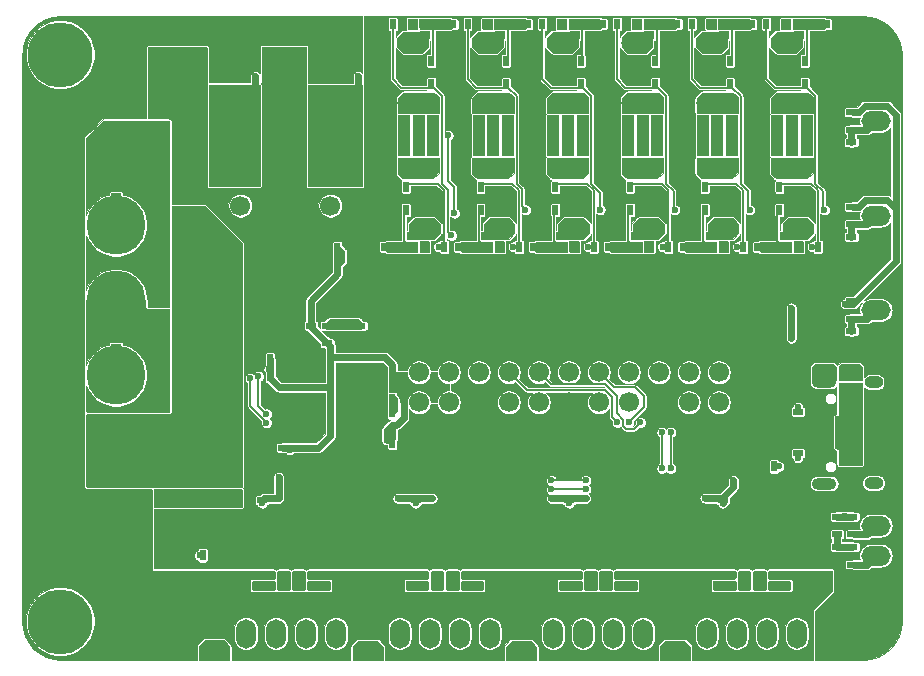
<source format=gbr>
G04 #@! TF.GenerationSoftware,KiCad,Pcbnew,(5.1.5)-3*
G04 #@! TF.CreationDate,2020-02-15T22:09:12+01:00*
G04 #@! TF.ProjectId,c3dpb,63336470-622e-46b6-9963-61645f706362,rev?*
G04 #@! TF.SameCoordinates,Original*
G04 #@! TF.FileFunction,Copper,L2,Bot*
G04 #@! TF.FilePolarity,Positive*
%FSLAX46Y46*%
G04 Gerber Fmt 4.6, Leading zero omitted, Abs format (unit mm)*
G04 Created by KiCad (PCBNEW (5.1.5)-3) date 2020-02-15 22:09:12*
%MOMM*%
%LPD*%
G04 APERTURE LIST*
%ADD10R,0.500000X0.900000*%
%ADD11R,0.900000X0.500000*%
%ADD12R,0.900000X0.650000*%
%ADD13C,1.700000*%
%ADD14R,0.900000X2.600000*%
%ADD15O,2.500000X1.700000*%
%ADD16R,1.000000X1.000000*%
%ADD17R,3.500000X1.000000*%
%ADD18C,0.100000*%
%ADD19C,5.000000*%
%ADD20R,0.750000X1.700000*%
%ADD21R,1.700000X0.750000*%
%ADD22R,2.600000X0.900000*%
%ADD23O,1.700000X2.500000*%
%ADD24O,2.100000X1.000000*%
%ADD25O,1.600000X1.000000*%
%ADD26C,5.500000*%
%ADD27C,0.600000*%
%ADD28C,0.127000*%
%ADD29C,1.000000*%
%ADD30C,0.600000*%
%ADD31C,0.200000*%
%ADD32C,0.030000*%
G04 APERTURE END LIST*
D10*
X131250000Y-63350000D03*
X132750000Y-63350000D03*
X168025000Y-57350000D03*
X166525000Y-57350000D03*
X156550000Y-63350000D03*
X158050000Y-63350000D03*
X164375000Y-63350000D03*
X162875000Y-63350000D03*
X150225000Y-63350000D03*
X151725000Y-63350000D03*
X143900000Y-63350000D03*
X145400000Y-63350000D03*
X137575000Y-63350000D03*
X139075000Y-63350000D03*
X161700000Y-57350000D03*
X160200000Y-57350000D03*
X155375000Y-57350000D03*
X153875000Y-57350000D03*
X149050000Y-57350000D03*
X147550000Y-57350000D03*
X142725000Y-57350000D03*
X141225000Y-57350000D03*
X136400000Y-57350000D03*
X134900000Y-57350000D03*
D11*
X108200000Y-64000000D03*
X108200000Y-65500000D03*
X108200000Y-76720000D03*
X108200000Y-78220000D03*
D12*
X133250000Y-68825000D03*
X131050000Y-67875000D03*
X131050000Y-69775000D03*
X166025000Y-51875000D03*
X168225000Y-52825000D03*
X168225000Y-50925000D03*
X158550000Y-68825000D03*
X156350000Y-67875000D03*
X156350000Y-69775000D03*
X164875000Y-68825000D03*
X162675000Y-67875000D03*
X162675000Y-69775000D03*
X152225000Y-68825000D03*
X150025000Y-67875000D03*
X150025000Y-69775000D03*
X145900000Y-68825000D03*
X143700000Y-67875000D03*
X143700000Y-69775000D03*
X139575000Y-68825000D03*
X137375000Y-67875000D03*
X137375000Y-69775000D03*
X159700000Y-51875000D03*
X161900000Y-52825000D03*
X161900000Y-50925000D03*
X153375000Y-51875000D03*
X155575000Y-52825000D03*
X155575000Y-50925000D03*
X147050000Y-51875000D03*
X149250000Y-52825000D03*
X149250000Y-50925000D03*
X140725000Y-51875000D03*
X142925000Y-52825000D03*
X142925000Y-50925000D03*
X134400000Y-51875000D03*
X136600000Y-52825000D03*
X136600000Y-50925000D03*
D13*
X136398000Y-82931000D03*
D11*
X168175000Y-79975000D03*
X168175000Y-78475000D03*
D14*
X173025000Y-84075000D03*
X169925000Y-84075000D03*
X173025000Y-86925000D03*
X169925000Y-86925000D03*
D13*
X136398000Y-80391000D03*
X133858000Y-80391000D03*
X149098000Y-82931000D03*
X151638000Y-82931000D03*
X149098000Y-80391000D03*
X146558000Y-80391000D03*
X144018000Y-80391000D03*
X141478000Y-80391000D03*
X144018000Y-82931000D03*
X156718000Y-82931000D03*
X159258000Y-82931000D03*
D11*
X126100000Y-76450000D03*
X126100000Y-77950000D03*
X127500000Y-77950000D03*
X127500000Y-76450000D03*
X128900000Y-77950000D03*
X128900000Y-76450000D03*
X124700000Y-77950000D03*
X124700000Y-76450000D03*
D10*
X130100000Y-83800000D03*
X131600000Y-83800000D03*
X130100000Y-82650000D03*
X131600000Y-82650000D03*
D15*
X147000000Y-68215000D03*
X147000000Y-65675000D03*
X147000000Y-63135000D03*
D11*
X159575000Y-91225000D03*
X159575000Y-92725000D03*
X146575000Y-91225000D03*
X146575000Y-92725000D03*
X133575000Y-91225000D03*
X133575000Y-92725000D03*
X120575000Y-91225000D03*
X120575000Y-92725000D03*
D14*
X114580000Y-70612000D03*
X111480000Y-70612000D03*
X114580000Y-73533000D03*
X111480000Y-73533000D03*
D10*
X131250000Y-66675000D03*
X132750000Y-66675000D03*
X136000000Y-69775000D03*
X134500000Y-69775000D03*
X168025000Y-54025000D03*
X166525000Y-54025000D03*
X163275000Y-50925000D03*
X164775000Y-50925000D03*
D16*
X135075000Y-61600000D03*
X133825000Y-61600000D03*
X132575000Y-61600000D03*
D17*
X133825000Y-62775000D03*
G04 #@! TA.AperFunction,SMDPad,CuDef*
D18*
G36*
X134750000Y-69325000D02*
G01*
X134750000Y-69525000D01*
X134550000Y-69725000D01*
X134150000Y-69725000D01*
X133950000Y-69525000D01*
X133950000Y-69325000D01*
X134750000Y-69325000D01*
G37*
G04 #@! TD.AperFunction*
G04 #@! TA.AperFunction,SMDPad,CuDef*
G36*
X133950000Y-69125000D02*
G01*
X133950000Y-68925000D01*
X134150000Y-68725000D01*
X134550000Y-68725000D01*
X134750000Y-68925000D01*
X134750000Y-69125000D01*
X133950000Y-69125000D01*
G37*
G04 #@! TD.AperFunction*
G04 #@! TA.AperFunction,SMDPad,CuDef*
G36*
X133750000Y-70225000D02*
G01*
X133550000Y-70225000D01*
X133350000Y-70025000D01*
X133350000Y-69625000D01*
X133550000Y-69425000D01*
X133750000Y-69425000D01*
X133750000Y-70225000D01*
G37*
G04 #@! TD.AperFunction*
G04 #@! TA.AperFunction,SMDPad,CuDef*
G36*
X133950000Y-69425000D02*
G01*
X134150000Y-69425000D01*
X134350000Y-69625000D01*
X134350000Y-70025000D01*
X134150000Y-70225000D01*
X133950000Y-70225000D01*
X133950000Y-69425000D01*
G37*
G04 #@! TD.AperFunction*
D16*
X164200000Y-59100000D03*
X165450000Y-59100000D03*
X166700000Y-59100000D03*
D17*
X165450000Y-57925000D03*
G04 #@! TA.AperFunction,SMDPad,CuDef*
D18*
G36*
X164525000Y-51375000D02*
G01*
X164525000Y-51175000D01*
X164725000Y-50975000D01*
X165125000Y-50975000D01*
X165325000Y-51175000D01*
X165325000Y-51375000D01*
X164525000Y-51375000D01*
G37*
G04 #@! TD.AperFunction*
G04 #@! TA.AperFunction,SMDPad,CuDef*
G36*
X165325000Y-51575000D02*
G01*
X165325000Y-51775000D01*
X165125000Y-51975000D01*
X164725000Y-51975000D01*
X164525000Y-51775000D01*
X164525000Y-51575000D01*
X165325000Y-51575000D01*
G37*
G04 #@! TD.AperFunction*
G04 #@! TA.AperFunction,SMDPad,CuDef*
G36*
X165525000Y-50475000D02*
G01*
X165725000Y-50475000D01*
X165925000Y-50675000D01*
X165925000Y-51075000D01*
X165725000Y-51275000D01*
X165525000Y-51275000D01*
X165525000Y-50475000D01*
G37*
G04 #@! TD.AperFunction*
G04 #@! TA.AperFunction,SMDPad,CuDef*
G36*
X165325000Y-51275000D02*
G01*
X165125000Y-51275000D01*
X164925000Y-51075000D01*
X164925000Y-50675000D01*
X165125000Y-50475000D01*
X165325000Y-50475000D01*
X165325000Y-51275000D01*
G37*
G04 #@! TD.AperFunction*
D15*
X134350000Y-68215000D03*
X134350000Y-65675000D03*
X134350000Y-63135000D03*
X164925000Y-52485000D03*
X164925000Y-55025000D03*
X164925000Y-57565000D03*
D10*
X132750000Y-64675000D03*
X131250000Y-64675000D03*
X166525000Y-56025000D03*
X168025000Y-56025000D03*
X156550000Y-66675000D03*
X158050000Y-66675000D03*
X161300000Y-69775000D03*
X159800000Y-69775000D03*
X162875000Y-66675000D03*
X164375000Y-66675000D03*
X167625000Y-69775000D03*
X166125000Y-69775000D03*
X150225000Y-66675000D03*
X151725000Y-66675000D03*
X154975000Y-69775000D03*
X153475000Y-69775000D03*
X143900000Y-66675000D03*
X145400000Y-66675000D03*
X148650000Y-69775000D03*
X147150000Y-69775000D03*
X137575000Y-66675000D03*
X139075000Y-66675000D03*
X142325000Y-69775000D03*
X140825000Y-69775000D03*
X161700000Y-54025000D03*
X160200000Y-54025000D03*
X156950000Y-50925000D03*
X158450000Y-50925000D03*
X155375000Y-54025000D03*
X153875000Y-54025000D03*
X150625000Y-50925000D03*
X152125000Y-50925000D03*
X149050000Y-54025000D03*
X147550000Y-54025000D03*
X144300000Y-50925000D03*
X145800000Y-50925000D03*
X142725000Y-54025000D03*
X141225000Y-54025000D03*
X137975000Y-50925000D03*
X139475000Y-50925000D03*
X136400000Y-54025000D03*
X134900000Y-54025000D03*
X131650000Y-50925000D03*
X133150000Y-50925000D03*
D16*
X160375000Y-61600000D03*
X159125000Y-61600000D03*
X157875000Y-61600000D03*
D17*
X159125000Y-62775000D03*
G04 #@! TA.AperFunction,SMDPad,CuDef*
D18*
G36*
X160050000Y-69325000D02*
G01*
X160050000Y-69525000D01*
X159850000Y-69725000D01*
X159450000Y-69725000D01*
X159250000Y-69525000D01*
X159250000Y-69325000D01*
X160050000Y-69325000D01*
G37*
G04 #@! TD.AperFunction*
G04 #@! TA.AperFunction,SMDPad,CuDef*
G36*
X159250000Y-69125000D02*
G01*
X159250000Y-68925000D01*
X159450000Y-68725000D01*
X159850000Y-68725000D01*
X160050000Y-68925000D01*
X160050000Y-69125000D01*
X159250000Y-69125000D01*
G37*
G04 #@! TD.AperFunction*
G04 #@! TA.AperFunction,SMDPad,CuDef*
G36*
X159050000Y-70225000D02*
G01*
X158850000Y-70225000D01*
X158650000Y-70025000D01*
X158650000Y-69625000D01*
X158850000Y-69425000D01*
X159050000Y-69425000D01*
X159050000Y-70225000D01*
G37*
G04 #@! TD.AperFunction*
G04 #@! TA.AperFunction,SMDPad,CuDef*
G36*
X159250000Y-69425000D02*
G01*
X159450000Y-69425000D01*
X159650000Y-69625000D01*
X159650000Y-70025000D01*
X159450000Y-70225000D01*
X159250000Y-70225000D01*
X159250000Y-69425000D01*
G37*
G04 #@! TD.AperFunction*
D16*
X166700000Y-61600000D03*
X165450000Y-61600000D03*
X164200000Y-61600000D03*
D17*
X165450000Y-62775000D03*
G04 #@! TA.AperFunction,SMDPad,CuDef*
D18*
G36*
X166375000Y-69325000D02*
G01*
X166375000Y-69525000D01*
X166175000Y-69725000D01*
X165775000Y-69725000D01*
X165575000Y-69525000D01*
X165575000Y-69325000D01*
X166375000Y-69325000D01*
G37*
G04 #@! TD.AperFunction*
G04 #@! TA.AperFunction,SMDPad,CuDef*
G36*
X165575000Y-69125000D02*
G01*
X165575000Y-68925000D01*
X165775000Y-68725000D01*
X166175000Y-68725000D01*
X166375000Y-68925000D01*
X166375000Y-69125000D01*
X165575000Y-69125000D01*
G37*
G04 #@! TD.AperFunction*
G04 #@! TA.AperFunction,SMDPad,CuDef*
G36*
X165375000Y-70225000D02*
G01*
X165175000Y-70225000D01*
X164975000Y-70025000D01*
X164975000Y-69625000D01*
X165175000Y-69425000D01*
X165375000Y-69425000D01*
X165375000Y-70225000D01*
G37*
G04 #@! TD.AperFunction*
G04 #@! TA.AperFunction,SMDPad,CuDef*
G36*
X165575000Y-69425000D02*
G01*
X165775000Y-69425000D01*
X165975000Y-69625000D01*
X165975000Y-70025000D01*
X165775000Y-70225000D01*
X165575000Y-70225000D01*
X165575000Y-69425000D01*
G37*
G04 #@! TD.AperFunction*
D16*
X154050000Y-61600000D03*
X152800000Y-61600000D03*
X151550000Y-61600000D03*
D17*
X152800000Y-62775000D03*
G04 #@! TA.AperFunction,SMDPad,CuDef*
D18*
G36*
X153725000Y-69325000D02*
G01*
X153725000Y-69525000D01*
X153525000Y-69725000D01*
X153125000Y-69725000D01*
X152925000Y-69525000D01*
X152925000Y-69325000D01*
X153725000Y-69325000D01*
G37*
G04 #@! TD.AperFunction*
G04 #@! TA.AperFunction,SMDPad,CuDef*
G36*
X152925000Y-69125000D02*
G01*
X152925000Y-68925000D01*
X153125000Y-68725000D01*
X153525000Y-68725000D01*
X153725000Y-68925000D01*
X153725000Y-69125000D01*
X152925000Y-69125000D01*
G37*
G04 #@! TD.AperFunction*
G04 #@! TA.AperFunction,SMDPad,CuDef*
G36*
X152725000Y-70225000D02*
G01*
X152525000Y-70225000D01*
X152325000Y-70025000D01*
X152325000Y-69625000D01*
X152525000Y-69425000D01*
X152725000Y-69425000D01*
X152725000Y-70225000D01*
G37*
G04 #@! TD.AperFunction*
G04 #@! TA.AperFunction,SMDPad,CuDef*
G36*
X152925000Y-69425000D02*
G01*
X153125000Y-69425000D01*
X153325000Y-69625000D01*
X153325000Y-70025000D01*
X153125000Y-70225000D01*
X152925000Y-70225000D01*
X152925000Y-69425000D01*
G37*
G04 #@! TD.AperFunction*
D16*
X147725000Y-61600000D03*
X146475000Y-61600000D03*
X145225000Y-61600000D03*
D17*
X146475000Y-62775000D03*
G04 #@! TA.AperFunction,SMDPad,CuDef*
D18*
G36*
X147400000Y-69325000D02*
G01*
X147400000Y-69525000D01*
X147200000Y-69725000D01*
X146800000Y-69725000D01*
X146600000Y-69525000D01*
X146600000Y-69325000D01*
X147400000Y-69325000D01*
G37*
G04 #@! TD.AperFunction*
G04 #@! TA.AperFunction,SMDPad,CuDef*
G36*
X146600000Y-69125000D02*
G01*
X146600000Y-68925000D01*
X146800000Y-68725000D01*
X147200000Y-68725000D01*
X147400000Y-68925000D01*
X147400000Y-69125000D01*
X146600000Y-69125000D01*
G37*
G04 #@! TD.AperFunction*
G04 #@! TA.AperFunction,SMDPad,CuDef*
G36*
X146400000Y-70225000D02*
G01*
X146200000Y-70225000D01*
X146000000Y-70025000D01*
X146000000Y-69625000D01*
X146200000Y-69425000D01*
X146400000Y-69425000D01*
X146400000Y-70225000D01*
G37*
G04 #@! TD.AperFunction*
G04 #@! TA.AperFunction,SMDPad,CuDef*
G36*
X146600000Y-69425000D02*
G01*
X146800000Y-69425000D01*
X147000000Y-69625000D01*
X147000000Y-70025000D01*
X146800000Y-70225000D01*
X146600000Y-70225000D01*
X146600000Y-69425000D01*
G37*
G04 #@! TD.AperFunction*
D16*
X141400000Y-61600000D03*
X140150000Y-61600000D03*
X138900000Y-61600000D03*
D17*
X140150000Y-62775000D03*
G04 #@! TA.AperFunction,SMDPad,CuDef*
D18*
G36*
X141075000Y-69325000D02*
G01*
X141075000Y-69525000D01*
X140875000Y-69725000D01*
X140475000Y-69725000D01*
X140275000Y-69525000D01*
X140275000Y-69325000D01*
X141075000Y-69325000D01*
G37*
G04 #@! TD.AperFunction*
G04 #@! TA.AperFunction,SMDPad,CuDef*
G36*
X140275000Y-69125000D02*
G01*
X140275000Y-68925000D01*
X140475000Y-68725000D01*
X140875000Y-68725000D01*
X141075000Y-68925000D01*
X141075000Y-69125000D01*
X140275000Y-69125000D01*
G37*
G04 #@! TD.AperFunction*
G04 #@! TA.AperFunction,SMDPad,CuDef*
G36*
X140075000Y-70225000D02*
G01*
X139875000Y-70225000D01*
X139675000Y-70025000D01*
X139675000Y-69625000D01*
X139875000Y-69425000D01*
X140075000Y-69425000D01*
X140075000Y-70225000D01*
G37*
G04 #@! TD.AperFunction*
G04 #@! TA.AperFunction,SMDPad,CuDef*
G36*
X140275000Y-69425000D02*
G01*
X140475000Y-69425000D01*
X140675000Y-69625000D01*
X140675000Y-70025000D01*
X140475000Y-70225000D01*
X140275000Y-70225000D01*
X140275000Y-69425000D01*
G37*
G04 #@! TD.AperFunction*
D16*
X157875000Y-59100000D03*
X159125000Y-59100000D03*
X160375000Y-59100000D03*
D17*
X159125000Y-57925000D03*
G04 #@! TA.AperFunction,SMDPad,CuDef*
D18*
G36*
X158200000Y-51375000D02*
G01*
X158200000Y-51175000D01*
X158400000Y-50975000D01*
X158800000Y-50975000D01*
X159000000Y-51175000D01*
X159000000Y-51375000D01*
X158200000Y-51375000D01*
G37*
G04 #@! TD.AperFunction*
G04 #@! TA.AperFunction,SMDPad,CuDef*
G36*
X159000000Y-51575000D02*
G01*
X159000000Y-51775000D01*
X158800000Y-51975000D01*
X158400000Y-51975000D01*
X158200000Y-51775000D01*
X158200000Y-51575000D01*
X159000000Y-51575000D01*
G37*
G04 #@! TD.AperFunction*
G04 #@! TA.AperFunction,SMDPad,CuDef*
G36*
X159200000Y-50475000D02*
G01*
X159400000Y-50475000D01*
X159600000Y-50675000D01*
X159600000Y-51075000D01*
X159400000Y-51275000D01*
X159200000Y-51275000D01*
X159200000Y-50475000D01*
G37*
G04 #@! TD.AperFunction*
G04 #@! TA.AperFunction,SMDPad,CuDef*
G36*
X159000000Y-51275000D02*
G01*
X158800000Y-51275000D01*
X158600000Y-51075000D01*
X158600000Y-50675000D01*
X158800000Y-50475000D01*
X159000000Y-50475000D01*
X159000000Y-51275000D01*
G37*
G04 #@! TD.AperFunction*
D16*
X151550000Y-59100000D03*
X152800000Y-59100000D03*
X154050000Y-59100000D03*
D17*
X152800000Y-57925000D03*
G04 #@! TA.AperFunction,SMDPad,CuDef*
D18*
G36*
X151875000Y-51375000D02*
G01*
X151875000Y-51175000D01*
X152075000Y-50975000D01*
X152475000Y-50975000D01*
X152675000Y-51175000D01*
X152675000Y-51375000D01*
X151875000Y-51375000D01*
G37*
G04 #@! TD.AperFunction*
G04 #@! TA.AperFunction,SMDPad,CuDef*
G36*
X152675000Y-51575000D02*
G01*
X152675000Y-51775000D01*
X152475000Y-51975000D01*
X152075000Y-51975000D01*
X151875000Y-51775000D01*
X151875000Y-51575000D01*
X152675000Y-51575000D01*
G37*
G04 #@! TD.AperFunction*
G04 #@! TA.AperFunction,SMDPad,CuDef*
G36*
X152875000Y-50475000D02*
G01*
X153075000Y-50475000D01*
X153275000Y-50675000D01*
X153275000Y-51075000D01*
X153075000Y-51275000D01*
X152875000Y-51275000D01*
X152875000Y-50475000D01*
G37*
G04 #@! TD.AperFunction*
G04 #@! TA.AperFunction,SMDPad,CuDef*
G36*
X152675000Y-51275000D02*
G01*
X152475000Y-51275000D01*
X152275000Y-51075000D01*
X152275000Y-50675000D01*
X152475000Y-50475000D01*
X152675000Y-50475000D01*
X152675000Y-51275000D01*
G37*
G04 #@! TD.AperFunction*
D16*
X145225000Y-59100000D03*
X146475000Y-59100000D03*
X147725000Y-59100000D03*
D17*
X146475000Y-57925000D03*
G04 #@! TA.AperFunction,SMDPad,CuDef*
D18*
G36*
X145550000Y-51375000D02*
G01*
X145550000Y-51175000D01*
X145750000Y-50975000D01*
X146150000Y-50975000D01*
X146350000Y-51175000D01*
X146350000Y-51375000D01*
X145550000Y-51375000D01*
G37*
G04 #@! TD.AperFunction*
G04 #@! TA.AperFunction,SMDPad,CuDef*
G36*
X146350000Y-51575000D02*
G01*
X146350000Y-51775000D01*
X146150000Y-51975000D01*
X145750000Y-51975000D01*
X145550000Y-51775000D01*
X145550000Y-51575000D01*
X146350000Y-51575000D01*
G37*
G04 #@! TD.AperFunction*
G04 #@! TA.AperFunction,SMDPad,CuDef*
G36*
X146550000Y-50475000D02*
G01*
X146750000Y-50475000D01*
X146950000Y-50675000D01*
X146950000Y-51075000D01*
X146750000Y-51275000D01*
X146550000Y-51275000D01*
X146550000Y-50475000D01*
G37*
G04 #@! TD.AperFunction*
G04 #@! TA.AperFunction,SMDPad,CuDef*
G36*
X146350000Y-51275000D02*
G01*
X146150000Y-51275000D01*
X145950000Y-51075000D01*
X145950000Y-50675000D01*
X146150000Y-50475000D01*
X146350000Y-50475000D01*
X146350000Y-51275000D01*
G37*
G04 #@! TD.AperFunction*
D16*
X138900000Y-59100000D03*
X140150000Y-59100000D03*
X141400000Y-59100000D03*
D17*
X140150000Y-57925000D03*
G04 #@! TA.AperFunction,SMDPad,CuDef*
D18*
G36*
X139225000Y-51375000D02*
G01*
X139225000Y-51175000D01*
X139425000Y-50975000D01*
X139825000Y-50975000D01*
X140025000Y-51175000D01*
X140025000Y-51375000D01*
X139225000Y-51375000D01*
G37*
G04 #@! TD.AperFunction*
G04 #@! TA.AperFunction,SMDPad,CuDef*
G36*
X140025000Y-51575000D02*
G01*
X140025000Y-51775000D01*
X139825000Y-51975000D01*
X139425000Y-51975000D01*
X139225000Y-51775000D01*
X139225000Y-51575000D01*
X140025000Y-51575000D01*
G37*
G04 #@! TD.AperFunction*
G04 #@! TA.AperFunction,SMDPad,CuDef*
G36*
X140225000Y-50475000D02*
G01*
X140425000Y-50475000D01*
X140625000Y-50675000D01*
X140625000Y-51075000D01*
X140425000Y-51275000D01*
X140225000Y-51275000D01*
X140225000Y-50475000D01*
G37*
G04 #@! TD.AperFunction*
G04 #@! TA.AperFunction,SMDPad,CuDef*
G36*
X140025000Y-51275000D02*
G01*
X139825000Y-51275000D01*
X139625000Y-51075000D01*
X139625000Y-50675000D01*
X139825000Y-50475000D01*
X140025000Y-50475000D01*
X140025000Y-51275000D01*
G37*
G04 #@! TD.AperFunction*
D16*
X132575000Y-59100000D03*
X133825000Y-59100000D03*
X135075000Y-59100000D03*
D17*
X133825000Y-57925000D03*
G04 #@! TA.AperFunction,SMDPad,CuDef*
D18*
G36*
X132900000Y-51375000D02*
G01*
X132900000Y-51175000D01*
X133100000Y-50975000D01*
X133500000Y-50975000D01*
X133700000Y-51175000D01*
X133700000Y-51375000D01*
X132900000Y-51375000D01*
G37*
G04 #@! TD.AperFunction*
G04 #@! TA.AperFunction,SMDPad,CuDef*
G36*
X133700000Y-51575000D02*
G01*
X133700000Y-51775000D01*
X133500000Y-51975000D01*
X133100000Y-51975000D01*
X132900000Y-51775000D01*
X132900000Y-51575000D01*
X133700000Y-51575000D01*
G37*
G04 #@! TD.AperFunction*
G04 #@! TA.AperFunction,SMDPad,CuDef*
G36*
X133900000Y-50475000D02*
G01*
X134100000Y-50475000D01*
X134300000Y-50675000D01*
X134300000Y-51075000D01*
X134100000Y-51275000D01*
X133900000Y-51275000D01*
X133900000Y-50475000D01*
G37*
G04 #@! TD.AperFunction*
G04 #@! TA.AperFunction,SMDPad,CuDef*
G36*
X133700000Y-51275000D02*
G01*
X133500000Y-51275000D01*
X133300000Y-51075000D01*
X133300000Y-50675000D01*
X133500000Y-50475000D01*
X133700000Y-50475000D01*
X133700000Y-51275000D01*
G37*
G04 #@! TD.AperFunction*
D15*
X159650000Y-68215000D03*
X159650000Y-65675000D03*
X159650000Y-63135000D03*
X165975000Y-68215000D03*
X165975000Y-65675000D03*
X165975000Y-63135000D03*
X153325000Y-68215000D03*
X153325000Y-65675000D03*
X153325000Y-63135000D03*
X140675000Y-68215000D03*
X140675000Y-65675000D03*
X140675000Y-63135000D03*
X158600000Y-52485000D03*
X158600000Y-55025000D03*
X158600000Y-57565000D03*
X152275000Y-52485000D03*
X152275000Y-55025000D03*
X152275000Y-57565000D03*
X145950000Y-52485000D03*
X145950000Y-55025000D03*
X145950000Y-57565000D03*
X139625000Y-52485000D03*
X139625000Y-55025000D03*
X139625000Y-57565000D03*
X133300000Y-52485000D03*
X133300000Y-55025000D03*
X133300000Y-57565000D03*
D19*
X108204000Y-61595000D03*
X108204000Y-67945000D03*
X108204000Y-74295000D03*
X108204000Y-80645000D03*
D20*
X103402000Y-64770000D03*
X106402000Y-64770000D03*
X103402000Y-77470000D03*
X106402000Y-77470000D03*
D10*
X158050000Y-64675000D03*
X156550000Y-64675000D03*
X164375000Y-64675000D03*
X162875000Y-64675000D03*
X151725000Y-64675000D03*
X150225000Y-64675000D03*
X145400000Y-64675000D03*
X143900000Y-64675000D03*
X139075000Y-64675000D03*
X137575000Y-64675000D03*
X160200000Y-56025000D03*
X161700000Y-56025000D03*
X153875000Y-56025000D03*
X155375000Y-56025000D03*
X147550000Y-56025000D03*
X149050000Y-56025000D03*
X141225000Y-56025000D03*
X142725000Y-56025000D03*
X134900000Y-56025000D03*
X136400000Y-56025000D03*
D14*
X114580000Y-79375000D03*
X111480000Y-79375000D03*
X114580000Y-76454000D03*
X111480000Y-76454000D03*
X114580000Y-82296000D03*
X111480000Y-82296000D03*
X114580000Y-67691000D03*
X111480000Y-67691000D03*
D21*
X114175000Y-88000000D03*
X114175000Y-91000000D03*
D22*
X154025000Y-95375000D03*
X154025000Y-98475000D03*
D21*
X146625000Y-95425000D03*
X146625000Y-98425000D03*
X151425000Y-95425000D03*
X151425000Y-98425000D03*
X133625000Y-95425000D03*
X133625000Y-98425000D03*
X138425000Y-95425000D03*
X138425000Y-98425000D03*
X120625000Y-95425000D03*
X120625000Y-98425000D03*
X125425000Y-95425000D03*
X125425000Y-98425000D03*
D23*
X152835000Y-102525000D03*
X150295000Y-102525000D03*
X147755000Y-102525000D03*
X145215000Y-102525000D03*
X139835000Y-102525000D03*
X137295000Y-102525000D03*
X134755000Y-102525000D03*
X132215000Y-102525000D03*
X126835000Y-102525000D03*
X124295000Y-102525000D03*
X121755000Y-102525000D03*
X119215000Y-102525000D03*
D22*
X142525000Y-104075000D03*
X142525000Y-100975000D03*
X129525000Y-104075000D03*
X129525000Y-100975000D03*
X116525000Y-104025000D03*
X116525000Y-100925000D03*
D11*
X149725000Y-96175000D03*
X149725000Y-97675000D03*
X148325000Y-96175000D03*
X148325000Y-97675000D03*
D22*
X144025000Y-95375000D03*
X144025000Y-98475000D03*
D11*
X136725000Y-96175000D03*
X136725000Y-97675000D03*
X135325000Y-96175000D03*
X135325000Y-97675000D03*
D22*
X131025000Y-95375000D03*
X131025000Y-98475000D03*
X141025000Y-95375000D03*
X141025000Y-98475000D03*
D11*
X123725000Y-96175000D03*
X123725000Y-97675000D03*
X122325000Y-96175000D03*
X122325000Y-97675000D03*
D22*
X118025000Y-95375000D03*
X118025000Y-98475000D03*
X128025000Y-95375000D03*
X128025000Y-98475000D03*
X155525000Y-104075000D03*
X155525000Y-100975000D03*
D11*
X169250000Y-95175000D03*
X169250000Y-96675000D03*
X165950000Y-87250000D03*
X165950000Y-88750000D03*
X165950000Y-82250000D03*
X165950000Y-83750000D03*
X170550000Y-95175000D03*
X170550000Y-96675000D03*
X170550000Y-92625000D03*
X170550000Y-94125000D03*
G04 #@! TA.AperFunction,SMDPad,CuDef*
D18*
G36*
X169975000Y-81100000D02*
G01*
X169975000Y-80900000D01*
X170175000Y-80700000D01*
X170575000Y-80700000D01*
X170775000Y-80900000D01*
X170775000Y-81100000D01*
X169975000Y-81100000D01*
G37*
G04 #@! TD.AperFunction*
G04 #@! TA.AperFunction,SMDPad,CuDef*
G36*
X170775000Y-81300000D02*
G01*
X170775000Y-81500000D01*
X170575000Y-81700000D01*
X170175000Y-81700000D01*
X169975000Y-81500000D01*
X169975000Y-81300000D01*
X170775000Y-81300000D01*
G37*
G04 #@! TD.AperFunction*
D13*
X138938000Y-80391000D03*
X156718000Y-80391000D03*
D15*
X172550000Y-95920000D03*
X172550000Y-93380000D03*
D24*
X168170000Y-81180000D03*
D25*
X172350000Y-81230000D03*
X172350000Y-89770000D03*
D24*
X168170000Y-89820000D03*
D13*
X123825000Y-66294000D03*
X146558000Y-82931000D03*
X138938000Y-82931000D03*
X154178000Y-82931000D03*
X121285000Y-66294000D03*
X118745000Y-66294000D03*
X126365000Y-66294000D03*
X141478000Y-82931000D03*
D10*
X114050000Y-95900000D03*
X115550000Y-95900000D03*
D11*
X169250000Y-94125000D03*
X169250000Y-92625000D03*
D10*
X162450000Y-88375000D03*
X163950000Y-88375000D03*
D14*
X125600000Y-54350000D03*
X122500000Y-54350000D03*
D10*
X125450000Y-69900000D03*
X126950000Y-69900000D03*
X125450000Y-71300000D03*
X126950000Y-71300000D03*
X130100000Y-86350000D03*
X131600000Y-86350000D03*
D11*
X122350000Y-85300000D03*
X122350000Y-86800000D03*
D10*
X130100000Y-85200000D03*
X131600000Y-85200000D03*
X122750000Y-80700000D03*
X121250000Y-80700000D03*
D11*
X123750000Y-85300000D03*
X123750000Y-86800000D03*
D10*
X130100000Y-81250000D03*
X131600000Y-81250000D03*
X122750000Y-79300000D03*
X121250000Y-79300000D03*
X130100000Y-80100000D03*
X131600000Y-80100000D03*
D26*
X103500000Y-53500000D03*
X171500000Y-53500000D03*
D21*
X159625000Y-95425000D03*
X159625000Y-98425000D03*
X164425000Y-95425000D03*
X164425000Y-98425000D03*
D23*
X165835000Y-102525000D03*
X163295000Y-102525000D03*
X160755000Y-102525000D03*
X158215000Y-102525000D03*
D13*
X159258000Y-80391000D03*
X154178000Y-80391000D03*
X151638000Y-80391000D03*
X133858000Y-82931000D03*
D11*
X162725000Y-96175000D03*
X162725000Y-97675000D03*
X161325000Y-96175000D03*
X161325000Y-97675000D03*
D22*
X157025000Y-95375000D03*
X157025000Y-98475000D03*
X167025000Y-95375000D03*
X167025000Y-98475000D03*
D14*
X118150000Y-63350000D03*
X121250000Y-63350000D03*
X118150000Y-60450000D03*
X121250000Y-60450000D03*
X126850000Y-57550000D03*
X129950000Y-57550000D03*
X126850000Y-63350000D03*
X129950000Y-63350000D03*
X116900000Y-60450000D03*
X113800000Y-60450000D03*
X116900000Y-63350000D03*
X113800000Y-63350000D03*
X125600000Y-60450000D03*
X122500000Y-60450000D03*
X125600000Y-57550000D03*
X122500000Y-57550000D03*
X118150000Y-57550000D03*
X121250000Y-57550000D03*
X116900000Y-57550000D03*
X113800000Y-57550000D03*
X125600000Y-63350000D03*
X122500000Y-63350000D03*
X126850000Y-60450000D03*
X129950000Y-60450000D03*
X116900000Y-54350000D03*
X113800000Y-54350000D03*
X118150000Y-54350000D03*
X121250000Y-54350000D03*
X126850000Y-54350000D03*
X129950000Y-54350000D03*
D11*
X170475000Y-76925000D03*
X170475000Y-78425000D03*
X170475000Y-60925000D03*
X170475000Y-62425000D03*
X170475000Y-70425000D03*
X170475000Y-68925000D03*
X170475000Y-66375000D03*
X170475000Y-67875000D03*
X170475000Y-59875000D03*
X170475000Y-58375000D03*
X170475000Y-75875000D03*
X170475000Y-74375000D03*
D15*
X172550000Y-61670000D03*
X172550000Y-59130000D03*
X172550000Y-77670000D03*
X172550000Y-75130000D03*
X172550000Y-69670000D03*
X172550000Y-67130000D03*
D26*
X171500000Y-101500000D03*
X103500000Y-101500000D03*
D19*
X108204000Y-93345000D03*
X108204000Y-86995000D03*
D27*
X108700000Y-53150000D03*
X115775000Y-98225000D03*
X107200000Y-53150000D03*
X117025000Y-55350000D03*
X117775000Y-55350000D03*
X164200000Y-59100000D03*
X151550000Y-59100000D03*
X145225000Y-59100000D03*
X138900000Y-59100000D03*
X164575000Y-97475000D03*
X158775000Y-97475000D03*
X155525000Y-97475000D03*
X155525000Y-98225000D03*
X159475000Y-97475000D03*
X165275000Y-97475000D03*
X152275000Y-97475000D03*
X146475000Y-97475000D03*
X142525000Y-98225000D03*
X142525000Y-97475000D03*
X145775000Y-97475000D03*
X151575000Y-97475000D03*
X139275000Y-97475000D03*
X133475000Y-97475000D03*
X129525000Y-98225000D03*
X129525000Y-97475000D03*
X132775000Y-97475000D03*
X138575000Y-97475000D03*
X126275000Y-97475000D03*
X120475000Y-97475000D03*
X116525000Y-98225000D03*
X116525000Y-97475000D03*
X119775000Y-97475000D03*
X125575000Y-97475000D03*
X157875000Y-59100000D03*
X132575000Y-59100000D03*
X124950000Y-55575000D03*
X126450000Y-55350000D03*
X125700000Y-55350000D03*
X108700000Y-51650000D03*
X107200000Y-51650000D03*
X115775000Y-98975000D03*
X115025000Y-98975000D03*
X115025000Y-98225000D03*
X115025000Y-99725000D03*
X114275000Y-99725000D03*
X114275000Y-98975000D03*
X113525000Y-99725000D03*
X112775000Y-100475000D03*
X112775000Y-101225000D03*
X113525000Y-101225000D03*
X113525000Y-100475000D03*
X114275000Y-100475000D03*
X115025000Y-100475000D03*
X115025000Y-101225000D03*
X114275000Y-101225000D03*
X108700000Y-56150000D03*
X108700000Y-54650000D03*
X107200000Y-56150000D03*
X107200000Y-54650000D03*
X102700000Y-57650000D03*
X102700000Y-59150000D03*
X101200000Y-57650000D03*
X101200000Y-59150000D03*
X102700000Y-62150000D03*
X102700000Y-60650000D03*
X101200000Y-62150000D03*
X101200000Y-60650000D03*
X102700000Y-65150000D03*
X102700000Y-63650000D03*
X101200000Y-68150000D03*
X101200000Y-65150000D03*
X102700000Y-68150000D03*
X102700000Y-66650000D03*
X101200000Y-63650000D03*
X101200000Y-66650000D03*
X101200000Y-72650000D03*
X101200000Y-69650000D03*
X101200000Y-74150000D03*
X102700000Y-72650000D03*
X101200000Y-71150000D03*
X102700000Y-71150000D03*
X102700000Y-74150000D03*
X102700000Y-69650000D03*
X101200000Y-75650000D03*
X102700000Y-78650000D03*
X101200000Y-77150000D03*
X101200000Y-80150000D03*
X102700000Y-77150000D03*
X102700000Y-75650000D03*
X101200000Y-78650000D03*
X102700000Y-80150000D03*
X101200000Y-83150000D03*
X102700000Y-83150000D03*
X101200000Y-84650000D03*
X102700000Y-86150000D03*
X102700000Y-84650000D03*
X102700000Y-81650000D03*
X101200000Y-86150000D03*
X101200000Y-81650000D03*
X101200000Y-89150000D03*
X101200000Y-92150000D03*
X102700000Y-89150000D03*
X102700000Y-87650000D03*
X101200000Y-87650000D03*
X102700000Y-92150000D03*
X102700000Y-90650000D03*
X101200000Y-90650000D03*
X102700000Y-95150000D03*
X102700000Y-93650000D03*
X101200000Y-93650000D03*
X101200000Y-95150000D03*
X104175000Y-77150000D03*
X104175000Y-87650000D03*
X104175000Y-72650000D03*
X104175000Y-92150000D03*
X104175000Y-59150000D03*
X104175000Y-93650000D03*
X104175000Y-80150000D03*
X104175000Y-57650000D03*
X104175000Y-90650000D03*
X104175000Y-83150000D03*
X104175000Y-78650000D03*
X104175000Y-71150000D03*
X104175000Y-69650000D03*
X104175000Y-62150000D03*
X104175000Y-66650000D03*
X104175000Y-81650000D03*
X104175000Y-95150000D03*
X104175000Y-60650000D03*
X104175000Y-75650000D03*
X104175000Y-74150000D03*
X104175000Y-89150000D03*
X104175000Y-86150000D03*
X104175000Y-84650000D03*
X104175000Y-65150000D03*
X104175000Y-68150000D03*
X104175000Y-63650000D03*
X105700000Y-57650000D03*
X107200000Y-57650000D03*
X108700000Y-57650000D03*
X110200000Y-57650000D03*
X110200000Y-56150000D03*
X110200000Y-54650000D03*
X110200000Y-53150000D03*
X110200000Y-51650000D03*
X126800000Y-52250000D03*
X126800000Y-51500000D03*
X126800000Y-50750000D03*
X127550000Y-50750000D03*
X127550000Y-51500000D03*
X127550000Y-52250000D03*
X128300000Y-52250000D03*
X128300000Y-51500000D03*
X128300000Y-50750000D03*
X168425001Y-97525001D03*
X105700000Y-56150000D03*
X101200000Y-56150000D03*
X115300000Y-53475000D03*
X114550000Y-53475000D03*
X113800000Y-53475000D03*
X113050000Y-53475000D03*
X112300000Y-53475000D03*
X112300000Y-54225000D03*
X113050000Y-54225000D03*
X113800000Y-54225000D03*
X114550000Y-54225000D03*
X115300000Y-54225000D03*
X115300000Y-54975000D03*
X113800000Y-54975000D03*
X122250000Y-57000000D03*
X162025000Y-95025000D03*
X155525000Y-103475000D03*
X156175000Y-103475000D03*
X154875000Y-103475000D03*
X156575000Y-96725000D03*
X163375000Y-96375000D03*
X162025000Y-96375000D03*
X160675000Y-96375000D03*
X163375000Y-93675000D03*
X160675000Y-93675000D03*
X162025000Y-93675000D03*
X163375000Y-95025000D03*
X160675000Y-95025000D03*
X162700000Y-95025000D03*
X161350000Y-95025000D03*
X163375000Y-94350000D03*
X162025000Y-94350000D03*
X160675000Y-94350000D03*
X162700000Y-94350000D03*
X161350000Y-94350000D03*
X162025000Y-95700000D03*
X161350000Y-95700000D03*
X163375000Y-95700000D03*
X160675000Y-95700000D03*
X162700000Y-95700000D03*
X162700000Y-93675000D03*
X161350000Y-93675000D03*
X166725000Y-92325000D03*
X148350000Y-93675000D03*
X149700000Y-93675000D03*
X149700000Y-95700000D03*
X147675000Y-95700000D03*
X150375000Y-95700000D03*
X148350000Y-95700000D03*
X149025000Y-95700000D03*
X148350000Y-94350000D03*
X149700000Y-94350000D03*
X147675000Y-94350000D03*
X149025000Y-94350000D03*
X150375000Y-94350000D03*
X148350000Y-95025000D03*
X149700000Y-95025000D03*
X147675000Y-95025000D03*
X150375000Y-95025000D03*
X149025000Y-93675000D03*
X147675000Y-93675000D03*
X150375000Y-93675000D03*
X147675000Y-96375000D03*
X149025000Y-96375000D03*
X150375000Y-96375000D03*
X154475000Y-96725000D03*
X143575000Y-96725000D03*
X141875000Y-103475000D03*
X143175000Y-103475000D03*
X142525000Y-103475000D03*
X149025000Y-95025000D03*
X135350000Y-93675000D03*
X136700000Y-93675000D03*
X136700000Y-95700000D03*
X134675000Y-95700000D03*
X137375000Y-95700000D03*
X135350000Y-95700000D03*
X136025000Y-95700000D03*
X135350000Y-94350000D03*
X136700000Y-94350000D03*
X134675000Y-94350000D03*
X136025000Y-94350000D03*
X137375000Y-94350000D03*
X135350000Y-95025000D03*
X136700000Y-95025000D03*
X134675000Y-95025000D03*
X137375000Y-95025000D03*
X136025000Y-93675000D03*
X134675000Y-93675000D03*
X137375000Y-93675000D03*
X134675000Y-96375000D03*
X136025000Y-96375000D03*
X137375000Y-96375000D03*
X141475000Y-96725000D03*
X130575000Y-96725000D03*
X128875000Y-103475000D03*
X130175000Y-103475000D03*
X129525000Y-103475000D03*
X136025000Y-95025000D03*
X122350000Y-93675000D03*
X123700000Y-93675000D03*
X123700000Y-95700000D03*
X121675000Y-95700000D03*
X124375000Y-95700000D03*
X122350000Y-95700000D03*
X123025000Y-95700000D03*
X122350000Y-94350000D03*
X123700000Y-94350000D03*
X121675000Y-94350000D03*
X123025000Y-94350000D03*
X124375000Y-94350000D03*
X122350000Y-95025000D03*
X123700000Y-95025000D03*
X121675000Y-95025000D03*
X124375000Y-95025000D03*
X123025000Y-93675000D03*
X121675000Y-93675000D03*
X124375000Y-93675000D03*
X121675000Y-96375000D03*
X123025000Y-96375000D03*
X124375000Y-96375000D03*
X128475000Y-96725000D03*
X117575000Y-96725000D03*
X115875000Y-103475000D03*
X117175000Y-103475000D03*
X116525000Y-103475000D03*
X123025000Y-95025000D03*
X144025000Y-92750000D03*
X144775000Y-92750000D03*
X143275000Y-92750000D03*
X157025000Y-92750000D03*
X156275000Y-92750000D03*
X157775000Y-92750000D03*
X131025000Y-92750000D03*
X131775000Y-92750000D03*
X130275000Y-92750000D03*
X123000000Y-57000000D03*
X122250000Y-56250000D03*
X122250000Y-55500000D03*
X122250000Y-54750000D03*
X122250000Y-54000000D03*
X122250000Y-53250000D03*
X123000000Y-53250000D03*
X123000000Y-54000000D03*
X123000000Y-54750000D03*
X123000000Y-55500000D03*
X123000000Y-56250000D03*
X112300000Y-54975000D03*
X113050000Y-54975000D03*
X114550000Y-54975000D03*
X111800000Y-96500000D03*
X112550000Y-96500000D03*
X113300000Y-96500000D03*
X113300000Y-95750000D03*
X112550000Y-95750000D03*
X111800000Y-95750000D03*
X112550000Y-95000000D03*
X111800000Y-95000000D03*
X114800000Y-95000000D03*
X114050000Y-95000000D03*
X113300000Y-95000000D03*
X116675000Y-92525000D03*
X117425000Y-92525000D03*
X118175000Y-92525000D03*
X118925000Y-92525000D03*
X128025000Y-92750000D03*
X128775000Y-92750000D03*
X129525000Y-92750000D03*
X142525000Y-92750000D03*
X141775000Y-92750000D03*
X141025000Y-92750000D03*
X155525000Y-92750000D03*
X154775000Y-92750000D03*
X119475000Y-73275000D03*
X165950000Y-89125000D03*
X165950000Y-81873000D03*
X167475000Y-96725000D03*
X119475000Y-74050000D03*
X123175000Y-78375000D03*
X123925000Y-78375000D03*
X124675000Y-78375000D03*
X129675000Y-78375000D03*
X128925000Y-78375000D03*
X128175000Y-78375000D03*
X127425000Y-78375000D03*
X128175000Y-79875000D03*
X128925000Y-79875000D03*
X129675000Y-79875000D03*
X128175000Y-80625000D03*
X127425000Y-80625000D03*
X128925000Y-80625000D03*
X124675000Y-79125000D03*
X123175000Y-79125000D03*
X125425000Y-79125000D03*
X123925000Y-79125000D03*
X124675000Y-79875000D03*
X123175000Y-79875000D03*
X125425000Y-79875000D03*
X123925000Y-79875000D03*
X124675000Y-80625000D03*
X123175000Y-80625000D03*
X123925000Y-80625000D03*
X125425000Y-80625000D03*
X123175000Y-84875000D03*
X124675000Y-84875000D03*
X123925000Y-84875000D03*
X125425000Y-84875000D03*
X124675000Y-84125000D03*
X123175000Y-84125000D03*
X123925000Y-84125000D03*
X125425000Y-84125000D03*
X123175000Y-83375000D03*
X125425000Y-83375000D03*
X124675000Y-83375000D03*
X123925000Y-83375000D03*
X123925000Y-82625000D03*
X125425000Y-82625000D03*
X124675000Y-82625000D03*
X123175000Y-82625000D03*
X127425000Y-82625000D03*
X128925000Y-82625000D03*
X128175000Y-82625000D03*
X129675000Y-82625000D03*
X128175000Y-83375000D03*
X127425000Y-83375000D03*
X129675000Y-83375000D03*
X128925000Y-83375000D03*
X128925000Y-84125000D03*
X129675000Y-84125000D03*
X128175000Y-84125000D03*
X127425000Y-84125000D03*
X129675000Y-84875000D03*
X128175000Y-84875000D03*
X127425000Y-84875000D03*
X128925000Y-84875000D03*
X129675000Y-80625000D03*
X127425000Y-79875000D03*
X134750000Y-84875000D03*
X172350000Y-84350000D03*
X172350000Y-85500000D03*
X172350000Y-86650000D03*
X134975000Y-90200000D03*
X121550000Y-86150000D03*
X121425000Y-87275000D03*
X125500000Y-89275000D03*
X124250000Y-89275000D03*
X123000000Y-89275000D03*
X123000000Y-88025000D03*
X124250000Y-88025000D03*
X142748000Y-79121000D03*
X140208000Y-79121000D03*
X137668000Y-79121000D03*
X135128000Y-79121000D03*
X157988000Y-84201000D03*
X160528000Y-84201000D03*
X145288000Y-79121000D03*
X147828000Y-79121000D03*
X141478000Y-85090000D03*
X123571000Y-72898000D03*
X122301000Y-74168000D03*
X121031000Y-75438000D03*
X121031000Y-74168000D03*
X122301000Y-72898000D03*
X131625000Y-70875000D03*
X136275000Y-70875000D03*
X139275000Y-70875000D03*
X137775000Y-70875000D03*
X144150000Y-70875000D03*
X142650000Y-70875000D03*
X145650000Y-70875000D03*
X150550000Y-70875000D03*
X149050000Y-70875000D03*
X152050000Y-70875000D03*
X156800000Y-70875000D03*
X155300000Y-70875000D03*
X158300000Y-70875000D03*
X137775000Y-68625000D03*
X137775000Y-65625000D03*
X137000000Y-62875000D03*
X137475000Y-57875000D03*
X136975000Y-55100000D03*
X136975000Y-52100000D03*
X143350000Y-55100000D03*
X144150000Y-65625000D03*
X143375000Y-62875000D03*
X143350000Y-52100000D03*
X144150000Y-68625000D03*
X143850000Y-57875000D03*
X150075000Y-57900000D03*
X149575000Y-52125000D03*
X150375000Y-68650000D03*
X149575000Y-55125000D03*
X149600000Y-62900000D03*
X150375000Y-65650000D03*
X155950000Y-62900000D03*
X155925000Y-55125000D03*
X155925000Y-52125000D03*
X156725000Y-68650000D03*
X156425000Y-57900000D03*
X156725000Y-65650000D03*
X162250000Y-52125000D03*
X162250000Y-55125000D03*
X162750000Y-57900000D03*
X162275000Y-62900000D03*
X163050000Y-68650000D03*
X163050000Y-65650000D03*
X169275000Y-65650000D03*
X169275000Y-68650000D03*
X168500000Y-62900000D03*
X168475000Y-52125000D03*
X168475000Y-55125000D03*
X168975000Y-57900000D03*
X163500000Y-77825000D03*
X165750000Y-79075000D03*
X162775000Y-80675000D03*
X164025000Y-81925000D03*
X163300000Y-70850000D03*
X161775000Y-70850000D03*
X164775000Y-70850000D03*
X169250000Y-70850000D03*
X169250000Y-73850000D03*
X166250000Y-73850000D03*
X170250000Y-91100000D03*
X171750000Y-91100000D03*
X173250000Y-91100000D03*
X169250000Y-96275000D03*
X168225000Y-92325000D03*
X167300000Y-76825000D03*
X168775000Y-76825000D03*
X173950000Y-81625000D03*
X157000000Y-90275000D03*
X155000000Y-90275000D03*
X153675000Y-88525000D03*
X147975000Y-88800000D03*
X133500000Y-84875000D03*
X143725000Y-90200000D03*
X141225000Y-90200000D03*
X137475000Y-90200000D03*
X161325000Y-89150000D03*
X160274000Y-87630000D03*
X157975000Y-76675000D03*
X150368000Y-79375000D03*
X132575000Y-79700000D03*
X154025000Y-92750000D03*
X152908000Y-79375000D03*
X155448000Y-79375000D03*
X157988000Y-79121000D03*
X147828000Y-84201000D03*
X145288000Y-84201000D03*
X140208000Y-83947000D03*
X137668000Y-83947000D03*
X155448000Y-84201000D03*
X149675000Y-84650000D03*
X153575000Y-84650000D03*
X151638000Y-78232000D03*
X154178000Y-78232000D03*
X164775000Y-86100000D03*
X124250000Y-70850000D03*
X121600000Y-69900000D03*
X129700000Y-53950000D03*
X159575000Y-91475000D03*
X146575000Y-91475000D03*
X133575000Y-91475000D03*
X120575000Y-91477022D03*
X121975000Y-91075000D03*
X134975000Y-91075000D03*
X132075000Y-91075000D03*
X145075000Y-91075000D03*
X147975000Y-91075000D03*
X158075002Y-91052543D03*
X121150000Y-80125000D03*
X122925000Y-86950000D03*
X131125000Y-86125000D03*
X121975000Y-89275000D03*
X164325000Y-88375000D03*
X135128000Y-81153000D03*
X135128000Y-82169000D03*
X132298323Y-81875000D03*
X165375000Y-74951478D03*
X165375000Y-77525000D03*
X160475000Y-89550000D03*
X124875000Y-98425000D03*
X123525000Y-98425000D03*
X159125000Y-60350000D03*
X165450000Y-60350000D03*
X152800000Y-60350000D03*
X146475000Y-60350000D03*
X140150000Y-60350000D03*
X133825000Y-60350000D03*
X128700000Y-55350000D03*
X136325000Y-60350000D03*
X136850000Y-66925000D03*
X124950000Y-58075000D03*
X124950000Y-58825000D03*
X124950000Y-64075000D03*
X124950000Y-63325000D03*
X124950000Y-62575000D03*
X124950000Y-61825000D03*
X124950000Y-61075000D03*
X124950000Y-60325000D03*
X124950000Y-59575000D03*
X163875000Y-98425000D03*
X150875000Y-98425000D03*
X137875000Y-98425000D03*
X118575000Y-69850000D03*
X117825000Y-69850000D03*
X117825000Y-69100000D03*
X117075000Y-69850000D03*
X117075000Y-69100000D03*
X117075000Y-68350000D03*
X118575000Y-78475000D03*
X117825000Y-78475000D03*
X117075000Y-78475000D03*
X117825000Y-79225000D03*
X117075000Y-79225000D03*
X118575000Y-79225000D03*
X117825000Y-79975000D03*
X118575000Y-79975000D03*
X117075000Y-79975000D03*
X117825000Y-80725000D03*
X117075000Y-80725000D03*
X118575000Y-80725000D03*
X118575000Y-81475000D03*
X117825000Y-81475000D03*
X117075000Y-81475000D03*
X118575000Y-82225000D03*
X117075000Y-82225000D03*
X117825000Y-82225000D03*
X117075000Y-82975000D03*
X118575000Y-82975000D03*
X117825000Y-82975000D03*
X117825000Y-83725000D03*
X117075000Y-83725000D03*
X118575000Y-83725000D03*
X118575000Y-84475000D03*
X117075000Y-84475000D03*
X117825000Y-84475000D03*
X118575000Y-85225000D03*
X117075000Y-85225000D03*
X117825000Y-85225000D03*
X117825000Y-85975000D03*
X118575000Y-85975000D03*
X117075000Y-85975000D03*
X117825000Y-86725000D03*
X117075000Y-86725000D03*
X118575000Y-86725000D03*
X116325000Y-84475000D03*
X116325000Y-82225000D03*
X116325000Y-86725000D03*
X116325000Y-82975000D03*
X116325000Y-81475000D03*
X116325000Y-83725000D03*
X116325000Y-85975000D03*
X116325000Y-85225000D03*
X117825000Y-87475000D03*
X117825000Y-88225000D03*
X118575000Y-88975000D03*
X118575000Y-87475000D03*
X118575000Y-88225000D03*
X117825000Y-88975000D03*
X118575000Y-89725000D03*
X117825000Y-89725000D03*
X112700000Y-91375000D03*
X113450000Y-90625000D03*
X113450000Y-91375000D03*
X114200000Y-91375000D03*
X114200000Y-90625000D03*
X114950000Y-90625000D03*
X114950000Y-91375000D03*
X115700000Y-91375000D03*
X165950000Y-83375000D03*
X165950000Y-87625000D03*
X116400000Y-63350000D03*
X116400000Y-62600000D03*
X116400000Y-61850000D03*
X116400000Y-61100000D03*
X116400000Y-60350000D03*
X116400000Y-59600000D03*
X116400000Y-58850000D03*
X147725000Y-61600000D03*
X141400000Y-61600000D03*
X135075000Y-61600000D03*
X166700000Y-61600000D03*
X154050000Y-61600000D03*
X160375000Y-61600000D03*
X116400000Y-58100000D03*
X116400000Y-64100000D03*
X171025000Y-80075000D03*
X169750000Y-80075000D03*
X169250000Y-94650000D03*
X127300000Y-70600000D03*
X169962500Y-74612500D03*
X115300000Y-95900000D03*
X120000000Y-55350000D03*
X169900000Y-92600000D03*
X122525000Y-98425000D03*
X135525000Y-98425000D03*
X136525000Y-98425000D03*
X148525000Y-98425000D03*
X149525000Y-98425000D03*
X161525000Y-98425000D03*
X162525000Y-98425000D03*
X145075064Y-90302011D03*
X147975000Y-90300000D03*
X155175000Y-85475002D03*
X155175000Y-88525000D03*
X121175000Y-98425000D03*
X134175000Y-98425000D03*
X147175000Y-98425000D03*
X160175000Y-98425000D03*
X131750000Y-83374998D03*
X127500000Y-76150000D03*
X136600000Y-68800000D03*
X142875000Y-66650000D03*
X149199998Y-66650000D03*
X155525000Y-66650000D03*
X161850000Y-66650000D03*
X141850000Y-69775000D03*
X148175000Y-69775000D03*
X154500000Y-69775000D03*
X167150000Y-69775000D03*
X160825000Y-69775000D03*
X168175000Y-66650000D03*
X135525000Y-69775000D03*
X120263610Y-80742717D03*
X120949998Y-83925000D03*
X119556532Y-80911795D03*
X120950000Y-84675000D03*
X145075000Y-89549998D03*
X147975000Y-89550000D03*
X154425000Y-85475000D03*
X154425000Y-88525000D03*
X169350000Y-85500000D03*
X169350000Y-86650002D03*
X169350000Y-84350000D03*
X150650000Y-84650000D03*
X152612023Y-84650000D03*
X151631012Y-84649994D03*
D28*
X157025000Y-97898000D02*
X156602000Y-97475000D01*
X157025000Y-97898000D02*
X157025000Y-98475000D01*
X157448000Y-97475000D02*
X157025000Y-97898000D01*
X158925000Y-97475000D02*
X157448000Y-97475000D01*
X156175000Y-98475000D02*
X157025000Y-98475000D01*
X155525000Y-100975000D02*
X155525000Y-99125000D01*
X155525000Y-99125000D02*
X156175000Y-98475000D01*
X156602000Y-97475000D02*
X155525000Y-97475000D01*
X157025000Y-99052000D02*
X157025000Y-98475000D01*
X166502000Y-99575000D02*
X157548000Y-99575000D01*
X167025000Y-99052000D02*
X166502000Y-99575000D01*
X157548000Y-99575000D02*
X157025000Y-99052000D01*
X167025000Y-98475000D02*
X167025000Y-99052000D01*
X167025000Y-97898000D02*
X167025000Y-98475000D01*
X166602000Y-97475000D02*
X167025000Y-97898000D01*
X165125000Y-97475000D02*
X166602000Y-97475000D01*
X152125000Y-97475000D02*
X153602000Y-97475000D01*
X153602000Y-97475000D02*
X154025000Y-97898000D01*
X154025000Y-97898000D02*
X154025000Y-98475000D01*
X154025000Y-98475000D02*
X154025000Y-99052000D01*
X144548000Y-99575000D02*
X144025000Y-99052000D01*
X154025000Y-99052000D02*
X153502000Y-99575000D01*
X153502000Y-99575000D02*
X144548000Y-99575000D01*
X144025000Y-99052000D02*
X144025000Y-98475000D01*
X143602000Y-97475000D02*
X142525000Y-97475000D01*
X142525000Y-99125000D02*
X143175000Y-98475000D01*
X142525000Y-100975000D02*
X142525000Y-99125000D01*
X143175000Y-98475000D02*
X144025000Y-98475000D01*
X145925000Y-97475000D02*
X144448000Y-97475000D01*
X144448000Y-97475000D02*
X144025000Y-97898000D01*
X144025000Y-97898000D02*
X144025000Y-98475000D01*
X144025000Y-97898000D02*
X143602000Y-97475000D01*
X139125000Y-97475000D02*
X140602000Y-97475000D01*
X140602000Y-97475000D02*
X141025000Y-97898000D01*
X141025000Y-97898000D02*
X141025000Y-98475000D01*
X141025000Y-98475000D02*
X141025000Y-99052000D01*
X131548000Y-99575000D02*
X131025000Y-99052000D01*
X141025000Y-99052000D02*
X140502000Y-99575000D01*
X140502000Y-99575000D02*
X131548000Y-99575000D01*
X131025000Y-99052000D02*
X131025000Y-98475000D01*
X130602000Y-97475000D02*
X129525000Y-97475000D01*
X129525000Y-99125000D02*
X130175000Y-98475000D01*
X129525000Y-100975000D02*
X129525000Y-99125000D01*
X130175000Y-98475000D02*
X131025000Y-98475000D01*
X132925000Y-97475000D02*
X131448000Y-97475000D01*
X131448000Y-97475000D02*
X131025000Y-97898000D01*
X131025000Y-97898000D02*
X131025000Y-98475000D01*
X131025000Y-97898000D02*
X130602000Y-97475000D01*
X126125000Y-97475000D02*
X127602000Y-97475000D01*
X127602000Y-97475000D02*
X128025000Y-97898000D01*
X128025000Y-97898000D02*
X128025000Y-98475000D01*
X128025000Y-98475000D02*
X128025000Y-99052000D01*
X118548000Y-99575000D02*
X118025000Y-99052000D01*
X128025000Y-99052000D02*
X127502000Y-99575000D01*
X127502000Y-99575000D02*
X118548000Y-99575000D01*
X118025000Y-99052000D02*
X118025000Y-98475000D01*
X118025000Y-97898000D02*
X117602000Y-97475000D01*
X117602000Y-97475000D02*
X116525000Y-97475000D01*
X116525000Y-99125000D02*
X117175000Y-98475000D01*
X116525000Y-100975000D02*
X116525000Y-99125000D01*
X117175000Y-98475000D02*
X118025000Y-98475000D01*
X119925000Y-97475000D02*
X118448000Y-97475000D01*
X118448000Y-97475000D02*
X118025000Y-97898000D01*
X118025000Y-97898000D02*
X118025000Y-98475000D01*
D29*
X157875000Y-59100000D02*
X157875000Y-61600000D01*
X132575000Y-59100000D02*
X132575000Y-59100000D01*
X138900000Y-61600000D02*
X138900000Y-59100000D01*
X145225000Y-61600000D02*
X145225000Y-59100000D01*
X151550000Y-59100000D02*
X151550000Y-61600000D01*
X164200000Y-61600000D02*
X164200000Y-59100000D01*
X132575000Y-59100000D02*
X132575000Y-61600000D01*
D28*
X164475000Y-95375000D02*
X164425000Y-95425000D01*
X167025000Y-95375000D02*
X164475000Y-95375000D01*
X162925000Y-96175000D02*
X162725000Y-96175000D01*
X163675000Y-95425000D02*
X162925000Y-96175000D01*
X164425000Y-95425000D02*
X163675000Y-95425000D01*
X161125000Y-96175000D02*
X161325000Y-96175000D01*
X160375000Y-95425000D02*
X161125000Y-96175000D01*
X159625000Y-95425000D02*
X160375000Y-95425000D01*
X159575000Y-95375000D02*
X159625000Y-95425000D01*
X157025000Y-95375000D02*
X159575000Y-95375000D01*
X162725000Y-96175000D02*
X161325000Y-96175000D01*
X162725000Y-96175000D02*
X162725000Y-95725000D01*
X162725000Y-95725000D02*
X162025000Y-95025000D01*
X149725000Y-95725000D02*
X149025000Y-95025000D01*
X149725000Y-96175000D02*
X149725000Y-95725000D01*
X149725000Y-96175000D02*
X148325000Y-96175000D01*
X144025000Y-95375000D02*
X146575000Y-95375000D01*
X146575000Y-95375000D02*
X146625000Y-95425000D01*
X146625000Y-95425000D02*
X147375000Y-95425000D01*
X147375000Y-95425000D02*
X148125000Y-96175000D01*
X148125000Y-96175000D02*
X148325000Y-96175000D01*
X151425000Y-95425000D02*
X150675000Y-95425000D01*
X150675000Y-95425000D02*
X149925000Y-96175000D01*
X149925000Y-96175000D02*
X149725000Y-96175000D01*
X154025000Y-95375000D02*
X151475000Y-95375000D01*
X151475000Y-95375000D02*
X151425000Y-95425000D01*
X136725000Y-95725000D02*
X136025000Y-95025000D01*
X136725000Y-96175000D02*
X136725000Y-95725000D01*
X136725000Y-96175000D02*
X135325000Y-96175000D01*
X131025000Y-95375000D02*
X133575000Y-95375000D01*
X133575000Y-95375000D02*
X133625000Y-95425000D01*
X133625000Y-95425000D02*
X134375000Y-95425000D01*
X134375000Y-95425000D02*
X135125000Y-96175000D01*
X135125000Y-96175000D02*
X135325000Y-96175000D01*
X138425000Y-95425000D02*
X137675000Y-95425000D01*
X137675000Y-95425000D02*
X136925000Y-96175000D01*
X136925000Y-96175000D02*
X136725000Y-96175000D01*
X141025000Y-95375000D02*
X138475000Y-95375000D01*
X138475000Y-95375000D02*
X138425000Y-95425000D01*
X123725000Y-95725000D02*
X123025000Y-95025000D01*
X123725000Y-96175000D02*
X123725000Y-95725000D01*
X123725000Y-96175000D02*
X122325000Y-96175000D01*
X118025000Y-95375000D02*
X120575000Y-95375000D01*
X120575000Y-95375000D02*
X120625000Y-95425000D01*
X120625000Y-95425000D02*
X121375000Y-95425000D01*
X121375000Y-95425000D02*
X122125000Y-96175000D01*
X122125000Y-96175000D02*
X122325000Y-96175000D01*
X125425000Y-95425000D02*
X124675000Y-95425000D01*
X124675000Y-95425000D02*
X123925000Y-96175000D01*
X123925000Y-96175000D02*
X123725000Y-96175000D01*
X128025000Y-95375000D02*
X125475000Y-95375000D01*
X125475000Y-95375000D02*
X125425000Y-95425000D01*
X129950000Y-55777000D02*
X129950000Y-57550000D01*
X129950000Y-54350000D02*
X129950000Y-55777000D01*
X129950000Y-57550000D02*
X129950000Y-60450000D01*
X129950000Y-60450000D02*
X129950000Y-63350000D01*
X130000000Y-63300000D02*
X129950000Y-63350000D01*
X131325000Y-63300000D02*
X130000000Y-63300000D01*
X136325000Y-57400000D02*
X136325000Y-59450000D01*
X137650000Y-60775000D02*
X137650000Y-63300000D01*
X136325000Y-59450000D02*
X137650000Y-60775000D01*
X142650000Y-57400000D02*
X142650000Y-59725000D01*
X143975000Y-61050000D02*
X143975000Y-63300000D01*
X142650000Y-59725000D02*
X143975000Y-61050000D01*
X148975000Y-57400000D02*
X148975000Y-59700000D01*
X150300000Y-61025000D02*
X150300000Y-63300000D01*
X148975000Y-59700000D02*
X150300000Y-61025000D01*
X155300000Y-57400000D02*
X155300000Y-59275000D01*
X156625000Y-60600000D02*
X156625000Y-63300000D01*
X155300000Y-59275000D02*
X156625000Y-60600000D01*
X161625000Y-57400000D02*
X161625000Y-59150000D01*
X162950000Y-60475000D02*
X162950000Y-63300000D01*
X161625000Y-59150000D02*
X162950000Y-60475000D01*
X172907000Y-69098000D02*
X171764000Y-69098000D01*
X172932000Y-61223000D02*
X172532000Y-61223000D01*
X172382000Y-77423000D02*
X172382000Y-78400000D01*
X127500000Y-77950000D02*
X127500000Y-78225000D01*
X122900000Y-80550000D02*
X122750000Y-80700000D01*
X122900000Y-80125000D02*
X122900000Y-80550000D01*
X122900000Y-79700000D02*
X122750000Y-79550000D01*
X122900000Y-80125000D02*
X122900000Y-79700000D01*
X122525000Y-85125000D02*
X122350000Y-85300000D01*
X122925000Y-85125000D02*
X122525000Y-85125000D01*
X123325000Y-85125000D02*
X123500000Y-85300000D01*
X122925000Y-85125000D02*
X123325000Y-85125000D01*
X130100000Y-86000000D02*
X130100000Y-84850000D01*
X130100000Y-83700000D02*
X130100000Y-84850000D01*
X121285000Y-68340000D02*
X121285000Y-66294000D01*
X119800000Y-69825000D02*
X121285000Y-68340000D01*
X173025000Y-84075000D02*
X173025000Y-86925000D01*
D30*
X122500736Y-85125000D02*
X122925000Y-85125000D01*
X119547999Y-91902001D02*
X119547999Y-87902001D01*
X122325000Y-85125000D02*
X122500736Y-85125000D01*
X119547999Y-87902001D02*
X122325000Y-85125000D01*
X118925000Y-92525000D02*
X119547999Y-91902001D01*
X123048000Y-69825000D02*
X123725000Y-70502000D01*
X119800000Y-69825000D02*
X123048000Y-69825000D01*
X123725000Y-66394000D02*
X123825000Y-66294000D01*
X123725000Y-70502000D02*
X123725000Y-66394000D01*
X129925000Y-82725000D02*
X130100000Y-82550000D01*
X129925000Y-83125000D02*
X129925000Y-82725000D01*
X129925000Y-83525000D02*
X130100000Y-83700000D01*
X129925000Y-83125000D02*
X129925000Y-83525000D01*
X130100000Y-83700000D02*
X130100000Y-86000000D01*
X138938000Y-90663000D02*
X141025000Y-92750000D01*
X138938000Y-82931000D02*
X138938000Y-90663000D01*
X143275000Y-86214000D02*
X143275000Y-92750000D01*
D28*
X170625000Y-62048000D02*
X170625000Y-62425000D01*
X171003000Y-61670000D02*
X170625000Y-62048000D01*
X172550000Y-61670000D02*
X171003000Y-61670000D01*
X170625000Y-70218000D02*
X170625000Y-70425000D01*
X171173000Y-69670000D02*
X170625000Y-70218000D01*
X172550000Y-69670000D02*
X171173000Y-69670000D01*
X170625000Y-62802000D02*
X170625000Y-62425000D01*
X169220990Y-64206010D02*
X170625000Y-62802000D01*
X169220990Y-69597990D02*
X169220990Y-64206010D01*
X170048000Y-70425000D02*
X169220990Y-69597990D01*
X170625000Y-70425000D02*
X170048000Y-70425000D01*
X168225000Y-78425000D02*
X168175000Y-78475000D01*
X170625000Y-78425000D02*
X168225000Y-78425000D01*
X165950000Y-80500000D02*
X165950000Y-81873000D01*
X167975000Y-78475000D02*
X165950000Y-80500000D01*
X168175000Y-78475000D02*
X167975000Y-78475000D01*
X170625000Y-78048000D02*
X170625000Y-78425000D01*
X171003000Y-77670000D02*
X170625000Y-78048000D01*
X172550000Y-77670000D02*
X171003000Y-77670000D01*
X172550000Y-78647000D02*
X172550000Y-77670000D01*
X173340510Y-79437510D02*
X172550000Y-78647000D01*
X173340510Y-82332490D02*
X173340510Y-79437510D01*
X173025000Y-82648000D02*
X173340510Y-82332490D01*
X173025000Y-84075000D02*
X173025000Y-82648000D01*
X165950000Y-88750000D02*
X165950000Y-89125000D01*
X165950000Y-82250000D02*
X165950000Y-81873000D01*
D30*
X123725000Y-70502000D02*
X123023000Y-70502000D01*
X123023000Y-70502000D02*
X119475000Y-74050000D01*
X128650000Y-77950000D02*
X127500000Y-77950000D01*
X130100000Y-83700000D02*
X130100000Y-82550000D01*
X130025000Y-84850000D02*
X129850000Y-85025000D01*
X130100000Y-84850000D02*
X130025000Y-84850000D01*
X130100000Y-85275000D02*
X129850000Y-85025000D01*
X130100000Y-86000000D02*
X130100000Y-85275000D01*
D28*
X122750000Y-79550000D02*
X122750000Y-80700000D01*
X173025000Y-87275000D02*
X173025000Y-86925000D01*
X166682501Y-88905501D02*
X171394499Y-88905501D01*
X171394499Y-88905501D02*
X173025000Y-87275000D01*
X165950000Y-88750000D02*
X166527000Y-88750000D01*
X166527000Y-88750000D02*
X166682501Y-88905501D01*
X162450000Y-88375000D02*
X162073000Y-88375000D01*
X162073000Y-88375000D02*
X161300000Y-89148000D01*
X161300000Y-89148000D02*
X161300000Y-89150002D01*
X161300000Y-92950000D02*
X161300000Y-89574266D01*
X162025000Y-93675000D02*
X161300000Y-92950000D01*
X161300000Y-89574266D02*
X161300000Y-89150002D01*
D30*
X153328001Y-92053001D02*
X153725001Y-92450001D01*
X153725001Y-92450001D02*
X154025000Y-92750000D01*
X125450000Y-71300000D02*
X125450000Y-69900000D01*
D28*
X129700000Y-54100000D02*
X129950000Y-54350000D01*
X129700000Y-53950000D02*
X129700000Y-54100000D01*
D30*
X127500000Y-77950000D02*
X128900000Y-77950000D01*
X122750000Y-79300000D02*
X122750000Y-80700000D01*
X120725000Y-91075000D02*
X121975000Y-91075000D01*
X120575000Y-91225000D02*
X120725000Y-91075000D01*
X134975000Y-91075000D02*
X132075000Y-91075000D01*
X145075000Y-91075000D02*
X147975000Y-91075000D01*
D28*
X121150000Y-79650000D02*
X121250000Y-79550000D01*
X121150000Y-80125000D02*
X121150000Y-79650000D01*
X121150000Y-80600000D02*
X121250000Y-80700000D01*
X121150000Y-80125000D02*
X121150000Y-80600000D01*
X122500000Y-86950000D02*
X122350000Y-86800000D01*
X122925000Y-86950000D02*
X122500000Y-86950000D01*
X123350000Y-86950000D02*
X123500000Y-86800000D01*
X122925000Y-86950000D02*
X123350000Y-86950000D01*
D30*
X121975000Y-91075000D02*
X121975000Y-89275000D01*
X123500000Y-86800000D02*
X123700000Y-86800000D01*
D28*
X164325000Y-88375000D02*
X163950000Y-88375000D01*
D30*
X131600000Y-84850000D02*
X131600000Y-85550000D01*
X131600000Y-85550000D02*
X131600000Y-86000000D01*
X122350000Y-86800000D02*
X123500000Y-86800000D01*
X121250000Y-80700000D02*
X121250000Y-79550000D01*
X131600000Y-80250000D02*
X131600000Y-80050000D01*
X131600000Y-80250000D02*
X131600000Y-81400000D01*
X121250000Y-80900000D02*
X121250000Y-80700000D01*
X126300000Y-81650000D02*
X122000000Y-81650000D01*
X122000000Y-81650000D02*
X121250000Y-80900000D01*
X126350000Y-80775962D02*
X126350000Y-81600000D01*
X126350000Y-81600000D02*
X126300000Y-81650000D01*
X124550000Y-86800000D02*
X123500000Y-86800000D01*
X125325000Y-86800000D02*
X124550000Y-86800000D01*
X126350000Y-80775962D02*
X126350000Y-85775000D01*
X126350000Y-85775000D02*
X125325000Y-86800000D01*
X131125000Y-85325000D02*
X131600000Y-84850000D01*
X131125000Y-86125000D02*
X131125000Y-85325000D01*
X131475000Y-86125000D02*
X131600000Y-86000000D01*
X131125000Y-86125000D02*
X131475000Y-86125000D01*
X174227010Y-58601046D02*
X174227010Y-62972990D01*
X173478954Y-57852990D02*
X174227010Y-58601046D01*
X171621046Y-57852990D02*
X173478954Y-57852990D01*
X171099036Y-58375000D02*
X171621046Y-57852990D01*
X170625000Y-58375000D02*
X171099036Y-58375000D01*
X173478954Y-65852990D02*
X174227010Y-66601046D01*
X171099036Y-66375000D02*
X171621046Y-65852990D01*
X171621046Y-65852990D02*
X173478954Y-65852990D01*
X170625000Y-66375000D02*
X171099036Y-66375000D01*
D28*
X134406000Y-81875000D02*
X132722587Y-81875000D01*
X135128000Y-81153000D02*
X134406000Y-81875000D01*
X132722587Y-81875000D02*
X132298323Y-81875000D01*
D30*
X131998324Y-81575001D02*
X132298323Y-81875000D01*
X131823323Y-81400000D02*
X131998324Y-81575001D01*
X131600000Y-81400000D02*
X131823323Y-81400000D01*
X165375000Y-74951478D02*
X165375000Y-77525000D01*
X158077545Y-91050000D02*
X158075002Y-91052543D01*
X159300000Y-91050000D02*
X158077545Y-91050000D01*
X159575000Y-91475000D02*
X159575000Y-91325000D01*
X159575000Y-91325000D02*
X159300000Y-91050000D01*
X160475000Y-90100000D02*
X160475000Y-89550000D01*
X159575000Y-91225000D02*
X159575000Y-91000000D01*
X159575000Y-91000000D02*
X160475000Y-90100000D01*
X174227010Y-66601046D02*
X174227010Y-62972990D01*
D28*
X124875000Y-98425000D02*
X125425000Y-98425000D01*
X123725000Y-98225000D02*
X123525000Y-98425000D01*
X123725000Y-97675000D02*
X123725000Y-98225000D01*
D29*
X159125000Y-59100000D02*
X159125000Y-60350000D01*
X159125000Y-60350000D02*
X159125000Y-61600000D01*
X133825000Y-61600000D02*
X133825000Y-60350000D01*
X140150000Y-59100000D02*
X140150000Y-60350000D01*
X146475000Y-59100000D02*
X146475000Y-60350000D01*
X152800000Y-61600000D02*
X152800000Y-60350000D01*
X165450000Y-59100000D02*
X165450000Y-60350000D01*
X165450000Y-60350000D02*
X165450000Y-61600000D01*
X152800000Y-60350000D02*
X152800000Y-59100000D01*
X146475000Y-60350000D02*
X146475000Y-61600000D01*
X140150000Y-60350000D02*
X140150000Y-61600000D01*
X133825000Y-60350000D02*
X133825000Y-59100000D01*
D31*
X136325000Y-64200000D02*
X136325000Y-60350000D01*
X136850000Y-66925000D02*
X136850000Y-64725000D01*
X136850000Y-64725000D02*
X136325000Y-64200000D01*
D28*
X163875000Y-98425000D02*
X164425000Y-98425000D01*
X150875000Y-98425000D02*
X151425000Y-98425000D01*
X137875000Y-98425000D02*
X138425000Y-98425000D01*
X165950000Y-83375000D02*
X165950000Y-83750000D01*
X165950000Y-87625000D02*
X165950000Y-87250000D01*
D29*
X147725000Y-61600000D02*
X147725000Y-61600000D01*
X141400000Y-61600000D02*
X141400000Y-61600000D01*
X135075000Y-61600000D02*
X135075000Y-61600000D01*
X166700000Y-61600000D02*
X166700000Y-61600000D01*
X154050000Y-61600000D02*
X154050000Y-61600000D01*
X160375000Y-59100000D02*
X160375000Y-61600000D01*
X160375000Y-61600000D02*
X160375000Y-61600000D01*
X135075000Y-59100000D02*
X135075000Y-61600000D01*
X141400000Y-61600000D02*
X141400000Y-59100000D01*
X147725000Y-61600000D02*
X147725000Y-59100000D01*
X154050000Y-59100000D02*
X154050000Y-61600000D01*
X166700000Y-59100000D02*
X166700000Y-61600000D01*
D28*
X170375000Y-80025000D02*
X170400000Y-80000000D01*
X170375000Y-80900000D02*
X170375000Y-80025000D01*
X169250000Y-94650000D02*
X169250000Y-95175000D01*
X169250000Y-94650000D02*
X169250000Y-94125000D01*
D30*
X169250000Y-94125000D02*
X169250000Y-95175000D01*
X169400000Y-95175000D02*
X170550000Y-95175000D01*
X171795000Y-96675000D02*
X172550000Y-95920000D01*
X170700000Y-96675000D02*
X171795000Y-96675000D01*
X171805000Y-94125000D02*
X172550000Y-93380000D01*
X170700000Y-94125000D02*
X171805000Y-94125000D01*
X126950000Y-71300000D02*
X126950000Y-69900000D01*
X127300000Y-70250000D02*
X126950000Y-69900000D01*
X127300000Y-70600000D02*
X127300000Y-70250000D01*
X127300000Y-70950000D02*
X126950000Y-71300000D01*
X127300000Y-70600000D02*
X127300000Y-70950000D01*
X170587500Y-74612500D02*
X169962500Y-74612500D01*
X174227010Y-66601046D02*
X174227010Y-70972990D01*
X174227010Y-70972990D02*
X170587500Y-74612500D01*
X126950000Y-71175000D02*
X126950000Y-72100000D01*
X124700000Y-74350000D02*
X124700000Y-76450000D01*
X126950000Y-72100000D02*
X124700000Y-74350000D01*
X124700000Y-76550000D02*
X126100000Y-77950000D01*
X124700000Y-76450000D02*
X124700000Y-76550000D01*
X126350000Y-78200000D02*
X126100000Y-77950000D01*
X126350000Y-79150000D02*
X126350000Y-78200000D01*
X126350000Y-80775962D02*
X126350000Y-79150000D01*
X121250000Y-79300000D02*
X121250000Y-80700000D01*
X123750000Y-86800000D02*
X122350000Y-86800000D01*
X130975000Y-79125000D02*
X126375000Y-79125000D01*
X126375000Y-79125000D02*
X126350000Y-79150000D01*
X131600000Y-80250000D02*
X131600000Y-79750000D01*
X131600000Y-79750000D02*
X130975000Y-79125000D01*
X132550000Y-84250000D02*
X132550000Y-82126677D01*
X131600000Y-84850000D02*
X131950000Y-84850000D01*
X132550000Y-82126677D02*
X132298323Y-81875000D01*
X131950000Y-84850000D02*
X132550000Y-84250000D01*
X127900000Y-57550000D02*
X126850000Y-57550000D01*
X128700000Y-56750000D02*
X127900000Y-57550000D01*
X128700000Y-55350000D02*
X128700000Y-56750000D01*
D28*
X115550000Y-95900000D02*
X115300000Y-95900000D01*
X145628549Y-69700000D02*
X146075000Y-69700000D01*
X146075000Y-69700000D02*
X146200000Y-69825000D01*
X145250000Y-69321451D02*
X145628549Y-69700000D01*
X145400000Y-66675000D02*
X145250000Y-66825000D01*
X145250000Y-66825000D02*
X145250000Y-69321451D01*
D30*
X119200000Y-57550000D02*
X118150000Y-57550000D01*
X120000000Y-56750000D02*
X119200000Y-57550000D01*
X120000000Y-55350000D02*
X120000000Y-56750000D01*
X169250000Y-92625000D02*
X170550000Y-92625000D01*
D28*
X122325000Y-98225000D02*
X122525000Y-98425000D01*
X122325000Y-97675000D02*
X122325000Y-98225000D01*
X135325000Y-98225000D02*
X135525000Y-98425000D01*
X135325000Y-97675000D02*
X135325000Y-98225000D01*
X136725000Y-98225000D02*
X136525000Y-98425000D01*
X136725000Y-97675000D02*
X136725000Y-98225000D01*
X148325000Y-98225000D02*
X148525000Y-98425000D01*
X148325000Y-97675000D02*
X148325000Y-98225000D01*
X149725000Y-98225000D02*
X149525000Y-98425000D01*
X149725000Y-97675000D02*
X149725000Y-98225000D01*
X161325000Y-97675000D02*
X161325000Y-98225000D01*
X161325000Y-98225000D02*
X161525000Y-98425000D01*
X162725000Y-97675000D02*
X162725000Y-98225000D01*
X162725000Y-98225000D02*
X162525000Y-98425000D01*
X147972989Y-90302011D02*
X147975000Y-90300000D01*
X145075064Y-90302011D02*
X147972989Y-90302011D01*
X155175000Y-85475002D02*
X155175000Y-88525000D01*
X168175000Y-81175000D02*
X168170000Y-81180000D01*
X168175000Y-79975000D02*
X168175000Y-81175000D01*
X121175000Y-98425000D02*
X120625000Y-98425000D01*
X134175000Y-98425000D02*
X133625000Y-98425000D01*
X147175000Y-98425000D02*
X146625000Y-98425000D01*
X160175000Y-98425000D02*
X159625000Y-98425000D01*
D30*
X131750000Y-82950734D02*
X131750000Y-83374998D01*
X131687500Y-83437498D02*
X131750000Y-83374998D01*
X131750000Y-82700000D02*
X131750000Y-82950734D01*
X131600000Y-82550000D02*
X131750000Y-82700000D01*
X131600000Y-82550000D02*
X131600000Y-83700000D01*
X131600000Y-83700000D02*
X131675000Y-83700000D01*
X131750000Y-83625000D02*
X131750000Y-83374998D01*
X131675000Y-83700000D02*
X131750000Y-83625000D01*
X131600000Y-82650000D02*
X131600000Y-83800000D01*
D28*
X127500000Y-76150000D02*
X127500000Y-76450000D01*
X127500000Y-76450000D02*
X126350000Y-76450000D01*
X127500000Y-76450000D02*
X128650000Y-76450000D01*
D30*
X126350000Y-76450000D02*
X128650000Y-76450000D01*
X126650000Y-76150000D02*
X126350000Y-76450000D01*
X127500000Y-76150000D02*
X126650000Y-76150000D01*
X128350000Y-76150000D02*
X128650000Y-76450000D01*
X127500000Y-76150000D02*
X128350000Y-76150000D01*
X126100000Y-76450000D02*
X128900000Y-76450000D01*
X126400000Y-76150000D02*
X126100000Y-76450000D01*
X127500000Y-76150000D02*
X126400000Y-76150000D01*
X128600000Y-76150000D02*
X128900000Y-76450000D01*
X127500000Y-76150000D02*
X128600000Y-76150000D01*
D28*
X134370710Y-51145710D02*
X134100000Y-50875000D01*
X135050000Y-51425000D02*
X134770710Y-51145710D01*
X134770710Y-51145710D02*
X134370710Y-51145710D01*
X134900000Y-54025000D02*
X135050000Y-53875000D01*
X135050000Y-53875000D02*
X135050000Y-51425000D01*
X133500000Y-50875000D02*
X133200000Y-50875000D01*
X133200000Y-50875000D02*
X133150000Y-50925000D01*
X147420710Y-51145710D02*
X147020710Y-51145710D01*
X147700000Y-51425000D02*
X147420710Y-51145710D01*
X147020710Y-51145710D02*
X146750000Y-50875000D01*
X147550000Y-54025000D02*
X147700000Y-53875000D01*
X147700000Y-53875000D02*
X147700000Y-51425000D01*
X152475000Y-50875000D02*
X152175000Y-50875000D01*
X152175000Y-50875000D02*
X152125000Y-50925000D01*
X159670710Y-51145710D02*
X159400000Y-50875000D01*
X160070710Y-51145710D02*
X159670710Y-51145710D01*
X160350000Y-51425000D02*
X160070710Y-51145710D01*
X160200000Y-54025000D02*
X160350000Y-53875000D01*
X160350000Y-53875000D02*
X160350000Y-51425000D01*
X158500000Y-50875000D02*
X158450000Y-50925000D01*
X158800000Y-50875000D02*
X158500000Y-50875000D01*
X111139001Y-76794999D02*
X111480000Y-76454000D01*
X110703999Y-76794999D02*
X111139001Y-76794999D01*
X108204000Y-74295000D02*
X110703999Y-76794999D01*
X139825000Y-50875000D02*
X139525000Y-50875000D01*
X139525000Y-50875000D02*
X139475000Y-50925000D01*
X146150000Y-50875000D02*
X145850000Y-50875000D01*
X145850000Y-50875000D02*
X145800000Y-50925000D01*
X140695710Y-51145710D02*
X140425000Y-50875000D01*
X141095710Y-51145710D02*
X140695710Y-51145710D01*
X141225000Y-54025000D02*
X141400000Y-53850000D01*
X141400000Y-51450000D02*
X141095710Y-51145710D01*
X141400000Y-53850000D02*
X141400000Y-51450000D01*
X154050000Y-51450000D02*
X153745710Y-51145710D01*
X153345710Y-51145710D02*
X153075000Y-50875000D01*
X153745710Y-51145710D02*
X153345710Y-51145710D01*
X153875000Y-54025000D02*
X154050000Y-53850000D01*
X154050000Y-53850000D02*
X154050000Y-51450000D01*
X139750000Y-69700000D02*
X139875000Y-69825000D01*
X139303549Y-69700000D02*
X139750000Y-69700000D01*
X138900000Y-69296451D02*
X139303549Y-69700000D01*
X139075000Y-66675000D02*
X138900000Y-66850000D01*
X138900000Y-66850000D02*
X138900000Y-69296451D01*
X152400000Y-69700000D02*
X152525000Y-69825000D01*
X151953549Y-69700000D02*
X152400000Y-69700000D01*
X151550000Y-69296451D02*
X151953549Y-69700000D01*
X151725000Y-66675000D02*
X151550000Y-66850000D01*
X151550000Y-66850000D02*
X151550000Y-69296451D01*
X164603549Y-69700000D02*
X165050000Y-69700000D01*
X165050000Y-69700000D02*
X165175000Y-69825000D01*
X164375000Y-66675000D02*
X164200000Y-66850000D01*
X164200000Y-69296451D02*
X164603549Y-69700000D01*
X164200000Y-66850000D02*
X164200000Y-69296451D01*
X158725000Y-69700000D02*
X158850000Y-69825000D01*
X158278549Y-69700000D02*
X158725000Y-69700000D01*
X157900000Y-69321451D02*
X158278549Y-69700000D01*
X158050000Y-66675000D02*
X157900000Y-66825000D01*
X157900000Y-66825000D02*
X157900000Y-69321451D01*
X165995710Y-51145710D02*
X165725000Y-50875000D01*
X166395710Y-51145710D02*
X165995710Y-51145710D01*
X166700000Y-51450000D02*
X166395710Y-51145710D01*
X166525000Y-54025000D02*
X166700000Y-53850000D01*
X166700000Y-53850000D02*
X166700000Y-51450000D01*
X165125000Y-50875000D02*
X164825000Y-50875000D01*
X164825000Y-50875000D02*
X164775000Y-50925000D01*
X133425000Y-69700000D02*
X133550000Y-69825000D01*
X132978549Y-69700000D02*
X133425000Y-69700000D01*
X132600000Y-69321451D02*
X132978549Y-69700000D01*
X132750000Y-66675000D02*
X132600000Y-66825000D01*
X132600000Y-66825000D02*
X132600000Y-69321451D01*
X131650000Y-55600000D02*
X131650000Y-50925000D01*
X132350000Y-56300000D02*
X131650000Y-55600000D01*
X134900000Y-56025000D02*
X134900000Y-56150000D01*
X134900000Y-56150000D02*
X134750000Y-56300000D01*
X134750000Y-56300000D02*
X134550000Y-56300000D01*
X134550000Y-56300000D02*
X132350000Y-56300000D01*
X135809499Y-64444792D02*
X136300001Y-64935294D01*
X135809499Y-57013048D02*
X135809499Y-64444792D01*
X136300001Y-64935294D02*
X136300001Y-68500001D01*
X134550000Y-56300000D02*
X135096451Y-56300000D01*
X136300001Y-68500001D02*
X136600000Y-68800000D01*
X135096451Y-56300000D02*
X135809499Y-57013048D01*
X141225000Y-56150000D02*
X141075000Y-56300000D01*
X141225000Y-56025000D02*
X141225000Y-56150000D01*
X141075000Y-56300000D02*
X140850000Y-56300000D01*
X142134499Y-57009499D02*
X142134499Y-64444792D01*
X140850000Y-56300000D02*
X141425000Y-56300000D01*
X141425000Y-56300000D02*
X142134499Y-57009499D01*
X138675000Y-56300000D02*
X140850000Y-56300000D01*
X137975000Y-50925000D02*
X137975000Y-55600000D01*
X137975000Y-55600000D02*
X138675000Y-56300000D01*
X142579010Y-66354010D02*
X142875000Y-66650000D01*
X142134499Y-64444792D02*
X142579010Y-64889303D01*
X142579010Y-64889303D02*
X142579010Y-66354010D01*
X144300000Y-55600000D02*
X144300000Y-50925000D01*
X145000000Y-56300000D02*
X144300000Y-55600000D01*
X147550000Y-56025000D02*
X147550000Y-56150000D01*
X147550000Y-56150000D02*
X147400000Y-56300000D01*
X146850000Y-56300000D02*
X145000000Y-56300000D01*
X147400000Y-56300000D02*
X146850000Y-56300000D01*
X149199998Y-66225736D02*
X149199998Y-66650000D01*
X149199998Y-65185291D02*
X149199998Y-66225736D01*
X148459499Y-64444792D02*
X149199998Y-65185291D01*
X146850000Y-56300000D02*
X147750000Y-56300000D01*
X148459499Y-57009499D02*
X148459499Y-64444792D01*
X147750000Y-56300000D02*
X148459499Y-57009499D01*
X150625000Y-55600000D02*
X150625000Y-50925000D01*
X153875000Y-56025000D02*
X153875000Y-56150000D01*
X151325000Y-56300000D02*
X150625000Y-55600000D01*
X153875000Y-56150000D02*
X153725000Y-56300000D01*
X153725000Y-56300000D02*
X153325000Y-56300000D01*
X153325000Y-56300000D02*
X151325000Y-56300000D01*
X154765510Y-64425803D02*
X155415501Y-65075794D01*
X153325000Y-56300000D02*
X154075000Y-56300000D01*
X154765510Y-56990510D02*
X154765510Y-64425803D01*
X154075000Y-56300000D02*
X154765510Y-56990510D01*
X155415501Y-65075794D02*
X155415501Y-66540501D01*
X155415501Y-66540501D02*
X155525000Y-66650000D01*
X160200000Y-56150000D02*
X160200000Y-56025000D01*
X160050000Y-56300000D02*
X160200000Y-56150000D01*
X156950000Y-50925000D02*
X156950000Y-55600000D01*
X156950000Y-55600000D02*
X157650000Y-56300000D01*
X157650000Y-56300000D02*
X159575000Y-56300000D01*
X159575000Y-56300000D02*
X160050000Y-56300000D01*
X161109499Y-64444792D02*
X161740501Y-65075794D01*
X161109499Y-57009499D02*
X161109499Y-64444792D01*
X159575000Y-56300000D02*
X160400000Y-56300000D01*
X160400000Y-56300000D02*
X161109499Y-57009499D01*
X161740501Y-65075794D02*
X161740501Y-66540501D01*
X161740501Y-66540501D02*
X161850000Y-66650000D01*
X142325000Y-64994517D02*
X141755483Y-64425000D01*
X142325000Y-69775000D02*
X142325000Y-64994517D01*
X141755483Y-64425000D02*
X139225000Y-64425000D01*
X139075000Y-64575000D02*
X139075000Y-64675000D01*
X139225000Y-64425000D02*
X139075000Y-64575000D01*
X142325000Y-69775000D02*
X141850000Y-69775000D01*
X148650000Y-64994517D02*
X148080483Y-64425000D01*
X148650000Y-69775000D02*
X148650000Y-64994517D01*
X148080483Y-64425000D02*
X145550000Y-64425000D01*
X145400000Y-64575000D02*
X145400000Y-64675000D01*
X145550000Y-64425000D02*
X145400000Y-64575000D01*
X148650000Y-69775000D02*
X148175000Y-69775000D01*
X154975000Y-64994517D02*
X154405483Y-64425000D01*
X154975000Y-69775000D02*
X154975000Y-64994517D01*
X154405483Y-64425000D02*
X151875000Y-64425000D01*
X151725000Y-64575000D02*
X151725000Y-64675000D01*
X151875000Y-64425000D02*
X151725000Y-64575000D01*
X154975000Y-69775000D02*
X154500000Y-69775000D01*
X167625000Y-64994517D02*
X167055483Y-64425000D01*
X167625000Y-69775000D02*
X167625000Y-64994517D01*
X167055483Y-64425000D02*
X164525000Y-64425000D01*
X164375000Y-64575000D02*
X164375000Y-64675000D01*
X164525000Y-64425000D02*
X164375000Y-64575000D01*
X167625000Y-69775000D02*
X167150000Y-69775000D01*
X158200000Y-64425000D02*
X158050000Y-64575000D01*
X158050000Y-64575000D02*
X158050000Y-64675000D01*
X160730483Y-64425000D02*
X158200000Y-64425000D01*
X161300000Y-69775000D02*
X161300000Y-64994517D01*
X161300000Y-64994517D02*
X160730483Y-64425000D01*
X161300000Y-69775000D02*
X160825000Y-69775000D01*
X163275000Y-55600000D02*
X163275000Y-50925000D01*
X163975000Y-56300000D02*
X163275000Y-55600000D01*
X166525000Y-56025000D02*
X166525000Y-56150000D01*
X166525000Y-56150000D02*
X166375000Y-56300000D01*
X166375000Y-56300000D02*
X166050000Y-56300000D01*
X166050000Y-56300000D02*
X163975000Y-56300000D01*
X167415510Y-64425803D02*
X168065501Y-65075794D01*
X167415510Y-56990510D02*
X167415510Y-64425803D01*
X166050000Y-56300000D02*
X166725000Y-56300000D01*
X166725000Y-56300000D02*
X167415510Y-56990510D01*
X168065501Y-65075794D02*
X168065501Y-66540501D01*
X168065501Y-66540501D02*
X168175000Y-66650000D01*
X136000000Y-64994517D02*
X135430483Y-64425000D01*
X136000000Y-69775000D02*
X136000000Y-64994517D01*
X135430483Y-64425000D02*
X132900000Y-64425000D01*
X132750000Y-64575000D02*
X132750000Y-64675000D01*
X132900000Y-64425000D02*
X132750000Y-64575000D01*
X136000000Y-69775000D02*
X135525000Y-69775000D01*
D30*
X171805000Y-75875000D02*
X172550000Y-75130000D01*
X170625000Y-75875000D02*
X171805000Y-75875000D01*
X170475000Y-75875000D02*
X170475000Y-76925000D01*
X170475000Y-59875000D02*
X170475000Y-60925000D01*
X171805000Y-59875000D02*
X172550000Y-59130000D01*
X170625000Y-59875000D02*
X171805000Y-59875000D01*
X171805000Y-67875000D02*
X172550000Y-67130000D01*
X170625000Y-67875000D02*
X171805000Y-67875000D01*
X170475000Y-68925000D02*
X170475000Y-67875000D01*
D28*
X120263610Y-83238612D02*
X120949998Y-83925000D01*
X120263610Y-80742717D02*
X120263610Y-83238612D01*
X120650001Y-84375001D02*
X120950000Y-84675000D01*
X119556532Y-80911795D02*
X119556532Y-83281532D01*
X119556532Y-83281532D02*
X120650001Y-84375001D01*
X147974998Y-89549998D02*
X147975000Y-89550000D01*
X145075000Y-89549998D02*
X147974998Y-89549998D01*
X154425000Y-85475000D02*
X154425000Y-88525000D01*
X170375000Y-83625000D02*
X169925000Y-84075000D01*
X170375000Y-81500000D02*
X170375000Y-83625000D01*
X169925000Y-86925000D02*
X169925000Y-84075000D01*
X169925000Y-86925000D02*
X169899999Y-86950001D01*
X169649999Y-86950001D02*
X169350000Y-86650002D01*
D30*
X169350000Y-85500000D02*
X169350000Y-86650002D01*
D28*
X169899999Y-86950001D02*
X169649999Y-86950001D01*
X169920006Y-84070006D02*
X169650004Y-84070006D01*
X169650004Y-84070006D02*
X169350005Y-84370005D01*
D30*
X169350000Y-85500000D02*
X169350000Y-84370010D01*
D28*
X169925000Y-84075000D02*
X169920006Y-84070006D01*
D30*
X169350000Y-84370010D02*
X169350005Y-84370005D01*
D28*
X150162977Y-84162977D02*
X150350001Y-84350001D01*
X150162977Y-82456035D02*
X150162977Y-84162977D01*
X149597441Y-81890499D02*
X150162977Y-82456035D01*
X142977499Y-81890499D02*
X149597441Y-81890499D01*
X141478000Y-80391000D02*
X142977499Y-81890499D01*
X150350001Y-84350001D02*
X150650000Y-84650000D01*
X150597499Y-82431559D02*
X150597499Y-83871555D01*
X145058501Y-81431501D02*
X149597441Y-81431501D01*
X149597441Y-81431501D02*
X150597499Y-82431559D01*
X150597499Y-83871555D02*
X151140502Y-84414558D01*
X151140502Y-84414558D02*
X151140502Y-84964558D01*
X152312024Y-84949999D02*
X152612023Y-84650000D01*
X151140502Y-84964558D02*
X151375943Y-85199999D01*
X152062024Y-85199999D02*
X152312024Y-84949999D01*
X144018000Y-80391000D02*
X145058501Y-81431501D01*
X151375943Y-85199999D02*
X152062024Y-85199999D01*
X151931011Y-84349995D02*
X151631012Y-84649994D01*
X150368000Y-81661000D02*
X152146000Y-81661000D01*
X149098000Y-80391000D02*
X150368000Y-81661000D01*
X152146000Y-81661000D02*
X152908000Y-82423000D01*
X152908000Y-82423000D02*
X152908000Y-83373006D01*
X152908000Y-83373006D02*
X151931011Y-84349995D01*
D32*
G36*
X147385000Y-70210000D02*
G01*
X146615000Y-70210000D01*
X146615000Y-69340000D01*
X147385000Y-69340000D01*
X147385000Y-70210000D01*
G37*
X147385000Y-70210000D02*
X146615000Y-70210000D01*
X146615000Y-69340000D01*
X147385000Y-69340000D01*
X147385000Y-70210000D01*
G36*
X146385000Y-70210000D02*
G01*
X143806214Y-70210000D01*
X143665000Y-70068786D01*
X143665000Y-69481214D01*
X143806214Y-69340000D01*
X146385000Y-69340000D01*
X146385000Y-70210000D01*
G37*
X146385000Y-70210000D02*
X143806214Y-70210000D01*
X143665000Y-70068786D01*
X143665000Y-69481214D01*
X143806214Y-69340000D01*
X146385000Y-69340000D01*
X146385000Y-70210000D01*
G36*
X148260000Y-67856214D02*
G01*
X148260000Y-68618786D01*
X147768786Y-69110000D01*
X145665000Y-69110000D01*
X145665000Y-67856214D01*
X146156214Y-67365000D01*
X147768786Y-67365000D01*
X148260000Y-67856214D01*
G37*
X148260000Y-67856214D02*
X148260000Y-68618786D01*
X147768786Y-69110000D01*
X145665000Y-69110000D01*
X145665000Y-67856214D01*
X146156214Y-67365000D01*
X147768786Y-67365000D01*
X148260000Y-67856214D01*
G36*
X148210000Y-63493786D02*
G01*
X147718786Y-63985000D01*
X145106214Y-63985000D01*
X144715000Y-63593786D01*
X144715000Y-62290000D01*
X148210000Y-62290000D01*
X148210000Y-63493786D01*
G37*
X148210000Y-63493786D02*
X147718786Y-63985000D01*
X145106214Y-63985000D01*
X144715000Y-63593786D01*
X144715000Y-62290000D01*
X148210000Y-62290000D01*
X148210000Y-63493786D01*
G36*
X141060000Y-70210000D02*
G01*
X140290000Y-70210000D01*
X140290000Y-69340000D01*
X141060000Y-69340000D01*
X141060000Y-70210000D01*
G37*
X141060000Y-70210000D02*
X140290000Y-70210000D01*
X140290000Y-69340000D01*
X141060000Y-69340000D01*
X141060000Y-70210000D01*
G36*
X140060000Y-70210000D02*
G01*
X137481214Y-70210000D01*
X137340000Y-70068786D01*
X137340000Y-69481214D01*
X137481214Y-69340000D01*
X140060000Y-69340000D01*
X140060000Y-70210000D01*
G37*
X140060000Y-70210000D02*
X137481214Y-70210000D01*
X137340000Y-70068786D01*
X137340000Y-69481214D01*
X137481214Y-69340000D01*
X140060000Y-69340000D01*
X140060000Y-70210000D01*
G36*
X141935000Y-67856214D02*
G01*
X141935000Y-68618786D01*
X141443786Y-69110000D01*
X139340000Y-69110000D01*
X139340000Y-67856214D01*
X139831214Y-67365000D01*
X141443786Y-67365000D01*
X141935000Y-67856214D01*
G37*
X141935000Y-67856214D02*
X141935000Y-68618786D01*
X141443786Y-69110000D01*
X139340000Y-69110000D01*
X139340000Y-67856214D01*
X139831214Y-67365000D01*
X141443786Y-67365000D01*
X141935000Y-67856214D01*
G36*
X141885000Y-63493786D02*
G01*
X141393786Y-63985000D01*
X138781214Y-63985000D01*
X138390000Y-63593786D01*
X138390000Y-62290000D01*
X141885000Y-62290000D01*
X141885000Y-63493786D01*
G37*
X141885000Y-63493786D02*
X141393786Y-63985000D01*
X138781214Y-63985000D01*
X138390000Y-63593786D01*
X138390000Y-62290000D01*
X141885000Y-62290000D01*
X141885000Y-63493786D01*
G36*
X134735000Y-70210000D02*
G01*
X133965000Y-70210000D01*
X133965000Y-69340000D01*
X134735000Y-69340000D01*
X134735000Y-70210000D01*
G37*
X134735000Y-70210000D02*
X133965000Y-70210000D01*
X133965000Y-69340000D01*
X134735000Y-69340000D01*
X134735000Y-70210000D01*
G36*
X133735000Y-70210000D02*
G01*
X131156214Y-70210000D01*
X131015000Y-70068786D01*
X131015000Y-69481214D01*
X131156214Y-69340000D01*
X133735000Y-69340000D01*
X133735000Y-70210000D01*
G37*
X133735000Y-70210000D02*
X131156214Y-70210000D01*
X131015000Y-70068786D01*
X131015000Y-69481214D01*
X131156214Y-69340000D01*
X133735000Y-69340000D01*
X133735000Y-70210000D01*
G36*
X135610000Y-67856214D02*
G01*
X135610000Y-68618786D01*
X135118786Y-69110000D01*
X133015000Y-69110000D01*
X133015000Y-67856214D01*
X133506214Y-67365000D01*
X135118786Y-67365000D01*
X135610000Y-67856214D01*
G37*
X135610000Y-67856214D02*
X135610000Y-68618786D01*
X135118786Y-69110000D01*
X133015000Y-69110000D01*
X133015000Y-67856214D01*
X133506214Y-67365000D01*
X135118786Y-67365000D01*
X135610000Y-67856214D01*
G36*
X135560000Y-63493786D02*
G01*
X135068786Y-63985000D01*
X132456214Y-63985000D01*
X132065000Y-63593786D01*
X132065000Y-62290000D01*
X135560000Y-62290000D01*
X135560000Y-63493786D01*
G37*
X135560000Y-63493786D02*
X135068786Y-63985000D01*
X132456214Y-63985000D01*
X132065000Y-63593786D01*
X132065000Y-62290000D01*
X135560000Y-62290000D01*
X135560000Y-63493786D01*
G36*
X166360000Y-70210000D02*
G01*
X165590000Y-70210000D01*
X165590000Y-69340000D01*
X166360000Y-69340000D01*
X166360000Y-70210000D01*
G37*
X166360000Y-70210000D02*
X165590000Y-70210000D01*
X165590000Y-69340000D01*
X166360000Y-69340000D01*
X166360000Y-70210000D01*
G36*
X165360000Y-70210000D02*
G01*
X162781214Y-70210000D01*
X162640000Y-70068786D01*
X162640000Y-69481214D01*
X162781214Y-69340000D01*
X165360000Y-69340000D01*
X165360000Y-70210000D01*
G37*
X165360000Y-70210000D02*
X162781214Y-70210000D01*
X162640000Y-70068786D01*
X162640000Y-69481214D01*
X162781214Y-69340000D01*
X165360000Y-69340000D01*
X165360000Y-70210000D01*
G36*
X167235000Y-67856214D02*
G01*
X167235000Y-68618786D01*
X166743786Y-69110000D01*
X164640000Y-69110000D01*
X164640000Y-67856214D01*
X165131214Y-67365000D01*
X166743786Y-67365000D01*
X167235000Y-67856214D01*
G37*
X167235000Y-67856214D02*
X167235000Y-68618786D01*
X166743786Y-69110000D01*
X164640000Y-69110000D01*
X164640000Y-67856214D01*
X165131214Y-67365000D01*
X166743786Y-67365000D01*
X167235000Y-67856214D01*
G36*
X167185000Y-63493786D02*
G01*
X166693786Y-63985000D01*
X164081214Y-63985000D01*
X163690000Y-63593786D01*
X163690000Y-62290000D01*
X167185000Y-62290000D01*
X167185000Y-63493786D01*
G37*
X167185000Y-63493786D02*
X166693786Y-63985000D01*
X164081214Y-63985000D01*
X163690000Y-63593786D01*
X163690000Y-62290000D01*
X167185000Y-62290000D01*
X167185000Y-63493786D01*
G36*
X153710000Y-70210000D02*
G01*
X152940000Y-70210000D01*
X152940000Y-69340000D01*
X153710000Y-69340000D01*
X153710000Y-70210000D01*
G37*
X153710000Y-70210000D02*
X152940000Y-70210000D01*
X152940000Y-69340000D01*
X153710000Y-69340000D01*
X153710000Y-70210000D01*
G36*
X152710000Y-70210000D02*
G01*
X150131214Y-70210000D01*
X149990000Y-70068786D01*
X149990000Y-69481214D01*
X150131214Y-69340000D01*
X152710000Y-69340000D01*
X152710000Y-70210000D01*
G37*
X152710000Y-70210000D02*
X150131214Y-70210000D01*
X149990000Y-70068786D01*
X149990000Y-69481214D01*
X150131214Y-69340000D01*
X152710000Y-69340000D01*
X152710000Y-70210000D01*
G36*
X154585000Y-67856214D02*
G01*
X154585000Y-68618786D01*
X154093786Y-69110000D01*
X151990000Y-69110000D01*
X151990000Y-67856214D01*
X152481214Y-67365000D01*
X154093786Y-67365000D01*
X154585000Y-67856214D01*
G37*
X154585000Y-67856214D02*
X154585000Y-68618786D01*
X154093786Y-69110000D01*
X151990000Y-69110000D01*
X151990000Y-67856214D01*
X152481214Y-67365000D01*
X154093786Y-67365000D01*
X154585000Y-67856214D01*
G36*
X154535000Y-63493786D02*
G01*
X154043786Y-63985000D01*
X151431214Y-63985000D01*
X151040000Y-63593786D01*
X151040000Y-62290000D01*
X154535000Y-62290000D01*
X154535000Y-63493786D01*
G37*
X154535000Y-63493786D02*
X154043786Y-63985000D01*
X151431214Y-63985000D01*
X151040000Y-63593786D01*
X151040000Y-62290000D01*
X154535000Y-62290000D01*
X154535000Y-63493786D01*
G36*
X167185000Y-57106214D02*
G01*
X167185000Y-58410000D01*
X163690000Y-58410000D01*
X163690000Y-57206214D01*
X164181214Y-56715000D01*
X166793786Y-56715000D01*
X167185000Y-57106214D01*
G37*
X167185000Y-57106214D02*
X167185000Y-58410000D01*
X163690000Y-58410000D01*
X163690000Y-57206214D01*
X164181214Y-56715000D01*
X166793786Y-56715000D01*
X167185000Y-57106214D01*
G36*
X168260000Y-50631214D02*
G01*
X168260000Y-51218786D01*
X168118786Y-51360000D01*
X165540000Y-51360000D01*
X165540000Y-50490000D01*
X168118786Y-50490000D01*
X168260000Y-50631214D01*
G37*
X168260000Y-50631214D02*
X168260000Y-51218786D01*
X168118786Y-51360000D01*
X165540000Y-51360000D01*
X165540000Y-50490000D01*
X168118786Y-50490000D01*
X168260000Y-50631214D01*
G36*
X166260000Y-52843786D02*
G01*
X165768786Y-53335000D01*
X164156214Y-53335000D01*
X163665000Y-52843786D01*
X163665000Y-52081214D01*
X164156214Y-51590000D01*
X166260000Y-51590000D01*
X166260000Y-52843786D01*
G37*
X166260000Y-52843786D02*
X165768786Y-53335000D01*
X164156214Y-53335000D01*
X163665000Y-52843786D01*
X163665000Y-52081214D01*
X164156214Y-51590000D01*
X166260000Y-51590000D01*
X166260000Y-52843786D01*
G36*
X165310000Y-51360000D02*
G01*
X164540000Y-51360000D01*
X164540000Y-50490000D01*
X165310000Y-50490000D01*
X165310000Y-51360000D01*
G37*
X165310000Y-51360000D02*
X164540000Y-51360000D01*
X164540000Y-50490000D01*
X165310000Y-50490000D01*
X165310000Y-51360000D01*
G36*
X154535000Y-57106214D02*
G01*
X154535000Y-58410000D01*
X151040000Y-58410000D01*
X151040000Y-57206214D01*
X151531214Y-56715000D01*
X154143786Y-56715000D01*
X154535000Y-57106214D01*
G37*
X154535000Y-57106214D02*
X154535000Y-58410000D01*
X151040000Y-58410000D01*
X151040000Y-57206214D01*
X151531214Y-56715000D01*
X154143786Y-56715000D01*
X154535000Y-57106214D01*
G36*
X155610000Y-50631214D02*
G01*
X155610000Y-51218786D01*
X155468786Y-51360000D01*
X152890000Y-51360000D01*
X152890000Y-50490000D01*
X155468786Y-50490000D01*
X155610000Y-50631214D01*
G37*
X155610000Y-50631214D02*
X155610000Y-51218786D01*
X155468786Y-51360000D01*
X152890000Y-51360000D01*
X152890000Y-50490000D01*
X155468786Y-50490000D01*
X155610000Y-50631214D01*
G36*
X153610000Y-52843786D02*
G01*
X153118786Y-53335000D01*
X151506214Y-53335000D01*
X151015000Y-52843786D01*
X151015000Y-52081214D01*
X151506214Y-51590000D01*
X153610000Y-51590000D01*
X153610000Y-52843786D01*
G37*
X153610000Y-52843786D02*
X153118786Y-53335000D01*
X151506214Y-53335000D01*
X151015000Y-52843786D01*
X151015000Y-52081214D01*
X151506214Y-51590000D01*
X153610000Y-51590000D01*
X153610000Y-52843786D01*
G36*
X152660000Y-51360000D02*
G01*
X151890000Y-51360000D01*
X151890000Y-50490000D01*
X152660000Y-50490000D01*
X152660000Y-51360000D01*
G37*
X152660000Y-51360000D02*
X151890000Y-51360000D01*
X151890000Y-50490000D01*
X152660000Y-50490000D01*
X152660000Y-51360000D01*
G36*
X148210000Y-57106214D02*
G01*
X148210000Y-58410000D01*
X144715000Y-58410000D01*
X144715000Y-57206214D01*
X145206214Y-56715000D01*
X147818786Y-56715000D01*
X148210000Y-57106214D01*
G37*
X148210000Y-57106214D02*
X148210000Y-58410000D01*
X144715000Y-58410000D01*
X144715000Y-57206214D01*
X145206214Y-56715000D01*
X147818786Y-56715000D01*
X148210000Y-57106214D01*
G36*
X149285000Y-50631214D02*
G01*
X149285000Y-51218786D01*
X149143786Y-51360000D01*
X146565000Y-51360000D01*
X146565000Y-50490000D01*
X149143786Y-50490000D01*
X149285000Y-50631214D01*
G37*
X149285000Y-50631214D02*
X149285000Y-51218786D01*
X149143786Y-51360000D01*
X146565000Y-51360000D01*
X146565000Y-50490000D01*
X149143786Y-50490000D01*
X149285000Y-50631214D01*
G36*
X147285000Y-52843786D02*
G01*
X146793786Y-53335000D01*
X145181214Y-53335000D01*
X144690000Y-52843786D01*
X144690000Y-52081214D01*
X145181214Y-51590000D01*
X147285000Y-51590000D01*
X147285000Y-52843786D01*
G37*
X147285000Y-52843786D02*
X146793786Y-53335000D01*
X145181214Y-53335000D01*
X144690000Y-52843786D01*
X144690000Y-52081214D01*
X145181214Y-51590000D01*
X147285000Y-51590000D01*
X147285000Y-52843786D01*
G36*
X146335000Y-51360000D02*
G01*
X145565000Y-51360000D01*
X145565000Y-50490000D01*
X146335000Y-50490000D01*
X146335000Y-51360000D01*
G37*
X146335000Y-51360000D02*
X145565000Y-51360000D01*
X145565000Y-50490000D01*
X146335000Y-50490000D01*
X146335000Y-51360000D01*
G36*
X141885000Y-57106214D02*
G01*
X141885000Y-58410000D01*
X138390000Y-58410000D01*
X138390000Y-57206214D01*
X138881214Y-56715000D01*
X141493786Y-56715000D01*
X141885000Y-57106214D01*
G37*
X141885000Y-57106214D02*
X141885000Y-58410000D01*
X138390000Y-58410000D01*
X138390000Y-57206214D01*
X138881214Y-56715000D01*
X141493786Y-56715000D01*
X141885000Y-57106214D01*
G36*
X142960000Y-50631214D02*
G01*
X142960000Y-51218786D01*
X142818786Y-51360000D01*
X140240000Y-51360000D01*
X140240000Y-50490000D01*
X142818786Y-50490000D01*
X142960000Y-50631214D01*
G37*
X142960000Y-50631214D02*
X142960000Y-51218786D01*
X142818786Y-51360000D01*
X140240000Y-51360000D01*
X140240000Y-50490000D01*
X142818786Y-50490000D01*
X142960000Y-50631214D01*
G36*
X140960000Y-52843786D02*
G01*
X140468786Y-53335000D01*
X138856214Y-53335000D01*
X138365000Y-52843786D01*
X138365000Y-52081214D01*
X138856214Y-51590000D01*
X140960000Y-51590000D01*
X140960000Y-52843786D01*
G37*
X140960000Y-52843786D02*
X140468786Y-53335000D01*
X138856214Y-53335000D01*
X138365000Y-52843786D01*
X138365000Y-52081214D01*
X138856214Y-51590000D01*
X140960000Y-51590000D01*
X140960000Y-52843786D01*
G36*
X140010000Y-51360000D02*
G01*
X139240000Y-51360000D01*
X139240000Y-50490000D01*
X140010000Y-50490000D01*
X140010000Y-51360000D01*
G37*
X140010000Y-51360000D02*
X139240000Y-51360000D01*
X139240000Y-50490000D01*
X140010000Y-50490000D01*
X140010000Y-51360000D01*
G36*
X135560000Y-57106214D02*
G01*
X135560000Y-58410000D01*
X132065000Y-58410000D01*
X132065000Y-57206214D01*
X132556214Y-56715000D01*
X135168786Y-56715000D01*
X135560000Y-57106214D01*
G37*
X135560000Y-57106214D02*
X135560000Y-58410000D01*
X132065000Y-58410000D01*
X132065000Y-57206214D01*
X132556214Y-56715000D01*
X135168786Y-56715000D01*
X135560000Y-57106214D01*
G36*
X136635000Y-50631214D02*
G01*
X136635000Y-51218786D01*
X136493786Y-51360000D01*
X133915000Y-51360000D01*
X133915000Y-50490000D01*
X136493786Y-50490000D01*
X136635000Y-50631214D01*
G37*
X136635000Y-50631214D02*
X136635000Y-51218786D01*
X136493786Y-51360000D01*
X133915000Y-51360000D01*
X133915000Y-50490000D01*
X136493786Y-50490000D01*
X136635000Y-50631214D01*
G36*
X134635000Y-52843786D02*
G01*
X134143786Y-53335000D01*
X132531214Y-53335000D01*
X132040000Y-52843786D01*
X132040000Y-52081214D01*
X132531214Y-51590000D01*
X134635000Y-51590000D01*
X134635000Y-52843786D01*
G37*
X134635000Y-52843786D02*
X134143786Y-53335000D01*
X132531214Y-53335000D01*
X132040000Y-52843786D01*
X132040000Y-52081214D01*
X132531214Y-51590000D01*
X134635000Y-51590000D01*
X134635000Y-52843786D01*
G36*
X133685000Y-51360000D02*
G01*
X132915000Y-51360000D01*
X132915000Y-50490000D01*
X133685000Y-50490000D01*
X133685000Y-51360000D01*
G37*
X133685000Y-51360000D02*
X132915000Y-51360000D01*
X132915000Y-50490000D01*
X133685000Y-50490000D01*
X133685000Y-51360000D01*
G36*
X163210000Y-97281214D02*
G01*
X163210000Y-98718786D01*
X163118786Y-98810000D01*
X162231214Y-98810000D01*
X162140000Y-98718786D01*
X162140000Y-97281214D01*
X162231214Y-97190000D01*
X163118786Y-97190000D01*
X163210000Y-97281214D01*
G37*
X163210000Y-97281214D02*
X163210000Y-98718786D01*
X163118786Y-98810000D01*
X162231214Y-98810000D01*
X162140000Y-98718786D01*
X162140000Y-97281214D01*
X162231214Y-97190000D01*
X163118786Y-97190000D01*
X163210000Y-97281214D01*
G36*
X161910000Y-97281214D02*
G01*
X161910000Y-98718786D01*
X161818786Y-98810000D01*
X160931214Y-98810000D01*
X160840000Y-98718786D01*
X160840000Y-97281214D01*
X160931214Y-97190000D01*
X161818786Y-97190000D01*
X161910000Y-97281214D01*
G37*
X161910000Y-97281214D02*
X161910000Y-98718786D01*
X161818786Y-98810000D01*
X160931214Y-98810000D01*
X160840000Y-98718786D01*
X160840000Y-97281214D01*
X160931214Y-97190000D01*
X161818786Y-97190000D01*
X161910000Y-97281214D01*
G36*
X160660000Y-98131214D02*
G01*
X160660000Y-98718786D01*
X160568786Y-98810000D01*
X158831214Y-98810000D01*
X158740000Y-98718786D01*
X158740000Y-98131214D01*
X158831214Y-98040000D01*
X160568786Y-98040000D01*
X160660000Y-98131214D01*
G37*
X160660000Y-98131214D02*
X160660000Y-98718786D01*
X160568786Y-98810000D01*
X158831214Y-98810000D01*
X158740000Y-98718786D01*
X158740000Y-98131214D01*
X158831214Y-98040000D01*
X160568786Y-98040000D01*
X160660000Y-98131214D01*
G36*
X165310000Y-98131214D02*
G01*
X165310000Y-98718786D01*
X165218786Y-98810000D01*
X163481214Y-98810000D01*
X163390000Y-98718786D01*
X163390000Y-98131214D01*
X163481214Y-98040000D01*
X165218786Y-98040000D01*
X165310000Y-98131214D01*
G37*
X165310000Y-98131214D02*
X165310000Y-98718786D01*
X165218786Y-98810000D01*
X163481214Y-98810000D01*
X163390000Y-98718786D01*
X163390000Y-98131214D01*
X163481214Y-98040000D01*
X165218786Y-98040000D01*
X165310000Y-98131214D01*
G36*
X156810000Y-103631214D02*
G01*
X156810000Y-104735000D01*
X154240000Y-104735000D01*
X154240000Y-103631214D01*
X154731214Y-103140000D01*
X156318786Y-103140000D01*
X156810000Y-103631214D01*
G37*
X156810000Y-103631214D02*
X156810000Y-104735000D01*
X154240000Y-104735000D01*
X154240000Y-103631214D01*
X154731214Y-103140000D01*
X156318786Y-103140000D01*
X156810000Y-103631214D01*
G36*
X143810000Y-103631214D02*
G01*
X143810000Y-104735000D01*
X141240000Y-104735000D01*
X141240000Y-103631214D01*
X141731214Y-103140000D01*
X143318786Y-103140000D01*
X143810000Y-103631214D01*
G37*
X143810000Y-103631214D02*
X143810000Y-104735000D01*
X141240000Y-104735000D01*
X141240000Y-103631214D01*
X141731214Y-103140000D01*
X143318786Y-103140000D01*
X143810000Y-103631214D01*
G36*
X152310000Y-98131214D02*
G01*
X152310000Y-98718786D01*
X152218786Y-98810000D01*
X150481214Y-98810000D01*
X150390000Y-98718786D01*
X150390000Y-98131214D01*
X150481214Y-98040000D01*
X152218786Y-98040000D01*
X152310000Y-98131214D01*
G37*
X152310000Y-98131214D02*
X152310000Y-98718786D01*
X152218786Y-98810000D01*
X150481214Y-98810000D01*
X150390000Y-98718786D01*
X150390000Y-98131214D01*
X150481214Y-98040000D01*
X152218786Y-98040000D01*
X152310000Y-98131214D01*
G36*
X147660000Y-98131214D02*
G01*
X147660000Y-98718786D01*
X147568786Y-98810000D01*
X145831214Y-98810000D01*
X145740000Y-98718786D01*
X145740000Y-98131214D01*
X145831214Y-98040000D01*
X147568786Y-98040000D01*
X147660000Y-98131214D01*
G37*
X147660000Y-98131214D02*
X147660000Y-98718786D01*
X147568786Y-98810000D01*
X145831214Y-98810000D01*
X145740000Y-98718786D01*
X145740000Y-98131214D01*
X145831214Y-98040000D01*
X147568786Y-98040000D01*
X147660000Y-98131214D01*
G36*
X148910000Y-97281214D02*
G01*
X148910000Y-98718786D01*
X148818786Y-98810000D01*
X147907500Y-98810000D01*
X147840000Y-98720000D01*
X147840000Y-97281214D01*
X147931214Y-97190000D01*
X148818786Y-97190000D01*
X148910000Y-97281214D01*
G37*
X148910000Y-97281214D02*
X148910000Y-98718786D01*
X148818786Y-98810000D01*
X147907500Y-98810000D01*
X147840000Y-98720000D01*
X147840000Y-97281214D01*
X147931214Y-97190000D01*
X148818786Y-97190000D01*
X148910000Y-97281214D01*
G36*
X150210000Y-97281214D02*
G01*
X150210000Y-98718786D01*
X150118786Y-98810000D01*
X149231214Y-98810000D01*
X149140000Y-98718786D01*
X149140000Y-97281214D01*
X149231214Y-97190000D01*
X150118786Y-97190000D01*
X150210000Y-97281214D01*
G37*
X150210000Y-97281214D02*
X150210000Y-98718786D01*
X150118786Y-98810000D01*
X149231214Y-98810000D01*
X149140000Y-98718786D01*
X149140000Y-97281214D01*
X149231214Y-97190000D01*
X150118786Y-97190000D01*
X150210000Y-97281214D01*
G36*
X130810000Y-103631214D02*
G01*
X130810000Y-104735000D01*
X128240000Y-104735000D01*
X128240000Y-103631214D01*
X128731214Y-103140000D01*
X130318786Y-103140000D01*
X130810000Y-103631214D01*
G37*
X130810000Y-103631214D02*
X130810000Y-104735000D01*
X128240000Y-104735000D01*
X128240000Y-103631214D01*
X128731214Y-103140000D01*
X130318786Y-103140000D01*
X130810000Y-103631214D01*
G36*
X139310000Y-98131214D02*
G01*
X139310000Y-98718786D01*
X139218786Y-98810000D01*
X137481214Y-98810000D01*
X137390000Y-98718786D01*
X137390000Y-98131214D01*
X137481214Y-98040000D01*
X139218786Y-98040000D01*
X139310000Y-98131214D01*
G37*
X139310000Y-98131214D02*
X139310000Y-98718786D01*
X139218786Y-98810000D01*
X137481214Y-98810000D01*
X137390000Y-98718786D01*
X137390000Y-98131214D01*
X137481214Y-98040000D01*
X139218786Y-98040000D01*
X139310000Y-98131214D01*
G36*
X134660000Y-98131214D02*
G01*
X134660000Y-98718786D01*
X134568786Y-98810000D01*
X132831214Y-98810000D01*
X132740000Y-98718786D01*
X132740000Y-98131214D01*
X132831214Y-98040000D01*
X134568786Y-98040000D01*
X134660000Y-98131214D01*
G37*
X134660000Y-98131214D02*
X134660000Y-98718786D01*
X134568786Y-98810000D01*
X132831214Y-98810000D01*
X132740000Y-98718786D01*
X132740000Y-98131214D01*
X132831214Y-98040000D01*
X134568786Y-98040000D01*
X134660000Y-98131214D01*
G36*
X135910000Y-97281214D02*
G01*
X135910000Y-98718786D01*
X135818786Y-98810000D01*
X134931214Y-98810000D01*
X134840000Y-98718786D01*
X134840000Y-97281214D01*
X134931214Y-97190000D01*
X135818786Y-97190000D01*
X135910000Y-97281214D01*
G37*
X135910000Y-97281214D02*
X135910000Y-98718786D01*
X135818786Y-98810000D01*
X134931214Y-98810000D01*
X134840000Y-98718786D01*
X134840000Y-97281214D01*
X134931214Y-97190000D01*
X135818786Y-97190000D01*
X135910000Y-97281214D01*
G36*
X137210000Y-97281214D02*
G01*
X137210000Y-98718786D01*
X137118786Y-98810000D01*
X136231214Y-98810000D01*
X136140000Y-98718786D01*
X136140000Y-97281214D01*
X136231214Y-97190000D01*
X137118786Y-97190000D01*
X137210000Y-97281214D01*
G37*
X137210000Y-97281214D02*
X137210000Y-98718786D01*
X137118786Y-98810000D01*
X136231214Y-98810000D01*
X136140000Y-98718786D01*
X136140000Y-97281214D01*
X136231214Y-97190000D01*
X137118786Y-97190000D01*
X137210000Y-97281214D01*
G36*
X117810000Y-103577968D02*
G01*
X117810000Y-104735000D01*
X115240000Y-104735000D01*
X115240000Y-103577968D01*
X115731214Y-103086754D01*
X117318786Y-103086754D01*
X117810000Y-103577968D01*
G37*
X117810000Y-103577968D02*
X117810000Y-104735000D01*
X115240000Y-104735000D01*
X115240000Y-103577968D01*
X115731214Y-103086754D01*
X117318786Y-103086754D01*
X117810000Y-103577968D01*
G36*
X126310000Y-98131214D02*
G01*
X126310000Y-98718786D01*
X126218786Y-98810000D01*
X124481214Y-98810000D01*
X124390000Y-98718786D01*
X124390000Y-98131214D01*
X124481214Y-98040000D01*
X126218786Y-98040000D01*
X126310000Y-98131214D01*
G37*
X126310000Y-98131214D02*
X126310000Y-98718786D01*
X126218786Y-98810000D01*
X124481214Y-98810000D01*
X124390000Y-98718786D01*
X124390000Y-98131214D01*
X124481214Y-98040000D01*
X126218786Y-98040000D01*
X126310000Y-98131214D01*
G36*
X121660000Y-98131214D02*
G01*
X121660000Y-98718786D01*
X121568786Y-98810000D01*
X119831214Y-98810000D01*
X119740000Y-98718786D01*
X119740000Y-98131214D01*
X119831214Y-98040000D01*
X121568786Y-98040000D01*
X121660000Y-98131214D01*
G37*
X121660000Y-98131214D02*
X121660000Y-98718786D01*
X121568786Y-98810000D01*
X119831214Y-98810000D01*
X119740000Y-98718786D01*
X119740000Y-98131214D01*
X119831214Y-98040000D01*
X121568786Y-98040000D01*
X121660000Y-98131214D01*
G36*
X122910000Y-97281214D02*
G01*
X122910000Y-98718786D01*
X122818786Y-98810000D01*
X121931214Y-98810000D01*
X121840000Y-98718786D01*
X121840000Y-97281214D01*
X121931214Y-97190000D01*
X122818786Y-97190000D01*
X122910000Y-97281214D01*
G37*
X122910000Y-97281214D02*
X122910000Y-98718786D01*
X122818786Y-98810000D01*
X121931214Y-98810000D01*
X121840000Y-98718786D01*
X121840000Y-97281214D01*
X121931214Y-97190000D01*
X122818786Y-97190000D01*
X122910000Y-97281214D01*
G36*
X124210000Y-97281214D02*
G01*
X124210000Y-98718786D01*
X124118786Y-98810000D01*
X123231214Y-98810000D01*
X123140000Y-98718786D01*
X123140000Y-97281214D01*
X123231214Y-97190000D01*
X124118786Y-97190000D01*
X124210000Y-97281214D01*
G37*
X124210000Y-97281214D02*
X124210000Y-98718786D01*
X124118786Y-98810000D01*
X123231214Y-98810000D01*
X123140000Y-98718786D01*
X123140000Y-97281214D01*
X123231214Y-97190000D01*
X124118786Y-97190000D01*
X124210000Y-97281214D01*
G36*
X118860000Y-69456214D02*
G01*
X118860000Y-90093786D01*
X118818786Y-90135000D01*
X105781214Y-90135000D01*
X105690000Y-90043786D01*
X105690000Y-83981214D01*
X105731214Y-83940000D01*
X112750000Y-83940000D01*
X112752926Y-83939712D01*
X112755740Y-83938858D01*
X112758334Y-83937472D01*
X112760501Y-83935711D01*
X112913501Y-83785711D01*
X112915389Y-83783457D01*
X112916801Y-83780877D01*
X112917682Y-83778072D01*
X112918000Y-83775000D01*
X112918000Y-66315000D01*
X115718786Y-66315000D01*
X118860000Y-69456214D01*
G37*
X118860000Y-69456214D02*
X118860000Y-90093786D01*
X118818786Y-90135000D01*
X105781214Y-90135000D01*
X105690000Y-90043786D01*
X105690000Y-83981214D01*
X105731214Y-83940000D01*
X112750000Y-83940000D01*
X112752926Y-83939712D01*
X112755740Y-83938858D01*
X112758334Y-83937472D01*
X112760501Y-83935711D01*
X112913501Y-83785711D01*
X112915389Y-83783457D01*
X112916801Y-83780877D01*
X112917682Y-83778072D01*
X112918000Y-83775000D01*
X112918000Y-66315000D01*
X115718786Y-66315000D01*
X118860000Y-69456214D01*
G36*
X158985000Y-51360000D02*
G01*
X158215000Y-51360000D01*
X158215000Y-50490000D01*
X158985000Y-50490000D01*
X158985000Y-51360000D01*
G37*
X158985000Y-51360000D02*
X158215000Y-51360000D01*
X158215000Y-50490000D01*
X158985000Y-50490000D01*
X158985000Y-51360000D01*
G36*
X159935000Y-52843786D02*
G01*
X159443786Y-53335000D01*
X157831214Y-53335000D01*
X157340000Y-52843786D01*
X157340000Y-52081214D01*
X157831214Y-51590000D01*
X159935000Y-51590000D01*
X159935000Y-52843786D01*
G37*
X159935000Y-52843786D02*
X159443786Y-53335000D01*
X157831214Y-53335000D01*
X157340000Y-52843786D01*
X157340000Y-52081214D01*
X157831214Y-51590000D01*
X159935000Y-51590000D01*
X159935000Y-52843786D01*
G36*
X161935000Y-50631214D02*
G01*
X161935000Y-51218786D01*
X161793786Y-51360000D01*
X159215000Y-51360000D01*
X159215000Y-50490000D01*
X161793786Y-50490000D01*
X161935000Y-50631214D01*
G37*
X161935000Y-50631214D02*
X161935000Y-51218786D01*
X161793786Y-51360000D01*
X159215000Y-51360000D01*
X159215000Y-50490000D01*
X161793786Y-50490000D01*
X161935000Y-50631214D01*
G36*
X160860000Y-57106214D02*
G01*
X160860000Y-58410000D01*
X157365000Y-58410000D01*
X157365000Y-57206214D01*
X157856214Y-56715000D01*
X160468786Y-56715000D01*
X160860000Y-57106214D01*
G37*
X160860000Y-57106214D02*
X160860000Y-58410000D01*
X157365000Y-58410000D01*
X157365000Y-57206214D01*
X157856214Y-56715000D01*
X160468786Y-56715000D01*
X160860000Y-57106214D01*
G36*
X160860000Y-63493786D02*
G01*
X160368786Y-63985000D01*
X157756214Y-63985000D01*
X157365000Y-63593786D01*
X157365000Y-62290000D01*
X160860000Y-62290000D01*
X160860000Y-63493786D01*
G37*
X160860000Y-63493786D02*
X160368786Y-63985000D01*
X157756214Y-63985000D01*
X157365000Y-63593786D01*
X157365000Y-62290000D01*
X160860000Y-62290000D01*
X160860000Y-63493786D01*
G36*
X160910000Y-67856214D02*
G01*
X160910000Y-68618786D01*
X160418786Y-69110000D01*
X158315000Y-69110000D01*
X158315000Y-67856214D01*
X158806214Y-67365000D01*
X160418786Y-67365000D01*
X160910000Y-67856214D01*
G37*
X160910000Y-67856214D02*
X160910000Y-68618786D01*
X160418786Y-69110000D01*
X158315000Y-69110000D01*
X158315000Y-67856214D01*
X158806214Y-67365000D01*
X160418786Y-67365000D01*
X160910000Y-67856214D01*
G36*
X159035000Y-70210000D02*
G01*
X156456214Y-70210000D01*
X156315000Y-70068786D01*
X156315000Y-69481214D01*
X156456214Y-69340000D01*
X159035000Y-69340000D01*
X159035000Y-70210000D01*
G37*
X159035000Y-70210000D02*
X156456214Y-70210000D01*
X156315000Y-70068786D01*
X156315000Y-69481214D01*
X156456214Y-69340000D01*
X159035000Y-69340000D01*
X159035000Y-70210000D01*
G36*
X160035000Y-70210000D02*
G01*
X159265000Y-70210000D01*
X159265000Y-69340000D01*
X160035000Y-69340000D01*
X160035000Y-70210000D01*
G37*
X160035000Y-70210000D02*
X159265000Y-70210000D01*
X159265000Y-69340000D01*
X160035000Y-69340000D01*
X160035000Y-70210000D01*
G36*
X129060000Y-56106214D02*
G01*
X129060000Y-64593786D01*
X129018786Y-64635000D01*
X124481214Y-64635000D01*
X124440000Y-64593786D01*
X124440000Y-56106214D01*
X124481214Y-56065000D01*
X129018786Y-56065000D01*
X129060000Y-56106214D01*
G37*
X129060000Y-56106214D02*
X129060000Y-64593786D01*
X129018786Y-64635000D01*
X124481214Y-64635000D01*
X124440000Y-64593786D01*
X124440000Y-56106214D01*
X124481214Y-56065000D01*
X129018786Y-56065000D01*
X129060000Y-56106214D01*
G36*
X124260000Y-52906214D02*
G01*
X124260000Y-64593786D01*
X124218786Y-64635000D01*
X120581214Y-64635000D01*
X120540000Y-64593786D01*
X120540000Y-52906214D01*
X120581214Y-52865000D01*
X124218786Y-52865000D01*
X124260000Y-52906214D01*
G37*
X124260000Y-52906214D02*
X124260000Y-64593786D01*
X124218786Y-64635000D01*
X120581214Y-64635000D01*
X120540000Y-64593786D01*
X120540000Y-52906214D01*
X120581214Y-52865000D01*
X124218786Y-52865000D01*
X124260000Y-52906214D01*
G36*
X120360000Y-56081214D02*
G01*
X120360000Y-64593786D01*
X120318786Y-64635000D01*
X116106214Y-64635000D01*
X116065000Y-64593786D01*
X116065000Y-56081214D01*
X116106214Y-56040000D01*
X120318786Y-56040000D01*
X120360000Y-56081214D01*
G37*
X120360000Y-56081214D02*
X120360000Y-64593786D01*
X120318786Y-64635000D01*
X116106214Y-64635000D01*
X116065000Y-64593786D01*
X116065000Y-56081214D01*
X116106214Y-56040000D01*
X120318786Y-56040000D01*
X120360000Y-56081214D01*
G36*
X112735000Y-59131214D02*
G01*
X112735000Y-74818786D01*
X112693786Y-74860000D01*
X110956214Y-74860000D01*
X110890000Y-74793786D01*
X110890000Y-74200000D01*
X110889712Y-74197074D01*
X110888858Y-74194260D01*
X110887472Y-74191666D01*
X110885607Y-74189393D01*
X110869000Y-74172786D01*
X110869000Y-74032520D01*
X110766586Y-73517648D01*
X110565693Y-73032649D01*
X110274041Y-72596161D01*
X109902839Y-72224959D01*
X109466351Y-71933307D01*
X108981352Y-71732414D01*
X108466480Y-71630000D01*
X107941520Y-71630000D01*
X107426648Y-71732414D01*
X106941649Y-71933307D01*
X106505161Y-72224959D01*
X106133959Y-72596161D01*
X105842307Y-73032649D01*
X105690000Y-73400351D01*
X105690000Y-68839649D01*
X105842307Y-69207351D01*
X106133959Y-69643839D01*
X106505161Y-70015041D01*
X106941649Y-70306693D01*
X107426648Y-70507586D01*
X107941520Y-70610000D01*
X108466480Y-70610000D01*
X108981352Y-70507586D01*
X109466351Y-70306693D01*
X109902839Y-70015041D01*
X110274041Y-69643839D01*
X110565693Y-69207351D01*
X110766586Y-68722352D01*
X110869000Y-68207480D01*
X110869000Y-67682520D01*
X110766586Y-67167648D01*
X110565693Y-66682649D01*
X110274041Y-66246161D01*
X109902839Y-65874959D01*
X109466351Y-65583307D01*
X108981352Y-65382414D01*
X108815798Y-65349483D01*
X108815798Y-65250000D01*
X108812612Y-65217654D01*
X108803177Y-65186552D01*
X108787856Y-65157888D01*
X108767237Y-65132763D01*
X108742112Y-65112144D01*
X108713448Y-65096823D01*
X108682346Y-65087388D01*
X108650000Y-65084202D01*
X107750000Y-65084202D01*
X107717654Y-65087388D01*
X107686552Y-65096823D01*
X107657888Y-65112144D01*
X107632763Y-65132763D01*
X107612144Y-65157888D01*
X107596823Y-65186552D01*
X107587388Y-65217654D01*
X107584202Y-65250000D01*
X107584202Y-65351075D01*
X107426648Y-65382414D01*
X106941649Y-65583307D01*
X106505161Y-65874959D01*
X106133959Y-66246161D01*
X105842307Y-66682649D01*
X105690000Y-67050351D01*
X105690000Y-60581214D01*
X107181214Y-59090000D01*
X112693786Y-59090000D01*
X112735000Y-59131214D01*
G37*
X112735000Y-59131214D02*
X112735000Y-74818786D01*
X112693786Y-74860000D01*
X110956214Y-74860000D01*
X110890000Y-74793786D01*
X110890000Y-74200000D01*
X110889712Y-74197074D01*
X110888858Y-74194260D01*
X110887472Y-74191666D01*
X110885607Y-74189393D01*
X110869000Y-74172786D01*
X110869000Y-74032520D01*
X110766586Y-73517648D01*
X110565693Y-73032649D01*
X110274041Y-72596161D01*
X109902839Y-72224959D01*
X109466351Y-71933307D01*
X108981352Y-71732414D01*
X108466480Y-71630000D01*
X107941520Y-71630000D01*
X107426648Y-71732414D01*
X106941649Y-71933307D01*
X106505161Y-72224959D01*
X106133959Y-72596161D01*
X105842307Y-73032649D01*
X105690000Y-73400351D01*
X105690000Y-68839649D01*
X105842307Y-69207351D01*
X106133959Y-69643839D01*
X106505161Y-70015041D01*
X106941649Y-70306693D01*
X107426648Y-70507586D01*
X107941520Y-70610000D01*
X108466480Y-70610000D01*
X108981352Y-70507586D01*
X109466351Y-70306693D01*
X109902839Y-70015041D01*
X110274041Y-69643839D01*
X110565693Y-69207351D01*
X110766586Y-68722352D01*
X110869000Y-68207480D01*
X110869000Y-67682520D01*
X110766586Y-67167648D01*
X110565693Y-66682649D01*
X110274041Y-66246161D01*
X109902839Y-65874959D01*
X109466351Y-65583307D01*
X108981352Y-65382414D01*
X108815798Y-65349483D01*
X108815798Y-65250000D01*
X108812612Y-65217654D01*
X108803177Y-65186552D01*
X108787856Y-65157888D01*
X108767237Y-65132763D01*
X108742112Y-65112144D01*
X108713448Y-65096823D01*
X108682346Y-65087388D01*
X108650000Y-65084202D01*
X107750000Y-65084202D01*
X107717654Y-65087388D01*
X107686552Y-65096823D01*
X107657888Y-65112144D01*
X107632763Y-65132763D01*
X107612144Y-65157888D01*
X107596823Y-65186552D01*
X107587388Y-65217654D01*
X107584202Y-65250000D01*
X107584202Y-65351075D01*
X107426648Y-65382414D01*
X106941649Y-65583307D01*
X106505161Y-65874959D01*
X106133959Y-66246161D01*
X105842307Y-66682649D01*
X105690000Y-67050351D01*
X105690000Y-60581214D01*
X107181214Y-59090000D01*
X112693786Y-59090000D01*
X112735000Y-59131214D01*
G36*
X110685000Y-74850000D02*
G01*
X110685288Y-74852926D01*
X110686142Y-74855740D01*
X110687528Y-74858334D01*
X110689393Y-74860607D01*
X110864393Y-75035607D01*
X110866666Y-75037472D01*
X110869260Y-75038858D01*
X110872074Y-75039712D01*
X110875000Y-75040000D01*
X112693786Y-75040000D01*
X112735000Y-75081214D01*
X112735000Y-83693786D01*
X112668786Y-83760000D01*
X105731214Y-83760000D01*
X105690000Y-83718786D01*
X105690000Y-81539649D01*
X105842307Y-81907351D01*
X106133959Y-82343839D01*
X106505161Y-82715041D01*
X106941649Y-83006693D01*
X107426648Y-83207586D01*
X107941520Y-83310000D01*
X108466480Y-83310000D01*
X108981352Y-83207586D01*
X109466351Y-83006693D01*
X109902839Y-82715041D01*
X110274041Y-82343839D01*
X110565693Y-81907351D01*
X110766586Y-81422352D01*
X110869000Y-80907480D01*
X110869000Y-80382520D01*
X110766586Y-79867648D01*
X110565693Y-79382649D01*
X110274041Y-78946161D01*
X109902839Y-78574959D01*
X109466351Y-78283307D01*
X108981352Y-78082414D01*
X108815798Y-78049483D01*
X108815798Y-77970000D01*
X108812612Y-77937654D01*
X108803177Y-77906552D01*
X108787856Y-77877888D01*
X108767237Y-77852763D01*
X108742112Y-77832144D01*
X108713448Y-77816823D01*
X108682346Y-77807388D01*
X108650000Y-77804202D01*
X107750000Y-77804202D01*
X107717654Y-77807388D01*
X107686552Y-77816823D01*
X107657888Y-77832144D01*
X107632763Y-77852763D01*
X107612144Y-77877888D01*
X107596823Y-77906552D01*
X107587388Y-77937654D01*
X107584202Y-77970000D01*
X107584202Y-78051075D01*
X107426648Y-78082414D01*
X106941649Y-78283307D01*
X106505161Y-78574959D01*
X106133959Y-78946161D01*
X105842307Y-79382649D01*
X105690000Y-79750351D01*
X105690000Y-74331214D01*
X105706214Y-74315000D01*
X110685000Y-74315000D01*
X110685000Y-74850000D01*
G37*
X110685000Y-74850000D02*
X110685288Y-74852926D01*
X110686142Y-74855740D01*
X110687528Y-74858334D01*
X110689393Y-74860607D01*
X110864393Y-75035607D01*
X110866666Y-75037472D01*
X110869260Y-75038858D01*
X110872074Y-75039712D01*
X110875000Y-75040000D01*
X112693786Y-75040000D01*
X112735000Y-75081214D01*
X112735000Y-83693786D01*
X112668786Y-83760000D01*
X105731214Y-83760000D01*
X105690000Y-83718786D01*
X105690000Y-81539649D01*
X105842307Y-81907351D01*
X106133959Y-82343839D01*
X106505161Y-82715041D01*
X106941649Y-83006693D01*
X107426648Y-83207586D01*
X107941520Y-83310000D01*
X108466480Y-83310000D01*
X108981352Y-83207586D01*
X109466351Y-83006693D01*
X109902839Y-82715041D01*
X110274041Y-82343839D01*
X110565693Y-81907351D01*
X110766586Y-81422352D01*
X110869000Y-80907480D01*
X110869000Y-80382520D01*
X110766586Y-79867648D01*
X110565693Y-79382649D01*
X110274041Y-78946161D01*
X109902839Y-78574959D01*
X109466351Y-78283307D01*
X108981352Y-78082414D01*
X108815798Y-78049483D01*
X108815798Y-77970000D01*
X108812612Y-77937654D01*
X108803177Y-77906552D01*
X108787856Y-77877888D01*
X108767237Y-77852763D01*
X108742112Y-77832144D01*
X108713448Y-77816823D01*
X108682346Y-77807388D01*
X108650000Y-77804202D01*
X107750000Y-77804202D01*
X107717654Y-77807388D01*
X107686552Y-77816823D01*
X107657888Y-77832144D01*
X107632763Y-77852763D01*
X107612144Y-77877888D01*
X107596823Y-77906552D01*
X107587388Y-77937654D01*
X107584202Y-77970000D01*
X107584202Y-78051075D01*
X107426648Y-78082414D01*
X106941649Y-78283307D01*
X106505161Y-78574959D01*
X106133959Y-78946161D01*
X105842307Y-79382649D01*
X105690000Y-79750351D01*
X105690000Y-74331214D01*
X105706214Y-74315000D01*
X110685000Y-74315000D01*
X110685000Y-74850000D01*
G36*
X118860000Y-90356214D02*
G01*
X118860000Y-91768786D01*
X118818786Y-91810000D01*
X111456214Y-91810000D01*
X111415000Y-91768786D01*
X111415000Y-90356214D01*
X111456214Y-90315000D01*
X118818786Y-90315000D01*
X118860000Y-90356214D01*
G37*
X118860000Y-90356214D02*
X118860000Y-91768786D01*
X118818786Y-91810000D01*
X111456214Y-91810000D01*
X111415000Y-91768786D01*
X111415000Y-90356214D01*
X111456214Y-90315000D01*
X118818786Y-90315000D01*
X118860000Y-90356214D01*
G36*
X172128099Y-50327856D02*
G01*
X172732281Y-50510270D01*
X173289518Y-50806558D01*
X173778597Y-51205441D01*
X174180883Y-51691721D01*
X174481056Y-52246881D01*
X174667681Y-52849770D01*
X174734964Y-53489915D01*
X174735000Y-53500347D01*
X174735001Y-101487032D01*
X174672144Y-102128099D01*
X174489731Y-102732279D01*
X174193442Y-103289517D01*
X173794559Y-103778598D01*
X173308279Y-104180883D01*
X172753123Y-104481055D01*
X172150230Y-104667681D01*
X171510085Y-104734964D01*
X171499653Y-104735000D01*
X167390000Y-104735000D01*
X167390000Y-100643346D01*
X168991673Y-99041673D01*
X169012192Y-99016669D01*
X169027440Y-98988143D01*
X169036830Y-98957190D01*
X169040000Y-98925000D01*
X169040000Y-97175000D01*
X169036830Y-97142810D01*
X169027440Y-97111857D01*
X169012192Y-97083331D01*
X168991673Y-97058327D01*
X168966669Y-97037808D01*
X168938143Y-97022560D01*
X168907190Y-97013170D01*
X168875000Y-97010000D01*
X163475000Y-97010000D01*
X163442810Y-97013170D01*
X163411857Y-97022560D01*
X163383331Y-97037808D01*
X163358327Y-97058327D01*
X163300000Y-97116654D01*
X163241673Y-97058327D01*
X163216669Y-97037808D01*
X163188143Y-97022560D01*
X163157190Y-97013170D01*
X163125000Y-97010000D01*
X162225000Y-97010000D01*
X162192810Y-97013170D01*
X162161857Y-97022560D01*
X162133331Y-97037808D01*
X162108327Y-97058327D01*
X162025000Y-97141654D01*
X161941673Y-97058327D01*
X161916669Y-97037808D01*
X161888143Y-97022560D01*
X161857190Y-97013170D01*
X161825000Y-97010000D01*
X160925000Y-97010000D01*
X160892810Y-97013170D01*
X160861857Y-97022560D01*
X160833331Y-97037808D01*
X160808327Y-97058327D01*
X160750000Y-97116654D01*
X160691673Y-97058327D01*
X160666669Y-97037808D01*
X160638143Y-97022560D01*
X160607190Y-97013170D01*
X160575000Y-97010000D01*
X150475000Y-97010000D01*
X150442810Y-97013170D01*
X150411857Y-97022560D01*
X150383331Y-97037808D01*
X150358327Y-97058327D01*
X150300000Y-97116654D01*
X150241673Y-97058327D01*
X150216669Y-97037808D01*
X150188143Y-97022560D01*
X150157190Y-97013170D01*
X150125000Y-97010000D01*
X149225000Y-97010000D01*
X149192810Y-97013170D01*
X149161857Y-97022560D01*
X149133331Y-97037808D01*
X149108327Y-97058327D01*
X149025000Y-97141654D01*
X148941673Y-97058327D01*
X148916669Y-97037808D01*
X148888143Y-97022560D01*
X148857190Y-97013170D01*
X148825000Y-97010000D01*
X147925000Y-97010000D01*
X147892810Y-97013170D01*
X147861857Y-97022560D01*
X147833331Y-97037808D01*
X147808327Y-97058327D01*
X147750000Y-97116654D01*
X147691673Y-97058327D01*
X147666669Y-97037808D01*
X147638143Y-97022560D01*
X147607190Y-97013170D01*
X147575000Y-97010000D01*
X137475000Y-97010000D01*
X137442810Y-97013170D01*
X137411857Y-97022560D01*
X137383331Y-97037808D01*
X137358327Y-97058327D01*
X137300000Y-97116654D01*
X137241673Y-97058327D01*
X137216669Y-97037808D01*
X137188143Y-97022560D01*
X137157190Y-97013170D01*
X137125000Y-97010000D01*
X136225000Y-97010000D01*
X136192810Y-97013170D01*
X136161857Y-97022560D01*
X136133331Y-97037808D01*
X136108327Y-97058327D01*
X136025000Y-97141654D01*
X135941673Y-97058327D01*
X135916669Y-97037808D01*
X135888143Y-97022560D01*
X135857190Y-97013170D01*
X135825000Y-97010000D01*
X134925000Y-97010000D01*
X134892810Y-97013170D01*
X134861857Y-97022560D01*
X134833331Y-97037808D01*
X134808327Y-97058327D01*
X134750000Y-97116654D01*
X134691673Y-97058327D01*
X134666669Y-97037808D01*
X134638143Y-97022560D01*
X134607190Y-97013170D01*
X134575000Y-97010000D01*
X124475000Y-97010000D01*
X124442810Y-97013170D01*
X124411857Y-97022560D01*
X124383331Y-97037808D01*
X124358327Y-97058327D01*
X124300000Y-97116654D01*
X124241673Y-97058327D01*
X124216669Y-97037808D01*
X124188143Y-97022560D01*
X124157190Y-97013170D01*
X124125000Y-97010000D01*
X123225000Y-97010000D01*
X123192810Y-97013170D01*
X123161857Y-97022560D01*
X123133331Y-97037808D01*
X123108327Y-97058327D01*
X123025000Y-97141654D01*
X122941673Y-97058327D01*
X122916669Y-97037808D01*
X122888143Y-97022560D01*
X122857190Y-97013170D01*
X122825000Y-97010000D01*
X121925000Y-97010000D01*
X121892810Y-97013170D01*
X121861857Y-97022560D01*
X121833331Y-97037808D01*
X121808327Y-97058327D01*
X121750000Y-97116654D01*
X121691673Y-97058327D01*
X121666669Y-97037808D01*
X121638143Y-97022560D01*
X121607190Y-97013170D01*
X121575000Y-97010000D01*
X111415000Y-97010000D01*
X111415000Y-96032323D01*
X111417000Y-96011942D01*
X111416945Y-95854201D01*
X114835000Y-95854201D01*
X114835000Y-95945799D01*
X114852870Y-96035636D01*
X114887922Y-96120260D01*
X114938811Y-96196420D01*
X115003580Y-96261189D01*
X115079740Y-96312078D01*
X115134202Y-96334637D01*
X115134202Y-96350000D01*
X115137388Y-96382346D01*
X115146823Y-96413448D01*
X115162144Y-96442112D01*
X115182763Y-96467237D01*
X115207888Y-96487856D01*
X115236552Y-96503177D01*
X115267654Y-96512612D01*
X115300000Y-96515798D01*
X115800000Y-96515798D01*
X115832346Y-96512612D01*
X115863448Y-96503177D01*
X115892112Y-96487856D01*
X115917237Y-96467237D01*
X115937856Y-96442112D01*
X115947002Y-96425000D01*
X169934202Y-96425000D01*
X169934202Y-96925000D01*
X169937388Y-96957346D01*
X169946823Y-96988448D01*
X169962144Y-97017112D01*
X169982763Y-97042237D01*
X170007888Y-97062856D01*
X170036552Y-97078177D01*
X170067654Y-97087612D01*
X170100000Y-97090798D01*
X170491475Y-97090798D01*
X170521192Y-97106682D01*
X170608844Y-97133271D01*
X170677165Y-97140000D01*
X171772168Y-97140000D01*
X171795000Y-97142249D01*
X171817832Y-97140000D01*
X171817835Y-97140000D01*
X171886156Y-97133271D01*
X171973808Y-97106682D01*
X172054590Y-97063503D01*
X172125395Y-97005395D01*
X172139957Y-96987651D01*
X172192608Y-96935000D01*
X172999863Y-96935000D01*
X173148975Y-96920314D01*
X173340303Y-96862275D01*
X173516632Y-96768025D01*
X173671186Y-96641186D01*
X173798025Y-96486632D01*
X173892275Y-96310303D01*
X173950314Y-96118975D01*
X173969911Y-95920000D01*
X173950314Y-95721025D01*
X173892275Y-95529697D01*
X173798025Y-95353368D01*
X173671186Y-95198814D01*
X173516632Y-95071975D01*
X173340303Y-94977725D01*
X173148975Y-94919686D01*
X172999863Y-94905000D01*
X172100137Y-94905000D01*
X171951025Y-94919686D01*
X171759697Y-94977725D01*
X171583368Y-95071975D01*
X171428814Y-95198814D01*
X171301975Y-95353368D01*
X171207725Y-95529697D01*
X171149686Y-95721025D01*
X171130089Y-95920000D01*
X171149686Y-96118975D01*
X171177298Y-96210000D01*
X170677165Y-96210000D01*
X170608844Y-96216729D01*
X170521192Y-96243318D01*
X170491475Y-96259202D01*
X170100000Y-96259202D01*
X170067654Y-96262388D01*
X170036552Y-96271823D01*
X170007888Y-96287144D01*
X169982763Y-96307763D01*
X169962144Y-96332888D01*
X169946823Y-96361552D01*
X169937388Y-96392654D01*
X169934202Y-96425000D01*
X115947002Y-96425000D01*
X115953177Y-96413448D01*
X115962612Y-96382346D01*
X115965798Y-96350000D01*
X115965798Y-95450000D01*
X115962612Y-95417654D01*
X115953177Y-95386552D01*
X115937856Y-95357888D01*
X115917237Y-95332763D01*
X115892112Y-95312144D01*
X115863448Y-95296823D01*
X115832346Y-95287388D01*
X115800000Y-95284202D01*
X115300000Y-95284202D01*
X115267654Y-95287388D01*
X115236552Y-95296823D01*
X115207888Y-95312144D01*
X115182763Y-95332763D01*
X115162144Y-95357888D01*
X115146823Y-95386552D01*
X115137388Y-95417654D01*
X115134202Y-95450000D01*
X115134202Y-95465363D01*
X115079740Y-95487922D01*
X115003580Y-95538811D01*
X114938811Y-95603580D01*
X114887922Y-95679740D01*
X114852870Y-95764364D01*
X114835000Y-95854201D01*
X111416945Y-95854201D01*
X111416246Y-93875000D01*
X168634202Y-93875000D01*
X168634202Y-94375000D01*
X168637388Y-94407346D01*
X168646823Y-94438448D01*
X168662144Y-94467112D01*
X168682763Y-94492237D01*
X168707888Y-94512856D01*
X168736552Y-94528177D01*
X168767654Y-94537612D01*
X168785000Y-94539321D01*
X168785000Y-94695799D01*
X168785001Y-94695802D01*
X168785001Y-94760679D01*
X168767654Y-94762388D01*
X168736552Y-94771823D01*
X168707888Y-94787144D01*
X168682763Y-94807763D01*
X168662144Y-94832888D01*
X168646823Y-94861552D01*
X168637388Y-94892654D01*
X168634202Y-94925000D01*
X168634202Y-95425000D01*
X168637388Y-95457346D01*
X168646823Y-95488448D01*
X168662144Y-95517112D01*
X168682763Y-95542237D01*
X168707888Y-95562856D01*
X168736552Y-95578177D01*
X168767654Y-95587612D01*
X168800000Y-95590798D01*
X169041476Y-95590798D01*
X169071193Y-95606682D01*
X169158845Y-95633271D01*
X169250000Y-95642249D01*
X169325000Y-95634862D01*
X169377165Y-95640000D01*
X170572835Y-95640000D01*
X170641156Y-95633271D01*
X170728808Y-95606682D01*
X170758525Y-95590798D01*
X171000000Y-95590798D01*
X171032346Y-95587612D01*
X171063448Y-95578177D01*
X171092112Y-95562856D01*
X171117237Y-95542237D01*
X171137856Y-95517112D01*
X171153177Y-95488448D01*
X171162612Y-95457346D01*
X171165798Y-95425000D01*
X171165798Y-94925000D01*
X171162612Y-94892654D01*
X171153177Y-94861552D01*
X171137856Y-94832888D01*
X171117237Y-94807763D01*
X171092112Y-94787144D01*
X171063448Y-94771823D01*
X171032346Y-94762388D01*
X171000000Y-94759202D01*
X170758525Y-94759202D01*
X170728808Y-94743318D01*
X170641156Y-94716729D01*
X170572835Y-94710000D01*
X169715000Y-94710000D01*
X169715000Y-94539321D01*
X169732346Y-94537612D01*
X169763448Y-94528177D01*
X169792112Y-94512856D01*
X169817237Y-94492237D01*
X169837856Y-94467112D01*
X169853177Y-94438448D01*
X169862612Y-94407346D01*
X169865798Y-94375000D01*
X169865798Y-93875000D01*
X169934202Y-93875000D01*
X169934202Y-94375000D01*
X169937388Y-94407346D01*
X169946823Y-94438448D01*
X169962144Y-94467112D01*
X169982763Y-94492237D01*
X170007888Y-94512856D01*
X170036552Y-94528177D01*
X170067654Y-94537612D01*
X170100000Y-94540798D01*
X170491475Y-94540798D01*
X170521192Y-94556682D01*
X170608844Y-94583271D01*
X170677165Y-94590000D01*
X171782168Y-94590000D01*
X171805000Y-94592249D01*
X171827832Y-94590000D01*
X171827835Y-94590000D01*
X171896156Y-94583271D01*
X171983808Y-94556682D01*
X172064590Y-94513503D01*
X172135395Y-94455395D01*
X172149957Y-94437651D01*
X172192608Y-94395000D01*
X172999863Y-94395000D01*
X173148975Y-94380314D01*
X173340303Y-94322275D01*
X173516632Y-94228025D01*
X173671186Y-94101186D01*
X173798025Y-93946632D01*
X173892275Y-93770303D01*
X173950314Y-93578975D01*
X173969911Y-93380000D01*
X173950314Y-93181025D01*
X173892275Y-92989697D01*
X173798025Y-92813368D01*
X173671186Y-92658814D01*
X173516632Y-92531975D01*
X173340303Y-92437725D01*
X173148975Y-92379686D01*
X172999863Y-92365000D01*
X172100137Y-92365000D01*
X171951025Y-92379686D01*
X171759697Y-92437725D01*
X171583368Y-92531975D01*
X171428814Y-92658814D01*
X171301975Y-92813368D01*
X171207725Y-92989697D01*
X171149686Y-93181025D01*
X171130089Y-93380000D01*
X171149686Y-93578975D01*
X171174265Y-93660000D01*
X170677165Y-93660000D01*
X170608844Y-93666729D01*
X170521192Y-93693318D01*
X170491475Y-93709202D01*
X170100000Y-93709202D01*
X170067654Y-93712388D01*
X170036552Y-93721823D01*
X170007888Y-93737144D01*
X169982763Y-93757763D01*
X169962144Y-93782888D01*
X169946823Y-93811552D01*
X169937388Y-93842654D01*
X169934202Y-93875000D01*
X169865798Y-93875000D01*
X169862612Y-93842654D01*
X169853177Y-93811552D01*
X169837856Y-93782888D01*
X169817237Y-93757763D01*
X169792112Y-93737144D01*
X169763448Y-93721823D01*
X169732346Y-93712388D01*
X169700000Y-93709202D01*
X169458524Y-93709202D01*
X169428807Y-93693318D01*
X169341155Y-93666729D01*
X169250000Y-93657751D01*
X169158844Y-93666729D01*
X169071192Y-93693318D01*
X169041475Y-93709202D01*
X168800000Y-93709202D01*
X168767654Y-93712388D01*
X168736552Y-93721823D01*
X168707888Y-93737144D01*
X168682763Y-93757763D01*
X168662144Y-93782888D01*
X168646823Y-93811552D01*
X168637388Y-93842654D01*
X168634202Y-93875000D01*
X111416246Y-93875000D01*
X111415716Y-92375000D01*
X168634202Y-92375000D01*
X168634202Y-92875000D01*
X168637388Y-92907346D01*
X168646823Y-92938448D01*
X168662144Y-92967112D01*
X168682763Y-92992237D01*
X168707888Y-93012856D01*
X168736552Y-93028177D01*
X168767654Y-93037612D01*
X168800000Y-93040798D01*
X169041475Y-93040798D01*
X169071192Y-93056682D01*
X169158844Y-93083271D01*
X169227165Y-93090000D01*
X170572835Y-93090000D01*
X170641156Y-93083271D01*
X170728808Y-93056682D01*
X170758525Y-93040798D01*
X171000000Y-93040798D01*
X171032346Y-93037612D01*
X171063448Y-93028177D01*
X171092112Y-93012856D01*
X171117237Y-92992237D01*
X171137856Y-92967112D01*
X171153177Y-92938448D01*
X171162612Y-92907346D01*
X171165798Y-92875000D01*
X171165798Y-92375000D01*
X171162612Y-92342654D01*
X171153177Y-92311552D01*
X171137856Y-92282888D01*
X171117237Y-92257763D01*
X171092112Y-92237144D01*
X171063448Y-92221823D01*
X171032346Y-92212388D01*
X171000000Y-92209202D01*
X170758525Y-92209202D01*
X170728808Y-92193318D01*
X170641156Y-92166729D01*
X170572835Y-92160000D01*
X170052850Y-92160000D01*
X170035636Y-92152870D01*
X169945799Y-92135000D01*
X169854201Y-92135000D01*
X169764364Y-92152870D01*
X169747150Y-92160000D01*
X169227165Y-92160000D01*
X169158844Y-92166729D01*
X169071192Y-92193318D01*
X169041475Y-92209202D01*
X168800000Y-92209202D01*
X168767654Y-92212388D01*
X168736552Y-92221823D01*
X168707888Y-92237144D01*
X168682763Y-92257763D01*
X168662144Y-92282888D01*
X168646823Y-92311552D01*
X168637388Y-92342654D01*
X168634202Y-92375000D01*
X111415716Y-92375000D01*
X111415578Y-91986153D01*
X111417810Y-91986830D01*
X111450000Y-91990000D01*
X118825000Y-91990000D01*
X118857190Y-91986830D01*
X118888143Y-91977440D01*
X118916669Y-91962192D01*
X118941673Y-91941673D01*
X118991673Y-91891673D01*
X119012192Y-91866669D01*
X119027440Y-91838143D01*
X119036830Y-91807190D01*
X119040000Y-91775000D01*
X119040000Y-90975000D01*
X119959202Y-90975000D01*
X119959202Y-91475000D01*
X119962388Y-91507346D01*
X119971823Y-91538448D01*
X119987144Y-91567112D01*
X120007763Y-91592237D01*
X120032888Y-91612856D01*
X120061552Y-91628177D01*
X120092654Y-91637612D01*
X120125000Y-91640798D01*
X120139526Y-91640798D01*
X120162922Y-91697282D01*
X120213811Y-91773442D01*
X120278580Y-91838211D01*
X120354740Y-91889100D01*
X120439364Y-91924152D01*
X120529201Y-91942022D01*
X120620799Y-91942022D01*
X120710636Y-91924152D01*
X120795260Y-91889100D01*
X120871420Y-91838211D01*
X120936189Y-91773442D01*
X120987078Y-91697282D01*
X121010474Y-91640798D01*
X121025000Y-91640798D01*
X121057346Y-91637612D01*
X121088448Y-91628177D01*
X121117112Y-91612856D01*
X121142237Y-91592237D01*
X121162856Y-91567112D01*
X121177347Y-91540000D01*
X121952165Y-91540000D01*
X121975000Y-91542249D01*
X121997834Y-91540000D01*
X122020799Y-91540000D01*
X122043321Y-91535520D01*
X122066156Y-91533271D01*
X122088115Y-91526610D01*
X122110636Y-91522130D01*
X122131851Y-91513343D01*
X122153808Y-91506682D01*
X122174042Y-91495867D01*
X122195260Y-91487078D01*
X122214356Y-91474318D01*
X122234590Y-91463503D01*
X122252327Y-91448947D01*
X122271420Y-91436189D01*
X122287656Y-91419953D01*
X122305395Y-91405395D01*
X122319953Y-91387656D01*
X122336189Y-91371420D01*
X122348947Y-91352327D01*
X122363503Y-91334590D01*
X122374318Y-91314356D01*
X122387078Y-91295260D01*
X122395867Y-91274042D01*
X122406682Y-91253808D01*
X122413343Y-91231851D01*
X122422130Y-91210636D01*
X122426610Y-91188115D01*
X122433271Y-91166156D01*
X122435520Y-91143321D01*
X122440000Y-91120799D01*
X122440000Y-91097834D01*
X122442249Y-91075000D01*
X131607751Y-91075000D01*
X131610000Y-91097834D01*
X131610000Y-91120799D01*
X131614480Y-91143321D01*
X131616729Y-91166156D01*
X131623390Y-91188115D01*
X131627870Y-91210636D01*
X131636657Y-91231851D01*
X131643318Y-91253808D01*
X131654133Y-91274042D01*
X131662922Y-91295260D01*
X131675682Y-91314356D01*
X131686497Y-91334590D01*
X131701053Y-91352327D01*
X131713811Y-91371420D01*
X131730047Y-91387656D01*
X131744605Y-91405395D01*
X131762344Y-91419953D01*
X131778580Y-91436189D01*
X131797673Y-91448947D01*
X131815410Y-91463503D01*
X131835644Y-91474318D01*
X131854740Y-91487078D01*
X131875958Y-91495867D01*
X131896192Y-91506682D01*
X131918149Y-91513343D01*
X131939364Y-91522130D01*
X131961885Y-91526610D01*
X131983844Y-91533271D01*
X132006679Y-91535520D01*
X132029201Y-91540000D01*
X132972653Y-91540000D01*
X132987144Y-91567112D01*
X133007763Y-91592237D01*
X133032888Y-91612856D01*
X133061552Y-91628177D01*
X133092654Y-91637612D01*
X133125000Y-91640798D01*
X133140363Y-91640798D01*
X133162922Y-91695260D01*
X133213811Y-91771420D01*
X133278580Y-91836189D01*
X133354740Y-91887078D01*
X133439364Y-91922130D01*
X133529201Y-91940000D01*
X133620799Y-91940000D01*
X133710636Y-91922130D01*
X133795260Y-91887078D01*
X133871420Y-91836189D01*
X133936189Y-91771420D01*
X133987078Y-91695260D01*
X134009637Y-91640798D01*
X134025000Y-91640798D01*
X134057346Y-91637612D01*
X134088448Y-91628177D01*
X134117112Y-91612856D01*
X134142237Y-91592237D01*
X134162856Y-91567112D01*
X134177347Y-91540000D01*
X135020799Y-91540000D01*
X135043321Y-91535520D01*
X135066156Y-91533271D01*
X135088115Y-91526610D01*
X135110636Y-91522130D01*
X135131851Y-91513343D01*
X135153808Y-91506682D01*
X135174042Y-91495867D01*
X135195260Y-91487078D01*
X135214356Y-91474318D01*
X135234590Y-91463503D01*
X135252327Y-91448947D01*
X135271420Y-91436189D01*
X135287656Y-91419953D01*
X135305395Y-91405395D01*
X135319953Y-91387656D01*
X135336189Y-91371420D01*
X135348947Y-91352327D01*
X135363503Y-91334590D01*
X135374318Y-91314356D01*
X135387078Y-91295260D01*
X135395867Y-91274042D01*
X135406682Y-91253808D01*
X135413343Y-91231851D01*
X135422130Y-91210636D01*
X135426610Y-91188115D01*
X135433271Y-91166156D01*
X135435520Y-91143321D01*
X135440000Y-91120799D01*
X135440000Y-91097834D01*
X135442249Y-91075000D01*
X144607751Y-91075000D01*
X144610000Y-91097834D01*
X144610000Y-91120799D01*
X144614480Y-91143321D01*
X144616729Y-91166156D01*
X144623390Y-91188115D01*
X144627870Y-91210636D01*
X144636657Y-91231851D01*
X144643318Y-91253808D01*
X144654133Y-91274042D01*
X144662922Y-91295260D01*
X144675682Y-91314356D01*
X144686497Y-91334590D01*
X144701053Y-91352327D01*
X144713811Y-91371420D01*
X144730047Y-91387656D01*
X144744605Y-91405395D01*
X144762344Y-91419953D01*
X144778580Y-91436189D01*
X144797673Y-91448947D01*
X144815410Y-91463503D01*
X144835644Y-91474318D01*
X144854740Y-91487078D01*
X144875958Y-91495867D01*
X144896192Y-91506682D01*
X144918149Y-91513343D01*
X144939364Y-91522130D01*
X144961885Y-91526610D01*
X144983844Y-91533271D01*
X145006679Y-91535520D01*
X145029201Y-91540000D01*
X145972653Y-91540000D01*
X145987144Y-91567112D01*
X146007763Y-91592237D01*
X146032888Y-91612856D01*
X146061552Y-91628177D01*
X146092654Y-91637612D01*
X146125000Y-91640798D01*
X146140363Y-91640798D01*
X146162922Y-91695260D01*
X146213811Y-91771420D01*
X146278580Y-91836189D01*
X146354740Y-91887078D01*
X146439364Y-91922130D01*
X146529201Y-91940000D01*
X146620799Y-91940000D01*
X146710636Y-91922130D01*
X146795260Y-91887078D01*
X146871420Y-91836189D01*
X146936189Y-91771420D01*
X146987078Y-91695260D01*
X147009637Y-91640798D01*
X147025000Y-91640798D01*
X147057346Y-91637612D01*
X147088448Y-91628177D01*
X147117112Y-91612856D01*
X147142237Y-91592237D01*
X147162856Y-91567112D01*
X147177347Y-91540000D01*
X148020799Y-91540000D01*
X148043321Y-91535520D01*
X148066156Y-91533271D01*
X148088115Y-91526610D01*
X148110636Y-91522130D01*
X148131851Y-91513343D01*
X148153808Y-91506682D01*
X148174042Y-91495867D01*
X148195260Y-91487078D01*
X148214356Y-91474318D01*
X148234590Y-91463503D01*
X148252327Y-91448947D01*
X148271420Y-91436189D01*
X148287656Y-91419953D01*
X148305395Y-91405395D01*
X148319953Y-91387656D01*
X148336189Y-91371420D01*
X148348947Y-91352327D01*
X148363503Y-91334590D01*
X148374318Y-91314356D01*
X148387078Y-91295260D01*
X148395867Y-91274042D01*
X148406682Y-91253808D01*
X148413343Y-91231851D01*
X148422130Y-91210636D01*
X148426610Y-91188115D01*
X148433271Y-91166156D01*
X148435520Y-91143321D01*
X148440000Y-91120799D01*
X148440000Y-91097834D01*
X148442249Y-91075000D01*
X148440038Y-91052543D01*
X157607753Y-91052543D01*
X157610002Y-91075375D01*
X157610002Y-91098342D01*
X157614484Y-91120872D01*
X157616732Y-91143698D01*
X157623390Y-91165646D01*
X157627872Y-91188179D01*
X157636663Y-91209403D01*
X157643321Y-91231351D01*
X157654132Y-91251578D01*
X157662924Y-91272803D01*
X157675687Y-91291904D01*
X157686499Y-91312132D01*
X157701051Y-91329863D01*
X157713813Y-91348963D01*
X157730058Y-91365208D01*
X157744608Y-91382937D01*
X157762337Y-91397487D01*
X157778582Y-91413732D01*
X157797682Y-91426494D01*
X157815413Y-91441046D01*
X157835641Y-91451858D01*
X157854742Y-91464621D01*
X157875967Y-91473413D01*
X157896194Y-91484224D01*
X157918142Y-91490882D01*
X157939366Y-91499673D01*
X157961899Y-91504155D01*
X157983847Y-91510813D01*
X158006673Y-91513061D01*
X158029203Y-91517543D01*
X158052170Y-91517543D01*
X158075002Y-91519792D01*
X158097834Y-91517543D01*
X158120801Y-91517543D01*
X158133585Y-91515000D01*
X158964710Y-91515000D01*
X158971823Y-91538448D01*
X158987144Y-91567112D01*
X159007763Y-91592237D01*
X159032888Y-91612856D01*
X159061552Y-91628177D01*
X159092654Y-91637612D01*
X159125000Y-91640798D01*
X159139372Y-91640798D01*
X159143318Y-91653807D01*
X159154131Y-91674037D01*
X159162922Y-91695260D01*
X159175684Y-91714360D01*
X159186497Y-91734589D01*
X159201051Y-91752323D01*
X159213811Y-91771420D01*
X159230048Y-91787657D01*
X159244605Y-91805395D01*
X159262344Y-91819953D01*
X159278580Y-91836189D01*
X159297673Y-91848947D01*
X159315410Y-91863503D01*
X159335644Y-91874318D01*
X159354740Y-91887078D01*
X159375958Y-91895867D01*
X159396192Y-91906682D01*
X159418149Y-91913343D01*
X159439364Y-91922130D01*
X159461885Y-91926610D01*
X159483844Y-91933271D01*
X159506679Y-91935520D01*
X159529201Y-91940000D01*
X159552165Y-91940000D01*
X159575000Y-91942249D01*
X159597834Y-91940000D01*
X159620799Y-91940000D01*
X159643322Y-91935520D01*
X159666155Y-91933271D01*
X159688112Y-91926610D01*
X159710636Y-91922130D01*
X159731853Y-91913342D01*
X159753807Y-91906682D01*
X159774037Y-91895869D01*
X159795260Y-91887078D01*
X159814360Y-91874316D01*
X159834589Y-91863503D01*
X159852323Y-91848949D01*
X159871420Y-91836189D01*
X159887657Y-91819952D01*
X159905395Y-91805395D01*
X159919953Y-91787656D01*
X159936189Y-91771420D01*
X159948947Y-91752327D01*
X159963503Y-91734590D01*
X159974318Y-91714356D01*
X159987078Y-91695260D01*
X159995867Y-91674042D01*
X160006682Y-91653808D01*
X160010629Y-91640798D01*
X160025000Y-91640798D01*
X160057346Y-91637612D01*
X160088448Y-91628177D01*
X160117112Y-91612856D01*
X160142237Y-91592237D01*
X160162856Y-91567112D01*
X160178177Y-91538448D01*
X160187612Y-91507346D01*
X160190798Y-91475000D01*
X160190798Y-91041811D01*
X160787662Y-90444947D01*
X160805395Y-90430395D01*
X160826450Y-90404740D01*
X160863503Y-90359590D01*
X160906681Y-90278810D01*
X160911670Y-90262364D01*
X160933271Y-90191156D01*
X160940000Y-90122835D01*
X160940000Y-90122825D01*
X160942248Y-90100001D01*
X160940000Y-90077176D01*
X160940000Y-89820000D01*
X166951783Y-89820000D01*
X166964623Y-89950363D01*
X167002648Y-90075716D01*
X167064398Y-90191241D01*
X167147499Y-90292501D01*
X167248759Y-90375602D01*
X167364284Y-90437352D01*
X167489637Y-90475377D01*
X167587338Y-90485000D01*
X168752662Y-90485000D01*
X168850363Y-90475377D01*
X168975716Y-90437352D01*
X169091241Y-90375602D01*
X169192501Y-90292501D01*
X169275602Y-90191241D01*
X169337352Y-90075716D01*
X169375377Y-89950363D01*
X169388217Y-89820000D01*
X169383293Y-89770000D01*
X171381783Y-89770000D01*
X171394623Y-89900363D01*
X171432648Y-90025716D01*
X171494398Y-90141241D01*
X171577499Y-90242501D01*
X171678759Y-90325602D01*
X171794284Y-90387352D01*
X171919637Y-90425377D01*
X172017338Y-90435000D01*
X172682662Y-90435000D01*
X172780363Y-90425377D01*
X172905716Y-90387352D01*
X173021241Y-90325602D01*
X173122501Y-90242501D01*
X173205602Y-90141241D01*
X173267352Y-90025716D01*
X173305377Y-89900363D01*
X173318217Y-89770000D01*
X173305377Y-89639637D01*
X173267352Y-89514284D01*
X173205602Y-89398759D01*
X173122501Y-89297499D01*
X173021241Y-89214398D01*
X172905716Y-89152648D01*
X172780363Y-89114623D01*
X172682662Y-89105000D01*
X172017338Y-89105000D01*
X171919637Y-89114623D01*
X171794284Y-89152648D01*
X171678759Y-89214398D01*
X171577499Y-89297499D01*
X171494398Y-89398759D01*
X171432648Y-89514284D01*
X171394623Y-89639637D01*
X171381783Y-89770000D01*
X169383293Y-89770000D01*
X169375377Y-89689637D01*
X169337352Y-89564284D01*
X169275602Y-89448759D01*
X169192501Y-89347499D01*
X169091241Y-89264398D01*
X168975716Y-89202648D01*
X168850363Y-89164623D01*
X168752662Y-89155000D01*
X167587338Y-89155000D01*
X167489637Y-89164623D01*
X167364284Y-89202648D01*
X167248759Y-89264398D01*
X167147499Y-89347499D01*
X167064398Y-89448759D01*
X167002648Y-89564284D01*
X166964623Y-89689637D01*
X166951783Y-89820000D01*
X160940000Y-89820000D01*
X160940000Y-89504201D01*
X160935520Y-89481679D01*
X160933271Y-89458844D01*
X160926610Y-89436885D01*
X160922130Y-89414364D01*
X160913343Y-89393149D01*
X160906682Y-89371192D01*
X160895867Y-89350958D01*
X160887078Y-89329740D01*
X160874318Y-89310644D01*
X160863503Y-89290410D01*
X160848947Y-89272673D01*
X160836189Y-89253580D01*
X160819953Y-89237344D01*
X160805395Y-89219605D01*
X160787656Y-89205047D01*
X160771420Y-89188811D01*
X160752327Y-89176053D01*
X160734590Y-89161497D01*
X160714356Y-89150682D01*
X160695260Y-89137922D01*
X160674042Y-89129133D01*
X160653808Y-89118318D01*
X160631851Y-89111657D01*
X160610636Y-89102870D01*
X160588115Y-89098390D01*
X160566156Y-89091729D01*
X160543321Y-89089480D01*
X160520799Y-89085000D01*
X160497835Y-89085000D01*
X160475000Y-89082751D01*
X160452166Y-89085000D01*
X160429201Y-89085000D01*
X160406678Y-89089480D01*
X160383845Y-89091729D01*
X160361888Y-89098390D01*
X160339364Y-89102870D01*
X160318147Y-89111658D01*
X160296193Y-89118318D01*
X160275963Y-89129131D01*
X160254740Y-89137922D01*
X160235640Y-89150684D01*
X160215411Y-89161497D01*
X160197678Y-89176050D01*
X160178580Y-89188811D01*
X160162339Y-89205052D01*
X160144606Y-89219605D01*
X160130053Y-89237338D01*
X160113811Y-89253580D01*
X160101049Y-89272680D01*
X160086498Y-89290410D01*
X160075687Y-89310636D01*
X160062922Y-89329740D01*
X160054130Y-89350966D01*
X160043319Y-89371192D01*
X160036661Y-89393140D01*
X160027870Y-89414364D01*
X160023388Y-89436894D01*
X160016730Y-89458844D01*
X160014482Y-89481669D01*
X160010000Y-89504201D01*
X160010000Y-89595799D01*
X160010001Y-89595803D01*
X160010000Y-89907390D01*
X159331535Y-90585857D01*
X159322835Y-90585000D01*
X159322832Y-90585000D01*
X159300000Y-90582751D01*
X159277168Y-90585000D01*
X158100369Y-90585000D01*
X158077544Y-90582752D01*
X158054720Y-90585000D01*
X158054710Y-90585000D01*
X157986389Y-90591729D01*
X157944923Y-90604308D01*
X157939366Y-90605413D01*
X157934132Y-90607581D01*
X157898737Y-90618318D01*
X157866121Y-90635752D01*
X157854742Y-90640465D01*
X157844501Y-90647308D01*
X157817955Y-90661497D01*
X157794685Y-90680595D01*
X157778582Y-90691354D01*
X157764889Y-90705047D01*
X157747150Y-90719605D01*
X157732592Y-90737344D01*
X157713813Y-90756123D01*
X157701051Y-90775222D01*
X157686499Y-90792954D01*
X157675687Y-90813182D01*
X157662924Y-90832283D01*
X157654132Y-90853508D01*
X157643321Y-90873735D01*
X157636663Y-90895683D01*
X157627872Y-90916907D01*
X157623390Y-90939440D01*
X157616732Y-90961388D01*
X157614484Y-90984214D01*
X157610002Y-91006744D01*
X157610002Y-91029711D01*
X157607753Y-91052543D01*
X148440038Y-91052543D01*
X148440000Y-91052165D01*
X148440000Y-91029201D01*
X148435520Y-91006679D01*
X148433271Y-90983844D01*
X148426610Y-90961885D01*
X148422130Y-90939364D01*
X148413343Y-90918149D01*
X148406682Y-90896192D01*
X148395867Y-90875958D01*
X148387078Y-90854740D01*
X148374318Y-90835644D01*
X148363503Y-90815410D01*
X148348947Y-90797673D01*
X148336189Y-90778580D01*
X148319953Y-90762344D01*
X148305395Y-90744605D01*
X148287656Y-90730047D01*
X148271420Y-90713811D01*
X148252327Y-90701053D01*
X148234590Y-90686497D01*
X148234009Y-90686186D01*
X148271420Y-90661189D01*
X148336189Y-90596420D01*
X148387078Y-90520260D01*
X148422130Y-90435636D01*
X148440000Y-90345799D01*
X148440000Y-90254201D01*
X148422130Y-90164364D01*
X148387078Y-90079740D01*
X148336189Y-90003580D01*
X148271420Y-89938811D01*
X148250751Y-89925000D01*
X148271420Y-89911189D01*
X148336189Y-89846420D01*
X148387078Y-89770260D01*
X148422130Y-89685636D01*
X148440000Y-89595799D01*
X148440000Y-89504201D01*
X148422130Y-89414364D01*
X148387078Y-89329740D01*
X148336189Y-89253580D01*
X148271420Y-89188811D01*
X148195260Y-89137922D01*
X148110636Y-89102870D01*
X148020799Y-89085000D01*
X147929201Y-89085000D01*
X147839364Y-89102870D01*
X147754740Y-89137922D01*
X147678580Y-89188811D01*
X147613811Y-89253580D01*
X147568429Y-89321498D01*
X145481572Y-89321498D01*
X145436189Y-89253578D01*
X145371420Y-89188809D01*
X145295260Y-89137920D01*
X145210636Y-89102868D01*
X145120799Y-89084998D01*
X145029201Y-89084998D01*
X144939364Y-89102868D01*
X144854740Y-89137920D01*
X144778580Y-89188809D01*
X144713811Y-89253578D01*
X144662922Y-89329738D01*
X144627870Y-89414362D01*
X144610000Y-89504199D01*
X144610000Y-89595797D01*
X144627870Y-89685634D01*
X144662922Y-89770258D01*
X144713811Y-89846418D01*
X144778580Y-89911187D01*
X144800788Y-89926026D01*
X144778644Y-89940822D01*
X144713875Y-90005591D01*
X144662986Y-90081751D01*
X144627934Y-90166375D01*
X144610064Y-90256212D01*
X144610064Y-90347810D01*
X144627934Y-90437647D01*
X144662986Y-90522271D01*
X144713875Y-90598431D01*
X144778644Y-90663200D01*
X144814557Y-90687197D01*
X144797673Y-90701053D01*
X144778580Y-90713811D01*
X144762344Y-90730047D01*
X144744605Y-90744605D01*
X144730047Y-90762344D01*
X144713811Y-90778580D01*
X144701053Y-90797673D01*
X144686497Y-90815410D01*
X144675682Y-90835644D01*
X144662922Y-90854740D01*
X144654133Y-90875958D01*
X144643318Y-90896192D01*
X144636657Y-90918149D01*
X144627870Y-90939364D01*
X144623390Y-90961885D01*
X144616729Y-90983844D01*
X144614480Y-91006679D01*
X144610000Y-91029201D01*
X144610000Y-91052165D01*
X144607751Y-91075000D01*
X135442249Y-91075000D01*
X135440000Y-91052165D01*
X135440000Y-91029201D01*
X135435520Y-91006679D01*
X135433271Y-90983844D01*
X135426610Y-90961885D01*
X135422130Y-90939364D01*
X135413343Y-90918149D01*
X135406682Y-90896192D01*
X135395867Y-90875958D01*
X135387078Y-90854740D01*
X135374318Y-90835644D01*
X135363503Y-90815410D01*
X135348947Y-90797673D01*
X135336189Y-90778580D01*
X135319953Y-90762344D01*
X135305395Y-90744605D01*
X135287656Y-90730047D01*
X135271420Y-90713811D01*
X135252327Y-90701053D01*
X135234590Y-90686497D01*
X135214356Y-90675682D01*
X135195260Y-90662922D01*
X135174042Y-90654133D01*
X135153808Y-90643318D01*
X135131851Y-90636657D01*
X135110636Y-90627870D01*
X135088115Y-90623390D01*
X135066156Y-90616729D01*
X135043321Y-90614480D01*
X135020799Y-90610000D01*
X132029201Y-90610000D01*
X132006679Y-90614480D01*
X131983844Y-90616729D01*
X131961885Y-90623390D01*
X131939364Y-90627870D01*
X131918149Y-90636657D01*
X131896192Y-90643318D01*
X131875958Y-90654133D01*
X131854740Y-90662922D01*
X131835644Y-90675682D01*
X131815410Y-90686497D01*
X131797673Y-90701053D01*
X131778580Y-90713811D01*
X131762344Y-90730047D01*
X131744605Y-90744605D01*
X131730047Y-90762344D01*
X131713811Y-90778580D01*
X131701053Y-90797673D01*
X131686497Y-90815410D01*
X131675682Y-90835644D01*
X131662922Y-90854740D01*
X131654133Y-90875958D01*
X131643318Y-90896192D01*
X131636657Y-90918149D01*
X131627870Y-90939364D01*
X131623390Y-90961885D01*
X131616729Y-90983844D01*
X131614480Y-91006679D01*
X131610000Y-91029201D01*
X131610000Y-91052165D01*
X131607751Y-91075000D01*
X122442249Y-91075000D01*
X122440000Y-91052165D01*
X122440000Y-89229201D01*
X122435520Y-89206679D01*
X122433271Y-89183844D01*
X122426610Y-89161885D01*
X122422130Y-89139364D01*
X122413343Y-89118149D01*
X122406682Y-89096192D01*
X122395867Y-89075958D01*
X122387078Y-89054740D01*
X122374318Y-89035644D01*
X122363503Y-89015410D01*
X122348947Y-88997673D01*
X122336189Y-88978580D01*
X122319953Y-88962344D01*
X122305395Y-88944605D01*
X122287656Y-88930047D01*
X122271420Y-88913811D01*
X122252327Y-88901053D01*
X122234590Y-88886497D01*
X122214356Y-88875682D01*
X122195260Y-88862922D01*
X122174042Y-88854133D01*
X122153808Y-88843318D01*
X122131851Y-88836657D01*
X122110636Y-88827870D01*
X122088115Y-88823390D01*
X122066156Y-88816729D01*
X122043321Y-88814480D01*
X122020799Y-88810000D01*
X121997835Y-88810000D01*
X121975000Y-88807751D01*
X121952166Y-88810000D01*
X121929201Y-88810000D01*
X121906678Y-88814480D01*
X121883845Y-88816729D01*
X121861888Y-88823390D01*
X121839364Y-88827870D01*
X121818147Y-88836658D01*
X121796193Y-88843318D01*
X121775963Y-88854131D01*
X121754740Y-88862922D01*
X121735640Y-88875684D01*
X121715411Y-88886497D01*
X121697678Y-88901050D01*
X121678580Y-88913811D01*
X121662339Y-88930052D01*
X121644606Y-88944605D01*
X121630053Y-88962338D01*
X121613811Y-88978580D01*
X121601049Y-88997680D01*
X121586498Y-89015410D01*
X121575687Y-89035636D01*
X121562922Y-89054740D01*
X121554130Y-89075966D01*
X121543319Y-89096192D01*
X121536661Y-89118140D01*
X121527870Y-89139364D01*
X121523388Y-89161894D01*
X121516730Y-89183844D01*
X121514482Y-89206669D01*
X121510000Y-89229201D01*
X121510000Y-89320799D01*
X121510001Y-89320804D01*
X121510000Y-90610000D01*
X120747831Y-90610000D01*
X120724999Y-90607751D01*
X120702167Y-90610000D01*
X120702165Y-90610000D01*
X120633844Y-90616729D01*
X120546192Y-90643318D01*
X120465410Y-90686497D01*
X120394605Y-90744605D01*
X120380043Y-90762349D01*
X120333190Y-90809202D01*
X120125000Y-90809202D01*
X120092654Y-90812388D01*
X120061552Y-90821823D01*
X120032888Y-90837144D01*
X120007763Y-90857763D01*
X119987144Y-90882888D01*
X119971823Y-90911552D01*
X119962388Y-90942654D01*
X119959202Y-90975000D01*
X119040000Y-90975000D01*
X119040000Y-90350000D01*
X119036830Y-90317810D01*
X119027440Y-90286857D01*
X119012192Y-90258331D01*
X118991673Y-90233327D01*
X118983346Y-90225000D01*
X118991673Y-90216673D01*
X119012192Y-90191669D01*
X119027440Y-90163143D01*
X119036830Y-90132190D01*
X119040000Y-90100000D01*
X119040000Y-80865996D01*
X119091532Y-80865996D01*
X119091532Y-80957594D01*
X119109402Y-81047431D01*
X119144454Y-81132055D01*
X119195343Y-81208215D01*
X119260112Y-81272984D01*
X119328032Y-81318367D01*
X119328033Y-83270311D01*
X119326928Y-83281532D01*
X119331339Y-83326325D01*
X119344405Y-83369397D01*
X119351364Y-83382416D01*
X119365623Y-83409094D01*
X119394178Y-83443887D01*
X119402896Y-83451042D01*
X120496360Y-84544508D01*
X120496371Y-84544517D01*
X120500937Y-84549083D01*
X120485000Y-84629201D01*
X120485000Y-84720799D01*
X120502870Y-84810636D01*
X120537922Y-84895260D01*
X120588811Y-84971420D01*
X120653580Y-85036189D01*
X120729740Y-85087078D01*
X120814364Y-85122130D01*
X120904201Y-85140000D01*
X120995799Y-85140000D01*
X121085636Y-85122130D01*
X121170260Y-85087078D01*
X121246420Y-85036189D01*
X121311189Y-84971420D01*
X121362078Y-84895260D01*
X121397130Y-84810636D01*
X121415000Y-84720799D01*
X121415000Y-84629201D01*
X121397130Y-84539364D01*
X121362078Y-84454740D01*
X121311189Y-84378580D01*
X121246420Y-84313811D01*
X121225750Y-84299999D01*
X121246418Y-84286189D01*
X121311187Y-84221420D01*
X121362076Y-84145260D01*
X121397128Y-84060636D01*
X121414998Y-83970799D01*
X121414998Y-83879201D01*
X121397128Y-83789364D01*
X121362076Y-83704740D01*
X121311187Y-83628580D01*
X121246418Y-83563811D01*
X121170258Y-83512922D01*
X121085634Y-83477870D01*
X120995797Y-83460000D01*
X120904199Y-83460000D01*
X120824082Y-83475937D01*
X120492110Y-83143966D01*
X120492110Y-81149289D01*
X120560030Y-81103906D01*
X120624799Y-81039137D01*
X120675688Y-80962977D01*
X120710740Y-80878353D01*
X120728610Y-80788516D01*
X120728610Y-80696918D01*
X120710740Y-80607081D01*
X120675688Y-80522457D01*
X120624799Y-80446297D01*
X120560030Y-80381528D01*
X120483870Y-80330639D01*
X120399246Y-80295587D01*
X120309409Y-80277717D01*
X120217811Y-80277717D01*
X120127974Y-80295587D01*
X120043350Y-80330639D01*
X119967190Y-80381528D01*
X119902421Y-80446297D01*
X119851532Y-80522457D01*
X119842708Y-80543761D01*
X119776792Y-80499717D01*
X119692168Y-80464665D01*
X119602331Y-80446795D01*
X119510733Y-80446795D01*
X119420896Y-80464665D01*
X119336272Y-80499717D01*
X119260112Y-80550606D01*
X119195343Y-80615375D01*
X119144454Y-80691535D01*
X119109402Y-80776159D01*
X119091532Y-80865996D01*
X119040000Y-80865996D01*
X119040000Y-80079201D01*
X120685000Y-80079201D01*
X120685000Y-80170799D01*
X120702870Y-80260636D01*
X120737922Y-80345260D01*
X120785000Y-80415717D01*
X120785000Y-80877168D01*
X120782751Y-80900000D01*
X120785000Y-80922832D01*
X120785000Y-80922834D01*
X120791729Y-80991155D01*
X120818318Y-81078807D01*
X120834202Y-81108524D01*
X120834202Y-81150000D01*
X120837388Y-81182346D01*
X120846823Y-81213448D01*
X120862144Y-81242112D01*
X120882763Y-81267237D01*
X120907888Y-81287856D01*
X120936552Y-81303177D01*
X120967654Y-81312612D01*
X121000000Y-81315798D01*
X121008190Y-81315798D01*
X121655047Y-81962656D01*
X121669605Y-81980395D01*
X121740410Y-82038503D01*
X121821192Y-82081682D01*
X121908844Y-82108271D01*
X121977165Y-82115000D01*
X121977175Y-82115000D01*
X121999999Y-82117248D01*
X122022824Y-82115000D01*
X125885000Y-82115000D01*
X125885001Y-85582390D01*
X125132392Y-86335000D01*
X122327165Y-86335000D01*
X122258844Y-86341729D01*
X122171192Y-86368318D01*
X122141475Y-86384202D01*
X121900000Y-86384202D01*
X121867654Y-86387388D01*
X121836552Y-86396823D01*
X121807888Y-86412144D01*
X121782763Y-86432763D01*
X121762144Y-86457888D01*
X121746823Y-86486552D01*
X121737388Y-86517654D01*
X121734202Y-86550000D01*
X121734202Y-87050000D01*
X121737388Y-87082346D01*
X121746823Y-87113448D01*
X121762144Y-87142112D01*
X121782763Y-87167237D01*
X121807888Y-87187856D01*
X121836552Y-87203177D01*
X121867654Y-87212612D01*
X121900000Y-87215798D01*
X122141475Y-87215798D01*
X122171192Y-87231682D01*
X122258844Y-87258271D01*
X122327165Y-87265000D01*
X122582391Y-87265000D01*
X122628580Y-87311189D01*
X122704740Y-87362078D01*
X122789364Y-87397130D01*
X122879201Y-87415000D01*
X122970799Y-87415000D01*
X123060636Y-87397130D01*
X123145260Y-87362078D01*
X123221420Y-87311189D01*
X123267609Y-87265000D01*
X125302168Y-87265000D01*
X125325000Y-87267249D01*
X125347832Y-87265000D01*
X125347835Y-87265000D01*
X125416156Y-87258271D01*
X125503808Y-87231682D01*
X125584590Y-87188503D01*
X125655395Y-87130395D01*
X125669957Y-87112651D01*
X126662656Y-86119953D01*
X126680395Y-86105395D01*
X126738503Y-86034590D01*
X126781682Y-85953808D01*
X126808271Y-85866156D01*
X126815000Y-85797835D01*
X126817249Y-85775000D01*
X126815000Y-85752166D01*
X126815000Y-81622834D01*
X126817249Y-81600000D01*
X126815000Y-81577166D01*
X126815000Y-79590000D01*
X130782392Y-79590000D01*
X131135001Y-79942610D01*
X131135000Y-80227165D01*
X131135000Y-80227166D01*
X131135001Y-81377156D01*
X131132751Y-81400000D01*
X131141729Y-81491156D01*
X131153000Y-81528311D01*
X131153000Y-82421690D01*
X131141729Y-82458845D01*
X131135566Y-82521420D01*
X131132751Y-82550000D01*
X131135000Y-82572832D01*
X131135000Y-82627166D01*
X131135001Y-83677156D01*
X131132751Y-83700000D01*
X131135001Y-83722844D01*
X131135001Y-83822835D01*
X131141730Y-83891156D01*
X131168319Y-83978808D01*
X131184202Y-84008523D01*
X131184202Y-84250000D01*
X131187388Y-84282346D01*
X131196823Y-84313448D01*
X131212144Y-84342112D01*
X131232763Y-84367237D01*
X131257888Y-84387856D01*
X131286552Y-84403177D01*
X131317654Y-84412612D01*
X131350000Y-84415798D01*
X131429499Y-84415798D01*
X131421192Y-84418318D01*
X131421190Y-84418319D01*
X131340410Y-84461497D01*
X131287341Y-84505049D01*
X131287338Y-84505052D01*
X131269605Y-84519605D01*
X131255051Y-84537339D01*
X130812344Y-84980048D01*
X130794606Y-84994605D01*
X130761455Y-85035000D01*
X130736497Y-85065411D01*
X130706180Y-85122130D01*
X130693319Y-85146192D01*
X130671050Y-85219605D01*
X130666730Y-85233845D01*
X130657751Y-85325000D01*
X130660001Y-85347841D01*
X130660000Y-86079201D01*
X130660000Y-86102165D01*
X130657751Y-86125000D01*
X130660000Y-86147834D01*
X130660000Y-86170799D01*
X130664480Y-86193321D01*
X130666729Y-86216156D01*
X130673390Y-86238115D01*
X130677870Y-86260636D01*
X130686657Y-86281851D01*
X130693318Y-86303808D01*
X130704133Y-86324042D01*
X130712922Y-86345260D01*
X130725682Y-86364356D01*
X130736497Y-86384590D01*
X130751053Y-86402327D01*
X130763811Y-86421420D01*
X130780047Y-86437656D01*
X130794604Y-86455394D01*
X130794605Y-86455395D01*
X130812342Y-86469951D01*
X130828580Y-86486189D01*
X130847673Y-86498947D01*
X130865410Y-86513503D01*
X130885644Y-86524318D01*
X130904740Y-86537078D01*
X130925958Y-86545867D01*
X130946192Y-86556682D01*
X130968149Y-86563343D01*
X130989364Y-86572130D01*
X131011885Y-86576610D01*
X131033844Y-86583271D01*
X131056679Y-86585520D01*
X131079201Y-86590000D01*
X131102165Y-86590000D01*
X131125000Y-86592249D01*
X131147834Y-86590000D01*
X131184202Y-86590000D01*
X131184202Y-86800000D01*
X131187388Y-86832346D01*
X131196823Y-86863448D01*
X131212144Y-86892112D01*
X131232763Y-86917237D01*
X131257888Y-86937856D01*
X131286552Y-86953177D01*
X131317654Y-86962612D01*
X131350000Y-86965798D01*
X131850000Y-86965798D01*
X131882346Y-86962612D01*
X131913448Y-86953177D01*
X131942112Y-86937856D01*
X131967237Y-86917237D01*
X131987856Y-86892112D01*
X132003177Y-86863448D01*
X132012612Y-86832346D01*
X132015798Y-86800000D01*
X132015798Y-86208525D01*
X132031682Y-86178808D01*
X132058271Y-86091156D01*
X132065000Y-86022835D01*
X132067249Y-86000000D01*
X132065000Y-85977166D01*
X132065000Y-85301038D01*
X132128808Y-85281682D01*
X132209590Y-85238503D01*
X132280395Y-85180395D01*
X132294957Y-85162651D01*
X132862657Y-84594952D01*
X132880395Y-84580395D01*
X132938503Y-84509590D01*
X132981682Y-84428808D01*
X133008271Y-84341156D01*
X133015000Y-84272835D01*
X133015000Y-84272825D01*
X133017248Y-84250001D01*
X133015000Y-84227176D01*
X133015000Y-83496313D01*
X133069598Y-83578025D01*
X133210975Y-83719402D01*
X133377217Y-83830481D01*
X133561935Y-83906994D01*
X133758031Y-83946000D01*
X133957969Y-83946000D01*
X134154065Y-83906994D01*
X134338783Y-83830481D01*
X134505025Y-83719402D01*
X134646402Y-83578025D01*
X134757481Y-83411783D01*
X134833994Y-83227065D01*
X134860065Y-83096000D01*
X135395935Y-83096000D01*
X135422006Y-83227065D01*
X135498519Y-83411783D01*
X135609598Y-83578025D01*
X135750975Y-83719402D01*
X135917217Y-83830481D01*
X136101935Y-83906994D01*
X136298031Y-83946000D01*
X136497969Y-83946000D01*
X136694065Y-83906994D01*
X136878783Y-83830481D01*
X137045025Y-83719402D01*
X137186402Y-83578025D01*
X137297481Y-83411783D01*
X137373994Y-83227065D01*
X137413000Y-83030969D01*
X137413000Y-82831031D01*
X140463000Y-82831031D01*
X140463000Y-83030969D01*
X140502006Y-83227065D01*
X140578519Y-83411783D01*
X140689598Y-83578025D01*
X140830975Y-83719402D01*
X140997217Y-83830481D01*
X141181935Y-83906994D01*
X141378031Y-83946000D01*
X141577969Y-83946000D01*
X141774065Y-83906994D01*
X141958783Y-83830481D01*
X142125025Y-83719402D01*
X142266402Y-83578025D01*
X142377481Y-83411783D01*
X142453994Y-83227065D01*
X142493000Y-83030969D01*
X142493000Y-82831031D01*
X142453994Y-82634935D01*
X142377481Y-82450217D01*
X142266402Y-82283975D01*
X142125025Y-82142598D01*
X141958783Y-82031519D01*
X141774065Y-81955006D01*
X141577969Y-81916000D01*
X141378031Y-81916000D01*
X141181935Y-81955006D01*
X140997217Y-82031519D01*
X140830975Y-82142598D01*
X140689598Y-82283975D01*
X140578519Y-82450217D01*
X140502006Y-82634935D01*
X140463000Y-82831031D01*
X137413000Y-82831031D01*
X137373994Y-82634935D01*
X137297481Y-82450217D01*
X137186402Y-82283975D01*
X137045025Y-82142598D01*
X136878783Y-82031519D01*
X136694065Y-81955006D01*
X136563000Y-81928935D01*
X136563000Y-81393065D01*
X136694065Y-81366994D01*
X136878783Y-81290481D01*
X137045025Y-81179402D01*
X137186402Y-81038025D01*
X137297481Y-80871783D01*
X137373994Y-80687065D01*
X137413000Y-80490969D01*
X137413000Y-80291031D01*
X137923000Y-80291031D01*
X137923000Y-80490969D01*
X137962006Y-80687065D01*
X138038519Y-80871783D01*
X138149598Y-81038025D01*
X138290975Y-81179402D01*
X138457217Y-81290481D01*
X138641935Y-81366994D01*
X138838031Y-81406000D01*
X139037969Y-81406000D01*
X139234065Y-81366994D01*
X139418783Y-81290481D01*
X139585025Y-81179402D01*
X139726402Y-81038025D01*
X139837481Y-80871783D01*
X139913994Y-80687065D01*
X139953000Y-80490969D01*
X139953000Y-80291031D01*
X140463000Y-80291031D01*
X140463000Y-80490969D01*
X140502006Y-80687065D01*
X140578519Y-80871783D01*
X140689598Y-81038025D01*
X140830975Y-81179402D01*
X140997217Y-81290481D01*
X141181935Y-81366994D01*
X141378031Y-81406000D01*
X141577969Y-81406000D01*
X141774065Y-81366994D01*
X141958783Y-81290481D01*
X142016062Y-81252209D01*
X142807994Y-82044142D01*
X142815144Y-82052854D01*
X142849937Y-82081409D01*
X142889633Y-82102626D01*
X142932705Y-82115692D01*
X142966280Y-82118999D01*
X142966288Y-82118999D01*
X142977499Y-82120103D01*
X142988710Y-82118999D01*
X143406294Y-82118999D01*
X143370975Y-82142598D01*
X143229598Y-82283975D01*
X143118519Y-82450217D01*
X143042006Y-82634935D01*
X143003000Y-82831031D01*
X143003000Y-83030969D01*
X143042006Y-83227065D01*
X143118519Y-83411783D01*
X143229598Y-83578025D01*
X143370975Y-83719402D01*
X143537217Y-83830481D01*
X143721935Y-83906994D01*
X143918031Y-83946000D01*
X144117969Y-83946000D01*
X144314065Y-83906994D01*
X144498783Y-83830481D01*
X144665025Y-83719402D01*
X144806402Y-83578025D01*
X144917481Y-83411783D01*
X144993994Y-83227065D01*
X145033000Y-83030969D01*
X145033000Y-82831031D01*
X144993994Y-82634935D01*
X144917481Y-82450217D01*
X144806402Y-82283975D01*
X144665025Y-82142598D01*
X144629706Y-82118999D01*
X148486294Y-82118999D01*
X148450975Y-82142598D01*
X148309598Y-82283975D01*
X148198519Y-82450217D01*
X148122006Y-82634935D01*
X148083000Y-82831031D01*
X148083000Y-83030969D01*
X148122006Y-83227065D01*
X148198519Y-83411783D01*
X148309598Y-83578025D01*
X148450975Y-83719402D01*
X148617217Y-83830481D01*
X148801935Y-83906994D01*
X148998031Y-83946000D01*
X149197969Y-83946000D01*
X149394065Y-83906994D01*
X149578783Y-83830481D01*
X149745025Y-83719402D01*
X149886402Y-83578025D01*
X149934478Y-83506075D01*
X149934478Y-84151756D01*
X149933373Y-84162977D01*
X149937784Y-84207770D01*
X149950850Y-84250842D01*
X149959620Y-84267249D01*
X149972068Y-84290539D01*
X150000623Y-84325332D01*
X150009340Y-84332486D01*
X150196360Y-84519508D01*
X150196371Y-84519517D01*
X150200937Y-84524083D01*
X150185000Y-84604201D01*
X150185000Y-84695799D01*
X150202870Y-84785636D01*
X150237922Y-84870260D01*
X150288811Y-84946420D01*
X150353580Y-85011189D01*
X150429740Y-85062078D01*
X150514364Y-85097130D01*
X150604201Y-85115000D01*
X150695799Y-85115000D01*
X150785636Y-85097130D01*
X150870260Y-85062078D01*
X150921016Y-85028164D01*
X150928375Y-85052423D01*
X150928376Y-85052424D01*
X150949593Y-85092120D01*
X150978148Y-85126913D01*
X150986865Y-85134067D01*
X151206437Y-85353641D01*
X151213588Y-85362354D01*
X151222300Y-85369504D01*
X151222302Y-85369506D01*
X151224358Y-85371193D01*
X151248381Y-85390909D01*
X151288077Y-85412126D01*
X151331149Y-85425192D01*
X151364724Y-85428499D01*
X151364732Y-85428499D01*
X151375943Y-85429603D01*
X151387154Y-85428499D01*
X152050813Y-85428499D01*
X152062024Y-85429603D01*
X152066106Y-85429201D01*
X153960000Y-85429201D01*
X153960000Y-85520799D01*
X153977870Y-85610636D01*
X154012922Y-85695260D01*
X154063811Y-85771420D01*
X154128580Y-85836189D01*
X154196500Y-85881572D01*
X154196501Y-88118427D01*
X154128580Y-88163811D01*
X154063811Y-88228580D01*
X154012922Y-88304740D01*
X153977870Y-88389364D01*
X153960000Y-88479201D01*
X153960000Y-88570799D01*
X153977870Y-88660636D01*
X154012922Y-88745260D01*
X154063811Y-88821420D01*
X154128580Y-88886189D01*
X154204740Y-88937078D01*
X154289364Y-88972130D01*
X154379201Y-88990000D01*
X154470799Y-88990000D01*
X154560636Y-88972130D01*
X154645260Y-88937078D01*
X154721420Y-88886189D01*
X154786189Y-88821420D01*
X154800000Y-88800751D01*
X154813811Y-88821420D01*
X154878580Y-88886189D01*
X154954740Y-88937078D01*
X155039364Y-88972130D01*
X155129201Y-88990000D01*
X155220799Y-88990000D01*
X155310636Y-88972130D01*
X155395260Y-88937078D01*
X155471420Y-88886189D01*
X155536189Y-88821420D01*
X155587078Y-88745260D01*
X155622130Y-88660636D01*
X155640000Y-88570799D01*
X155640000Y-88479201D01*
X155622130Y-88389364D01*
X155587078Y-88304740D01*
X155536189Y-88228580D01*
X155471420Y-88163811D01*
X155403500Y-88118428D01*
X155403500Y-87925000D01*
X163534202Y-87925000D01*
X163534202Y-88825000D01*
X163537388Y-88857346D01*
X163546823Y-88888448D01*
X163562144Y-88917112D01*
X163582763Y-88942237D01*
X163607888Y-88962856D01*
X163636552Y-88978177D01*
X163667654Y-88987612D01*
X163700000Y-88990798D01*
X164200000Y-88990798D01*
X164232346Y-88987612D01*
X164263448Y-88978177D01*
X164292112Y-88962856D01*
X164317237Y-88942237D01*
X164337856Y-88917112D01*
X164353177Y-88888448D01*
X164362612Y-88857346D01*
X164364321Y-88840000D01*
X164370799Y-88840000D01*
X164460636Y-88822130D01*
X164545260Y-88787078D01*
X164621420Y-88736189D01*
X164686189Y-88671420D01*
X164737078Y-88595260D01*
X164772130Y-88510636D01*
X164790000Y-88420799D01*
X164790000Y-88341739D01*
X168210000Y-88341739D01*
X168210000Y-88438261D01*
X168228830Y-88532928D01*
X168265768Y-88622102D01*
X168319392Y-88702357D01*
X168387643Y-88770608D01*
X168467898Y-88824232D01*
X168557072Y-88861170D01*
X168651739Y-88880000D01*
X168748261Y-88880000D01*
X168842928Y-88861170D01*
X168932102Y-88824232D01*
X169012357Y-88770608D01*
X169080608Y-88702357D01*
X169134232Y-88622102D01*
X169171170Y-88532928D01*
X169190000Y-88438261D01*
X169190000Y-88341739D01*
X169171170Y-88247072D01*
X169134232Y-88157898D01*
X169080608Y-88077643D01*
X169012357Y-88009392D01*
X168932102Y-87955768D01*
X168842928Y-87918830D01*
X168748261Y-87900000D01*
X168651739Y-87900000D01*
X168557072Y-87918830D01*
X168467898Y-87955768D01*
X168387643Y-88009392D01*
X168319392Y-88077643D01*
X168265768Y-88157898D01*
X168228830Y-88247072D01*
X168210000Y-88341739D01*
X164790000Y-88341739D01*
X164790000Y-88329201D01*
X164772130Y-88239364D01*
X164737078Y-88154740D01*
X164686189Y-88078580D01*
X164621420Y-88013811D01*
X164545260Y-87962922D01*
X164460636Y-87927870D01*
X164370799Y-87910000D01*
X164364321Y-87910000D01*
X164362612Y-87892654D01*
X164353177Y-87861552D01*
X164337856Y-87832888D01*
X164317237Y-87807763D01*
X164292112Y-87787144D01*
X164263448Y-87771823D01*
X164232346Y-87762388D01*
X164200000Y-87759202D01*
X163700000Y-87759202D01*
X163667654Y-87762388D01*
X163636552Y-87771823D01*
X163607888Y-87787144D01*
X163582763Y-87807763D01*
X163562144Y-87832888D01*
X163546823Y-87861552D01*
X163537388Y-87892654D01*
X163534202Y-87925000D01*
X155403500Y-87925000D01*
X155403500Y-87000000D01*
X165334202Y-87000000D01*
X165334202Y-87500000D01*
X165337388Y-87532346D01*
X165346823Y-87563448D01*
X165362144Y-87592112D01*
X165382763Y-87617237D01*
X165407888Y-87637856D01*
X165436552Y-87653177D01*
X165467654Y-87662612D01*
X165485000Y-87664321D01*
X165485000Y-87670799D01*
X165502870Y-87760636D01*
X165537922Y-87845260D01*
X165588811Y-87921420D01*
X165653580Y-87986189D01*
X165729740Y-88037078D01*
X165814364Y-88072130D01*
X165904201Y-88090000D01*
X165995799Y-88090000D01*
X166085636Y-88072130D01*
X166170260Y-88037078D01*
X166246420Y-87986189D01*
X166311189Y-87921420D01*
X166362078Y-87845260D01*
X166397130Y-87760636D01*
X166415000Y-87670799D01*
X166415000Y-87664321D01*
X166432346Y-87662612D01*
X166463448Y-87653177D01*
X166492112Y-87637856D01*
X166517237Y-87617237D01*
X166537856Y-87592112D01*
X166553177Y-87563448D01*
X166562612Y-87532346D01*
X166565798Y-87500000D01*
X166565798Y-87000000D01*
X166562612Y-86967654D01*
X166553177Y-86936552D01*
X166537856Y-86907888D01*
X166517237Y-86882763D01*
X166492112Y-86862144D01*
X166463448Y-86846823D01*
X166432346Y-86837388D01*
X166400000Y-86834202D01*
X165500000Y-86834202D01*
X165467654Y-86837388D01*
X165436552Y-86846823D01*
X165407888Y-86862144D01*
X165382763Y-86882763D01*
X165362144Y-86907888D01*
X165346823Y-86936552D01*
X165337388Y-86967654D01*
X165334202Y-87000000D01*
X155403500Y-87000000D01*
X155403500Y-85881574D01*
X155471420Y-85836191D01*
X155536189Y-85771422D01*
X155587078Y-85695262D01*
X155622130Y-85610638D01*
X155640000Y-85520801D01*
X155640000Y-85429203D01*
X155622130Y-85339366D01*
X155587078Y-85254742D01*
X155536189Y-85178582D01*
X155471420Y-85113813D01*
X155395260Y-85062924D01*
X155310636Y-85027872D01*
X155220799Y-85010002D01*
X155129201Y-85010002D01*
X155039364Y-85027872D01*
X154954740Y-85062924D01*
X154878580Y-85113813D01*
X154813811Y-85178582D01*
X154800001Y-85199250D01*
X154786189Y-85178580D01*
X154721420Y-85113811D01*
X154645260Y-85062922D01*
X154560636Y-85027870D01*
X154470799Y-85010000D01*
X154379201Y-85010000D01*
X154289364Y-85027870D01*
X154204740Y-85062922D01*
X154128580Y-85113811D01*
X154063811Y-85178580D01*
X154012922Y-85254740D01*
X153977870Y-85339364D01*
X153960000Y-85429201D01*
X152066106Y-85429201D01*
X152073235Y-85428499D01*
X152073243Y-85428499D01*
X152106818Y-85425192D01*
X152149890Y-85412126D01*
X152189586Y-85390909D01*
X152224379Y-85362354D01*
X152231538Y-85353631D01*
X152481530Y-85103641D01*
X152481539Y-85103630D01*
X152486106Y-85099063D01*
X152566224Y-85115000D01*
X152657822Y-85115000D01*
X152747659Y-85097130D01*
X152832283Y-85062078D01*
X152908443Y-85011189D01*
X152973212Y-84946420D01*
X153024101Y-84870260D01*
X153059153Y-84785636D01*
X153077023Y-84695799D01*
X153077023Y-84604201D01*
X153059153Y-84514364D01*
X153024101Y-84429740D01*
X152973212Y-84353580D01*
X152908443Y-84288811D01*
X152832283Y-84237922D01*
X152747659Y-84202870D01*
X152657822Y-84185000D01*
X152566224Y-84185000D01*
X152476387Y-84202870D01*
X152391763Y-84237922D01*
X152315603Y-84288811D01*
X152250834Y-84353580D01*
X152199945Y-84429740D01*
X152164893Y-84514364D01*
X152147023Y-84604201D01*
X152147023Y-84695799D01*
X152162960Y-84775917D01*
X152158393Y-84780484D01*
X152158382Y-84780493D01*
X151967377Y-84971499D01*
X151967116Y-84971499D01*
X151992201Y-84946414D01*
X152043090Y-84870254D01*
X152078142Y-84785630D01*
X152096012Y-84695793D01*
X152096012Y-84604195D01*
X152080076Y-84524078D01*
X152100518Y-84503636D01*
X152100527Y-84503625D01*
X153061637Y-83542516D01*
X153070355Y-83535361D01*
X153098910Y-83500568D01*
X153120127Y-83460872D01*
X153133193Y-83417800D01*
X153136500Y-83384225D01*
X153136500Y-83384218D01*
X153137604Y-83373007D01*
X153136500Y-83361796D01*
X153136500Y-82831031D01*
X155703000Y-82831031D01*
X155703000Y-83030969D01*
X155742006Y-83227065D01*
X155818519Y-83411783D01*
X155929598Y-83578025D01*
X156070975Y-83719402D01*
X156237217Y-83830481D01*
X156421935Y-83906994D01*
X156618031Y-83946000D01*
X156817969Y-83946000D01*
X157014065Y-83906994D01*
X157198783Y-83830481D01*
X157365025Y-83719402D01*
X157506402Y-83578025D01*
X157617481Y-83411783D01*
X157693994Y-83227065D01*
X157733000Y-83030969D01*
X157733000Y-82831031D01*
X158243000Y-82831031D01*
X158243000Y-83030969D01*
X158282006Y-83227065D01*
X158358519Y-83411783D01*
X158469598Y-83578025D01*
X158610975Y-83719402D01*
X158777217Y-83830481D01*
X158961935Y-83906994D01*
X159158031Y-83946000D01*
X159357969Y-83946000D01*
X159554065Y-83906994D01*
X159738783Y-83830481D01*
X159905025Y-83719402D01*
X160046402Y-83578025D01*
X160098536Y-83500000D01*
X165334202Y-83500000D01*
X165334202Y-84000000D01*
X165337388Y-84032346D01*
X165346823Y-84063448D01*
X165362144Y-84092112D01*
X165382763Y-84117237D01*
X165407888Y-84137856D01*
X165436552Y-84153177D01*
X165467654Y-84162612D01*
X165500000Y-84165798D01*
X166400000Y-84165798D01*
X166432346Y-84162612D01*
X166463448Y-84153177D01*
X166492112Y-84137856D01*
X166517237Y-84117237D01*
X166537856Y-84092112D01*
X166553177Y-84063448D01*
X166562612Y-84032346D01*
X166565798Y-84000000D01*
X166565798Y-83500000D01*
X166562612Y-83467654D01*
X166553177Y-83436552D01*
X166537856Y-83407888D01*
X166517237Y-83382763D01*
X166492112Y-83362144D01*
X166463448Y-83346823D01*
X166432346Y-83337388D01*
X166415000Y-83335679D01*
X166415000Y-83329201D01*
X166397130Y-83239364D01*
X166362078Y-83154740D01*
X166311189Y-83078580D01*
X166246420Y-83013811D01*
X166170260Y-82962922D01*
X166085636Y-82927870D01*
X165995799Y-82910000D01*
X165904201Y-82910000D01*
X165814364Y-82927870D01*
X165729740Y-82962922D01*
X165653580Y-83013811D01*
X165588811Y-83078580D01*
X165537922Y-83154740D01*
X165502870Y-83239364D01*
X165485000Y-83329201D01*
X165485000Y-83335679D01*
X165467654Y-83337388D01*
X165436552Y-83346823D01*
X165407888Y-83362144D01*
X165382763Y-83382763D01*
X165362144Y-83407888D01*
X165346823Y-83436552D01*
X165337388Y-83467654D01*
X165334202Y-83500000D01*
X160098536Y-83500000D01*
X160157481Y-83411783D01*
X160233994Y-83227065D01*
X160273000Y-83030969D01*
X160273000Y-82831031D01*
X160233994Y-82634935D01*
X160203676Y-82561739D01*
X168210000Y-82561739D01*
X168210000Y-82658261D01*
X168228830Y-82752928D01*
X168265768Y-82842102D01*
X168319392Y-82922357D01*
X168387643Y-82990608D01*
X168467898Y-83044232D01*
X168557072Y-83081170D01*
X168651739Y-83100000D01*
X168748261Y-83100000D01*
X168842928Y-83081170D01*
X168932102Y-83044232D01*
X169012357Y-82990608D01*
X169080608Y-82922357D01*
X169134232Y-82842102D01*
X169171170Y-82752928D01*
X169190000Y-82658261D01*
X169190000Y-82561739D01*
X169171170Y-82467072D01*
X169134232Y-82377898D01*
X169080608Y-82297643D01*
X169012357Y-82229392D01*
X168932102Y-82175768D01*
X168842928Y-82138830D01*
X168748261Y-82120000D01*
X168651739Y-82120000D01*
X168557072Y-82138830D01*
X168467898Y-82175768D01*
X168387643Y-82229392D01*
X168319392Y-82297643D01*
X168265768Y-82377898D01*
X168228830Y-82467072D01*
X168210000Y-82561739D01*
X160203676Y-82561739D01*
X160157481Y-82450217D01*
X160046402Y-82283975D01*
X159905025Y-82142598D01*
X159738783Y-82031519D01*
X159554065Y-81955006D01*
X159357969Y-81916000D01*
X159158031Y-81916000D01*
X158961935Y-81955006D01*
X158777217Y-82031519D01*
X158610975Y-82142598D01*
X158469598Y-82283975D01*
X158358519Y-82450217D01*
X158282006Y-82634935D01*
X158243000Y-82831031D01*
X157733000Y-82831031D01*
X157693994Y-82634935D01*
X157617481Y-82450217D01*
X157506402Y-82283975D01*
X157365025Y-82142598D01*
X157198783Y-82031519D01*
X157014065Y-81955006D01*
X156817969Y-81916000D01*
X156618031Y-81916000D01*
X156421935Y-81955006D01*
X156237217Y-82031519D01*
X156070975Y-82142598D01*
X155929598Y-82283975D01*
X155818519Y-82450217D01*
X155742006Y-82634935D01*
X155703000Y-82831031D01*
X153136500Y-82831031D01*
X153136500Y-82434211D01*
X153137604Y-82423000D01*
X153136500Y-82411789D01*
X153136500Y-82411781D01*
X153133193Y-82378206D01*
X153120127Y-82335134D01*
X153098910Y-82295438D01*
X153070355Y-82260645D01*
X153061644Y-82253496D01*
X152315514Y-81507368D01*
X152308355Y-81498645D01*
X152273562Y-81470090D01*
X152233866Y-81448873D01*
X152190794Y-81435807D01*
X152157219Y-81432500D01*
X152157211Y-81432500D01*
X152146000Y-81431396D01*
X152134789Y-81432500D01*
X150462648Y-81432500D01*
X149959209Y-80929062D01*
X149997481Y-80871783D01*
X150073994Y-80687065D01*
X150113000Y-80490969D01*
X150113000Y-80291031D01*
X150623000Y-80291031D01*
X150623000Y-80490969D01*
X150662006Y-80687065D01*
X150738519Y-80871783D01*
X150849598Y-81038025D01*
X150990975Y-81179402D01*
X151157217Y-81290481D01*
X151341935Y-81366994D01*
X151538031Y-81406000D01*
X151737969Y-81406000D01*
X151934065Y-81366994D01*
X152118783Y-81290481D01*
X152285025Y-81179402D01*
X152426402Y-81038025D01*
X152537481Y-80871783D01*
X152613994Y-80687065D01*
X152653000Y-80490969D01*
X152653000Y-80291031D01*
X153163000Y-80291031D01*
X153163000Y-80490969D01*
X153202006Y-80687065D01*
X153278519Y-80871783D01*
X153389598Y-81038025D01*
X153530975Y-81179402D01*
X153697217Y-81290481D01*
X153881935Y-81366994D01*
X154078031Y-81406000D01*
X154277969Y-81406000D01*
X154474065Y-81366994D01*
X154658783Y-81290481D01*
X154825025Y-81179402D01*
X154966402Y-81038025D01*
X155077481Y-80871783D01*
X155153994Y-80687065D01*
X155193000Y-80490969D01*
X155193000Y-80291031D01*
X155703000Y-80291031D01*
X155703000Y-80490969D01*
X155742006Y-80687065D01*
X155818519Y-80871783D01*
X155929598Y-81038025D01*
X156070975Y-81179402D01*
X156237217Y-81290481D01*
X156421935Y-81366994D01*
X156618031Y-81406000D01*
X156817969Y-81406000D01*
X157014065Y-81366994D01*
X157198783Y-81290481D01*
X157365025Y-81179402D01*
X157506402Y-81038025D01*
X157617481Y-80871783D01*
X157693994Y-80687065D01*
X157733000Y-80490969D01*
X157733000Y-80291031D01*
X158243000Y-80291031D01*
X158243000Y-80490969D01*
X158282006Y-80687065D01*
X158358519Y-80871783D01*
X158469598Y-81038025D01*
X158610975Y-81179402D01*
X158777217Y-81290481D01*
X158961935Y-81366994D01*
X159158031Y-81406000D01*
X159357969Y-81406000D01*
X159554065Y-81366994D01*
X159738783Y-81290481D01*
X159904130Y-81180000D01*
X166951783Y-81180000D01*
X166964623Y-81310363D01*
X167002648Y-81435716D01*
X167064398Y-81551241D01*
X167147499Y-81652501D01*
X167248759Y-81735602D01*
X167364284Y-81797352D01*
X167489637Y-81835377D01*
X167587338Y-81845000D01*
X168752662Y-81845000D01*
X168850363Y-81835377D01*
X168975716Y-81797352D01*
X169091241Y-81735602D01*
X169192501Y-81652501D01*
X169210000Y-81631178D01*
X169210000Y-83904678D01*
X169129740Y-83937922D01*
X169053580Y-83988811D01*
X168988811Y-84053580D01*
X168937922Y-84129740D01*
X168902870Y-84214364D01*
X168885000Y-84304201D01*
X168885000Y-84347175D01*
X168882751Y-84370010D01*
X168885000Y-84392842D01*
X168885000Y-84395799D01*
X168885001Y-84395804D01*
X168885000Y-85454201D01*
X168885000Y-85477166D01*
X168885001Y-86604198D01*
X168885000Y-86604203D01*
X168885000Y-86695801D01*
X168889482Y-86718333D01*
X168891730Y-86741158D01*
X168898388Y-86763108D01*
X168902870Y-86785638D01*
X168911661Y-86806862D01*
X168918319Y-86828810D01*
X168929130Y-86849036D01*
X168937922Y-86870262D01*
X168950687Y-86889366D01*
X168961498Y-86909592D01*
X168976049Y-86927322D01*
X168988811Y-86946422D01*
X169005053Y-86962664D01*
X169019606Y-86980397D01*
X169037339Y-86994950D01*
X169053580Y-87011191D01*
X169072678Y-87023952D01*
X169090411Y-87038505D01*
X169110640Y-87049318D01*
X169129740Y-87062080D01*
X169150963Y-87070871D01*
X169171193Y-87081684D01*
X169193147Y-87088344D01*
X169210000Y-87095324D01*
X169210000Y-88225000D01*
X169213170Y-88257190D01*
X169222560Y-88288143D01*
X169237808Y-88316669D01*
X169258327Y-88341673D01*
X169283331Y-88362192D01*
X169311857Y-88377440D01*
X169342810Y-88386830D01*
X169375000Y-88390000D01*
X169466898Y-88390000D01*
X169475000Y-88390798D01*
X170375000Y-88390798D01*
X170383102Y-88390000D01*
X171400000Y-88390000D01*
X171432190Y-88386830D01*
X171463143Y-88377440D01*
X171491669Y-88362192D01*
X171516673Y-88341673D01*
X171537192Y-88316669D01*
X171552440Y-88288143D01*
X171561830Y-88257190D01*
X171565000Y-88225000D01*
X171565000Y-81687271D01*
X171577499Y-81702501D01*
X171678759Y-81785602D01*
X171794284Y-81847352D01*
X171919637Y-81885377D01*
X172017338Y-81895000D01*
X172682662Y-81895000D01*
X172780363Y-81885377D01*
X172905716Y-81847352D01*
X173021241Y-81785602D01*
X173122501Y-81702501D01*
X173205602Y-81601241D01*
X173267352Y-81485716D01*
X173305377Y-81360363D01*
X173318217Y-81230000D01*
X173305377Y-81099637D01*
X173267352Y-80974284D01*
X173205602Y-80858759D01*
X173122501Y-80757499D01*
X173021241Y-80674398D01*
X172905716Y-80612648D01*
X172780363Y-80574623D01*
X172682662Y-80565000D01*
X172017338Y-80565000D01*
X171919637Y-80574623D01*
X171794284Y-80612648D01*
X171678759Y-80674398D01*
X171577499Y-80757499D01*
X171565000Y-80772729D01*
X171565000Y-79950000D01*
X171561830Y-79917810D01*
X171552440Y-79886857D01*
X171537192Y-79858331D01*
X171516673Y-79833327D01*
X171266673Y-79583327D01*
X171241669Y-79562808D01*
X171213143Y-79547560D01*
X171182190Y-79538170D01*
X171150000Y-79535000D01*
X169625000Y-79535000D01*
X169592810Y-79538170D01*
X169561857Y-79547560D01*
X169533331Y-79562808D01*
X169508327Y-79583327D01*
X169287500Y-79804154D01*
X169066673Y-79583327D01*
X169041669Y-79562808D01*
X169013143Y-79547560D01*
X168982190Y-79538170D01*
X168950000Y-79535000D01*
X167375000Y-79535000D01*
X167342810Y-79538170D01*
X167311857Y-79547560D01*
X167283331Y-79562808D01*
X167258327Y-79583327D01*
X167008327Y-79833327D01*
X166987808Y-79858331D01*
X166972560Y-79886857D01*
X166963170Y-79917810D01*
X166960000Y-79950000D01*
X166960000Y-81096574D01*
X166951783Y-81180000D01*
X159904130Y-81180000D01*
X159905025Y-81179402D01*
X160046402Y-81038025D01*
X160157481Y-80871783D01*
X160233994Y-80687065D01*
X160273000Y-80490969D01*
X160273000Y-80291031D01*
X160233994Y-80094935D01*
X160157481Y-79910217D01*
X160046402Y-79743975D01*
X159905025Y-79602598D01*
X159738783Y-79491519D01*
X159554065Y-79415006D01*
X159357969Y-79376000D01*
X159158031Y-79376000D01*
X158961935Y-79415006D01*
X158777217Y-79491519D01*
X158610975Y-79602598D01*
X158469598Y-79743975D01*
X158358519Y-79910217D01*
X158282006Y-80094935D01*
X158243000Y-80291031D01*
X157733000Y-80291031D01*
X157693994Y-80094935D01*
X157617481Y-79910217D01*
X157506402Y-79743975D01*
X157365025Y-79602598D01*
X157198783Y-79491519D01*
X157014065Y-79415006D01*
X156817969Y-79376000D01*
X156618031Y-79376000D01*
X156421935Y-79415006D01*
X156237217Y-79491519D01*
X156070975Y-79602598D01*
X155929598Y-79743975D01*
X155818519Y-79910217D01*
X155742006Y-80094935D01*
X155703000Y-80291031D01*
X155193000Y-80291031D01*
X155153994Y-80094935D01*
X155077481Y-79910217D01*
X154966402Y-79743975D01*
X154825025Y-79602598D01*
X154658783Y-79491519D01*
X154474065Y-79415006D01*
X154277969Y-79376000D01*
X154078031Y-79376000D01*
X153881935Y-79415006D01*
X153697217Y-79491519D01*
X153530975Y-79602598D01*
X153389598Y-79743975D01*
X153278519Y-79910217D01*
X153202006Y-80094935D01*
X153163000Y-80291031D01*
X152653000Y-80291031D01*
X152613994Y-80094935D01*
X152537481Y-79910217D01*
X152426402Y-79743975D01*
X152285025Y-79602598D01*
X152118783Y-79491519D01*
X151934065Y-79415006D01*
X151737969Y-79376000D01*
X151538031Y-79376000D01*
X151341935Y-79415006D01*
X151157217Y-79491519D01*
X150990975Y-79602598D01*
X150849598Y-79743975D01*
X150738519Y-79910217D01*
X150662006Y-80094935D01*
X150623000Y-80291031D01*
X150113000Y-80291031D01*
X150073994Y-80094935D01*
X149997481Y-79910217D01*
X149886402Y-79743975D01*
X149745025Y-79602598D01*
X149578783Y-79491519D01*
X149394065Y-79415006D01*
X149197969Y-79376000D01*
X148998031Y-79376000D01*
X148801935Y-79415006D01*
X148617217Y-79491519D01*
X148450975Y-79602598D01*
X148309598Y-79743975D01*
X148198519Y-79910217D01*
X148122006Y-80094935D01*
X148083000Y-80291031D01*
X148083000Y-80490969D01*
X148122006Y-80687065D01*
X148198519Y-80871783D01*
X148309598Y-81038025D01*
X148450975Y-81179402D01*
X148486294Y-81203001D01*
X147169706Y-81203001D01*
X147205025Y-81179402D01*
X147346402Y-81038025D01*
X147457481Y-80871783D01*
X147533994Y-80687065D01*
X147573000Y-80490969D01*
X147573000Y-80291031D01*
X147533994Y-80094935D01*
X147457481Y-79910217D01*
X147346402Y-79743975D01*
X147205025Y-79602598D01*
X147038783Y-79491519D01*
X146854065Y-79415006D01*
X146657969Y-79376000D01*
X146458031Y-79376000D01*
X146261935Y-79415006D01*
X146077217Y-79491519D01*
X145910975Y-79602598D01*
X145769598Y-79743975D01*
X145658519Y-79910217D01*
X145582006Y-80094935D01*
X145543000Y-80291031D01*
X145543000Y-80490969D01*
X145582006Y-80687065D01*
X145658519Y-80871783D01*
X145769598Y-81038025D01*
X145910975Y-81179402D01*
X145946294Y-81203001D01*
X145153149Y-81203001D01*
X144879209Y-80929062D01*
X144917481Y-80871783D01*
X144993994Y-80687065D01*
X145033000Y-80490969D01*
X145033000Y-80291031D01*
X144993994Y-80094935D01*
X144917481Y-79910217D01*
X144806402Y-79743975D01*
X144665025Y-79602598D01*
X144498783Y-79491519D01*
X144314065Y-79415006D01*
X144117969Y-79376000D01*
X143918031Y-79376000D01*
X143721935Y-79415006D01*
X143537217Y-79491519D01*
X143370975Y-79602598D01*
X143229598Y-79743975D01*
X143118519Y-79910217D01*
X143042006Y-80094935D01*
X143003000Y-80291031D01*
X143003000Y-80490969D01*
X143042006Y-80687065D01*
X143118519Y-80871783D01*
X143229598Y-81038025D01*
X143370975Y-81179402D01*
X143537217Y-81290481D01*
X143721935Y-81366994D01*
X143918031Y-81406000D01*
X144117969Y-81406000D01*
X144314065Y-81366994D01*
X144498783Y-81290481D01*
X144556062Y-81252209D01*
X144888996Y-81585144D01*
X144896146Y-81593856D01*
X144930939Y-81622411D01*
X144970635Y-81643628D01*
X145013707Y-81656694D01*
X145047282Y-81660001D01*
X145047290Y-81660001D01*
X145058501Y-81661105D01*
X145069712Y-81660001D01*
X149502795Y-81660001D01*
X149504793Y-81661999D01*
X143072147Y-81661999D01*
X142339209Y-80929062D01*
X142377481Y-80871783D01*
X142453994Y-80687065D01*
X142493000Y-80490969D01*
X142493000Y-80291031D01*
X142453994Y-80094935D01*
X142377481Y-79910217D01*
X142266402Y-79743975D01*
X142125025Y-79602598D01*
X141958783Y-79491519D01*
X141774065Y-79415006D01*
X141577969Y-79376000D01*
X141378031Y-79376000D01*
X141181935Y-79415006D01*
X140997217Y-79491519D01*
X140830975Y-79602598D01*
X140689598Y-79743975D01*
X140578519Y-79910217D01*
X140502006Y-80094935D01*
X140463000Y-80291031D01*
X139953000Y-80291031D01*
X139913994Y-80094935D01*
X139837481Y-79910217D01*
X139726402Y-79743975D01*
X139585025Y-79602598D01*
X139418783Y-79491519D01*
X139234065Y-79415006D01*
X139037969Y-79376000D01*
X138838031Y-79376000D01*
X138641935Y-79415006D01*
X138457217Y-79491519D01*
X138290975Y-79602598D01*
X138149598Y-79743975D01*
X138038519Y-79910217D01*
X137962006Y-80094935D01*
X137923000Y-80291031D01*
X137413000Y-80291031D01*
X137373994Y-80094935D01*
X137297481Y-79910217D01*
X137186402Y-79743975D01*
X137045025Y-79602598D01*
X136878783Y-79491519D01*
X136694065Y-79415006D01*
X136497969Y-79376000D01*
X136298031Y-79376000D01*
X136101935Y-79415006D01*
X135917217Y-79491519D01*
X135750975Y-79602598D01*
X135609598Y-79743975D01*
X135498519Y-79910217D01*
X135422006Y-80094935D01*
X135395935Y-80226000D01*
X134860065Y-80226000D01*
X134833994Y-80094935D01*
X134757481Y-79910217D01*
X134646402Y-79743975D01*
X134505025Y-79602598D01*
X134338783Y-79491519D01*
X134154065Y-79415006D01*
X133957969Y-79376000D01*
X133758031Y-79376000D01*
X133561935Y-79415006D01*
X133377217Y-79491519D01*
X133210975Y-79602598D01*
X133069598Y-79743975D01*
X132958519Y-79910217D01*
X132882006Y-80094935D01*
X132855935Y-80226000D01*
X132065000Y-80226000D01*
X132065000Y-79772823D01*
X132067248Y-79749999D01*
X132065000Y-79727175D01*
X132065000Y-79727165D01*
X132058271Y-79658844D01*
X132031682Y-79571192D01*
X131988503Y-79490410D01*
X131980283Y-79480394D01*
X131944951Y-79437341D01*
X131944948Y-79437338D01*
X131930395Y-79419605D01*
X131912661Y-79405051D01*
X131319957Y-78812349D01*
X131305395Y-78794605D01*
X131234590Y-78736497D01*
X131153808Y-78693318D01*
X131066156Y-78666729D01*
X130997835Y-78660000D01*
X130997832Y-78660000D01*
X130975000Y-78657751D01*
X130952168Y-78660000D01*
X126815000Y-78660000D01*
X126815000Y-78222823D01*
X126817248Y-78199999D01*
X126815000Y-78177175D01*
X126815000Y-78177165D01*
X126808271Y-78108844D01*
X126781682Y-78021192D01*
X126738503Y-77940410D01*
X126715798Y-77912744D01*
X126715798Y-77700000D01*
X126712612Y-77667654D01*
X126703177Y-77636552D01*
X126687856Y-77607888D01*
X126667237Y-77582763D01*
X126642112Y-77562144D01*
X126613448Y-77546823D01*
X126582346Y-77537388D01*
X126550000Y-77534202D01*
X126341811Y-77534202D01*
X125673406Y-76865798D01*
X125891475Y-76865798D01*
X125921192Y-76881682D01*
X126008844Y-76908271D01*
X126077165Y-76915000D01*
X126077168Y-76915000D01*
X126100000Y-76917249D01*
X126122832Y-76915000D01*
X126327168Y-76915000D01*
X126350000Y-76917249D01*
X126372832Y-76915000D01*
X128627167Y-76915000D01*
X128649999Y-76917249D01*
X128672831Y-76915000D01*
X128877167Y-76915000D01*
X128899999Y-76917249D01*
X128922831Y-76915000D01*
X128922835Y-76915000D01*
X128991156Y-76908271D01*
X129078808Y-76881682D01*
X129108525Y-76865798D01*
X129350000Y-76865798D01*
X129382346Y-76862612D01*
X129413448Y-76853177D01*
X129442112Y-76837856D01*
X129467237Y-76817237D01*
X129487856Y-76792112D01*
X129503177Y-76763448D01*
X129512612Y-76732346D01*
X129515798Y-76700000D01*
X129515798Y-76200000D01*
X129512612Y-76167654D01*
X129503177Y-76136552D01*
X129487856Y-76107888D01*
X129467237Y-76082763D01*
X129442112Y-76062144D01*
X129413448Y-76046823D01*
X129382346Y-76037388D01*
X129350000Y-76034202D01*
X129141810Y-76034202D01*
X128944957Y-75837349D01*
X128930395Y-75819605D01*
X128859590Y-75761497D01*
X128778808Y-75718318D01*
X128691156Y-75691729D01*
X128622835Y-75685000D01*
X128622832Y-75685000D01*
X128600000Y-75682751D01*
X128577168Y-75685000D01*
X128372832Y-75685000D01*
X128350000Y-75682751D01*
X128327168Y-75685000D01*
X126672831Y-75685000D01*
X126649999Y-75682751D01*
X126627167Y-75685000D01*
X126422831Y-75685000D01*
X126399999Y-75682751D01*
X126377167Y-75685000D01*
X126377165Y-75685000D01*
X126308844Y-75691729D01*
X126221192Y-75718318D01*
X126140410Y-75761497D01*
X126069605Y-75819605D01*
X126055043Y-75837349D01*
X125858190Y-76034202D01*
X125650000Y-76034202D01*
X125617654Y-76037388D01*
X125586552Y-76046823D01*
X125557888Y-76062144D01*
X125532763Y-76082763D01*
X125512144Y-76107888D01*
X125496823Y-76136552D01*
X125487388Y-76167654D01*
X125484202Y-76200000D01*
X125484202Y-76676594D01*
X125315798Y-76508190D01*
X125315798Y-76200000D01*
X125312612Y-76167654D01*
X125303177Y-76136552D01*
X125287856Y-76107888D01*
X125267237Y-76082763D01*
X125242112Y-76062144D01*
X125213448Y-76046823D01*
X125182346Y-76037388D01*
X125165000Y-76035679D01*
X125165000Y-74905679D01*
X164910000Y-74905679D01*
X164910000Y-74928644D01*
X164910001Y-77479196D01*
X164910000Y-77479201D01*
X164910000Y-77570799D01*
X164914482Y-77593331D01*
X164916730Y-77616156D01*
X164923388Y-77638106D01*
X164927870Y-77660636D01*
X164936661Y-77681860D01*
X164943319Y-77703808D01*
X164954130Y-77724034D01*
X164962922Y-77745260D01*
X164975687Y-77764364D01*
X164986498Y-77784590D01*
X165001049Y-77802320D01*
X165013811Y-77821420D01*
X165030053Y-77837662D01*
X165044606Y-77855395D01*
X165062339Y-77869948D01*
X165078580Y-77886189D01*
X165097678Y-77898950D01*
X165115411Y-77913503D01*
X165135640Y-77924316D01*
X165154740Y-77937078D01*
X165175963Y-77945869D01*
X165196193Y-77956682D01*
X165218147Y-77963342D01*
X165239364Y-77972130D01*
X165261888Y-77976610D01*
X165283845Y-77983271D01*
X165306678Y-77985520D01*
X165329201Y-77990000D01*
X165352166Y-77990000D01*
X165375000Y-77992249D01*
X165397835Y-77990000D01*
X165420799Y-77990000D01*
X165443321Y-77985520D01*
X165466156Y-77983271D01*
X165488115Y-77976610D01*
X165510636Y-77972130D01*
X165531851Y-77963343D01*
X165553808Y-77956682D01*
X165574042Y-77945867D01*
X165595260Y-77937078D01*
X165614356Y-77924318D01*
X165634590Y-77913503D01*
X165652327Y-77898947D01*
X165671420Y-77886189D01*
X165687656Y-77869953D01*
X165705395Y-77855395D01*
X165719953Y-77837656D01*
X165736189Y-77821420D01*
X165748947Y-77802327D01*
X165763503Y-77784590D01*
X165774318Y-77764356D01*
X165787078Y-77745260D01*
X165795867Y-77724042D01*
X165806682Y-77703808D01*
X165813343Y-77681851D01*
X165822130Y-77660636D01*
X165826610Y-77638115D01*
X165833271Y-77616156D01*
X165835520Y-77593321D01*
X165840000Y-77570799D01*
X165840000Y-74905679D01*
X165835520Y-74883157D01*
X165833271Y-74860322D01*
X165826610Y-74838363D01*
X165822130Y-74815842D01*
X165813343Y-74794627D01*
X165806682Y-74772670D01*
X165795867Y-74752436D01*
X165787078Y-74731218D01*
X165774318Y-74712122D01*
X165763503Y-74691888D01*
X165748947Y-74674151D01*
X165736189Y-74655058D01*
X165719953Y-74638822D01*
X165705395Y-74621083D01*
X165694937Y-74612500D01*
X169495251Y-74612500D01*
X169497500Y-74635335D01*
X169497500Y-74658299D01*
X169501980Y-74680821D01*
X169504229Y-74703656D01*
X169510890Y-74725615D01*
X169515370Y-74748136D01*
X169524157Y-74769351D01*
X169530818Y-74791308D01*
X169541633Y-74811542D01*
X169550422Y-74832760D01*
X169563182Y-74851856D01*
X169573997Y-74872090D01*
X169588553Y-74889827D01*
X169601311Y-74908920D01*
X169617547Y-74925156D01*
X169632105Y-74942895D01*
X169649842Y-74957451D01*
X169666080Y-74973689D01*
X169685173Y-74986447D01*
X169702910Y-75001003D01*
X169723144Y-75011818D01*
X169742240Y-75024578D01*
X169763458Y-75033367D01*
X169783692Y-75044182D01*
X169805649Y-75050843D01*
X169826864Y-75059630D01*
X169849385Y-75064110D01*
X169871344Y-75070771D01*
X169894179Y-75073020D01*
X169916701Y-75077500D01*
X170564668Y-75077500D01*
X170587500Y-75079749D01*
X170610332Y-75077500D01*
X170610335Y-75077500D01*
X170678656Y-75070771D01*
X170766308Y-75044182D01*
X170847090Y-75001003D01*
X170917895Y-74942895D01*
X170932457Y-74925151D01*
X171337374Y-74520235D01*
X171301975Y-74563368D01*
X171207725Y-74739697D01*
X171149686Y-74931025D01*
X171130089Y-75130000D01*
X171149686Y-75328975D01*
X171174265Y-75410000D01*
X170602165Y-75410000D01*
X170550000Y-75415138D01*
X170475000Y-75407751D01*
X170383844Y-75416729D01*
X170296192Y-75443318D01*
X170266475Y-75459202D01*
X170025000Y-75459202D01*
X169992654Y-75462388D01*
X169961552Y-75471823D01*
X169932888Y-75487144D01*
X169907763Y-75507763D01*
X169887144Y-75532888D01*
X169871823Y-75561552D01*
X169862388Y-75592654D01*
X169859202Y-75625000D01*
X169859202Y-76125000D01*
X169862388Y-76157346D01*
X169871823Y-76188448D01*
X169887144Y-76217112D01*
X169907763Y-76242237D01*
X169932888Y-76262856D01*
X169961552Y-76278177D01*
X169992654Y-76287612D01*
X170010000Y-76289321D01*
X170010001Y-76510679D01*
X169992654Y-76512388D01*
X169961552Y-76521823D01*
X169932888Y-76537144D01*
X169907763Y-76557763D01*
X169887144Y-76582888D01*
X169871823Y-76611552D01*
X169862388Y-76642654D01*
X169859202Y-76675000D01*
X169859202Y-77175000D01*
X169862388Y-77207346D01*
X169871823Y-77238448D01*
X169887144Y-77267112D01*
X169907763Y-77292237D01*
X169932888Y-77312856D01*
X169961552Y-77328177D01*
X169992654Y-77337612D01*
X170025000Y-77340798D01*
X170266476Y-77340798D01*
X170296193Y-77356682D01*
X170383845Y-77383271D01*
X170475000Y-77392249D01*
X170566156Y-77383271D01*
X170653808Y-77356682D01*
X170683525Y-77340798D01*
X170925000Y-77340798D01*
X170957346Y-77337612D01*
X170988448Y-77328177D01*
X171017112Y-77312856D01*
X171042237Y-77292237D01*
X171062856Y-77267112D01*
X171078177Y-77238448D01*
X171087612Y-77207346D01*
X171090798Y-77175000D01*
X171090798Y-76675000D01*
X171087612Y-76642654D01*
X171078177Y-76611552D01*
X171062856Y-76582888D01*
X171042237Y-76557763D01*
X171017112Y-76537144D01*
X170988448Y-76521823D01*
X170957346Y-76512388D01*
X170940000Y-76510679D01*
X170940000Y-76340000D01*
X171782168Y-76340000D01*
X171805000Y-76342249D01*
X171827832Y-76340000D01*
X171827835Y-76340000D01*
X171896156Y-76333271D01*
X171983808Y-76306682D01*
X172064590Y-76263503D01*
X172135395Y-76205395D01*
X172149957Y-76187651D01*
X172192608Y-76145000D01*
X172999863Y-76145000D01*
X173148975Y-76130314D01*
X173340303Y-76072275D01*
X173516632Y-75978025D01*
X173671186Y-75851186D01*
X173798025Y-75696632D01*
X173892275Y-75520303D01*
X173950314Y-75328975D01*
X173969911Y-75130000D01*
X173950314Y-74931025D01*
X173892275Y-74739697D01*
X173798025Y-74563368D01*
X173671186Y-74408814D01*
X173516632Y-74281975D01*
X173340303Y-74187725D01*
X173148975Y-74129686D01*
X172999863Y-74115000D01*
X172100137Y-74115000D01*
X171951025Y-74129686D01*
X171759697Y-74187725D01*
X171583368Y-74281975D01*
X171540235Y-74317373D01*
X174539672Y-71317938D01*
X174557405Y-71303385D01*
X174571972Y-71285636D01*
X174615513Y-71232580D01*
X174658691Y-71151800D01*
X174658692Y-71151798D01*
X174685281Y-71064146D01*
X174692010Y-70995825D01*
X174692010Y-70995815D01*
X174694258Y-70972991D01*
X174692010Y-70950167D01*
X174692010Y-66623878D01*
X174694259Y-66601046D01*
X174692010Y-66578211D01*
X174692010Y-58623878D01*
X174694259Y-58601046D01*
X174692010Y-58578211D01*
X174685281Y-58509890D01*
X174658692Y-58422238D01*
X174615513Y-58341456D01*
X174557405Y-58270651D01*
X174539667Y-58256094D01*
X173823911Y-57540339D01*
X173809349Y-57522595D01*
X173738544Y-57464487D01*
X173657762Y-57421308D01*
X173570110Y-57394719D01*
X173501789Y-57387990D01*
X173501786Y-57387990D01*
X173478954Y-57385741D01*
X173456122Y-57387990D01*
X171643880Y-57387990D01*
X171621046Y-57385741D01*
X171598212Y-57387990D01*
X171598211Y-57387990D01*
X171529890Y-57394719D01*
X171442238Y-57421308D01*
X171361456Y-57464487D01*
X171290651Y-57522595D01*
X171276093Y-57540334D01*
X170906428Y-57910000D01*
X170602165Y-57910000D01*
X170533844Y-57916729D01*
X170446192Y-57943318D01*
X170416475Y-57959202D01*
X170025000Y-57959202D01*
X169992654Y-57962388D01*
X169961552Y-57971823D01*
X169932888Y-57987144D01*
X169907763Y-58007763D01*
X169887144Y-58032888D01*
X169871823Y-58061552D01*
X169862388Y-58092654D01*
X169859202Y-58125000D01*
X169859202Y-58625000D01*
X169862388Y-58657346D01*
X169871823Y-58688448D01*
X169887144Y-58717112D01*
X169907763Y-58742237D01*
X169932888Y-58762856D01*
X169961552Y-58778177D01*
X169992654Y-58787612D01*
X170025000Y-58790798D01*
X170416475Y-58790798D01*
X170446192Y-58806682D01*
X170533844Y-58833271D01*
X170602165Y-58840000D01*
X171076204Y-58840000D01*
X171099036Y-58842249D01*
X171121868Y-58840000D01*
X171121871Y-58840000D01*
X171179005Y-58834373D01*
X171149686Y-58931025D01*
X171130089Y-59130000D01*
X171149686Y-59328975D01*
X171174265Y-59410000D01*
X170602165Y-59410000D01*
X170550000Y-59415138D01*
X170475000Y-59407751D01*
X170383844Y-59416729D01*
X170296192Y-59443318D01*
X170266475Y-59459202D01*
X170025000Y-59459202D01*
X169992654Y-59462388D01*
X169961552Y-59471823D01*
X169932888Y-59487144D01*
X169907763Y-59507763D01*
X169887144Y-59532888D01*
X169871823Y-59561552D01*
X169862388Y-59592654D01*
X169859202Y-59625000D01*
X169859202Y-60125000D01*
X169862388Y-60157346D01*
X169871823Y-60188448D01*
X169887144Y-60217112D01*
X169907763Y-60242237D01*
X169932888Y-60262856D01*
X169961552Y-60278177D01*
X169992654Y-60287612D01*
X170010000Y-60289321D01*
X170010001Y-60510679D01*
X169992654Y-60512388D01*
X169961552Y-60521823D01*
X169932888Y-60537144D01*
X169907763Y-60557763D01*
X169887144Y-60582888D01*
X169871823Y-60611552D01*
X169862388Y-60642654D01*
X169859202Y-60675000D01*
X169859202Y-61175000D01*
X169862388Y-61207346D01*
X169871823Y-61238448D01*
X169887144Y-61267112D01*
X169907763Y-61292237D01*
X169932888Y-61312856D01*
X169961552Y-61328177D01*
X169992654Y-61337612D01*
X170025000Y-61340798D01*
X170266476Y-61340798D01*
X170296193Y-61356682D01*
X170383845Y-61383271D01*
X170475000Y-61392249D01*
X170566156Y-61383271D01*
X170653808Y-61356682D01*
X170683525Y-61340798D01*
X170925000Y-61340798D01*
X170957346Y-61337612D01*
X170988448Y-61328177D01*
X171017112Y-61312856D01*
X171042237Y-61292237D01*
X171062856Y-61267112D01*
X171078177Y-61238448D01*
X171087612Y-61207346D01*
X171090798Y-61175000D01*
X171090798Y-60675000D01*
X171087612Y-60642654D01*
X171078177Y-60611552D01*
X171062856Y-60582888D01*
X171042237Y-60557763D01*
X171017112Y-60537144D01*
X170988448Y-60521823D01*
X170957346Y-60512388D01*
X170940000Y-60510679D01*
X170940000Y-60340000D01*
X171782168Y-60340000D01*
X171805000Y-60342249D01*
X171827832Y-60340000D01*
X171827835Y-60340000D01*
X171896156Y-60333271D01*
X171983808Y-60306682D01*
X172064590Y-60263503D01*
X172135395Y-60205395D01*
X172149957Y-60187651D01*
X172192608Y-60145000D01*
X172999863Y-60145000D01*
X173148975Y-60130314D01*
X173340303Y-60072275D01*
X173516632Y-59978025D01*
X173671186Y-59851186D01*
X173762010Y-59740516D01*
X173762011Y-62950155D01*
X173762010Y-65483745D01*
X173738544Y-65464487D01*
X173657762Y-65421308D01*
X173570110Y-65394719D01*
X173501789Y-65387990D01*
X173501786Y-65387990D01*
X173478954Y-65385741D01*
X173456122Y-65387990D01*
X171643880Y-65387990D01*
X171621046Y-65385741D01*
X171598212Y-65387990D01*
X171598211Y-65387990D01*
X171529890Y-65394719D01*
X171442238Y-65421308D01*
X171361456Y-65464487D01*
X171290651Y-65522595D01*
X171276093Y-65540334D01*
X170906428Y-65910000D01*
X170602165Y-65910000D01*
X170533844Y-65916729D01*
X170446192Y-65943318D01*
X170416475Y-65959202D01*
X170025000Y-65959202D01*
X169992654Y-65962388D01*
X169961552Y-65971823D01*
X169932888Y-65987144D01*
X169907763Y-66007763D01*
X169887144Y-66032888D01*
X169871823Y-66061552D01*
X169862388Y-66092654D01*
X169859202Y-66125000D01*
X169859202Y-66625000D01*
X169862388Y-66657346D01*
X169871823Y-66688448D01*
X169887144Y-66717112D01*
X169907763Y-66742237D01*
X169932888Y-66762856D01*
X169961552Y-66778177D01*
X169992654Y-66787612D01*
X170025000Y-66790798D01*
X170416475Y-66790798D01*
X170446192Y-66806682D01*
X170533844Y-66833271D01*
X170602165Y-66840000D01*
X171076204Y-66840000D01*
X171099036Y-66842249D01*
X171121868Y-66840000D01*
X171121871Y-66840000D01*
X171179005Y-66834373D01*
X171149686Y-66931025D01*
X171130089Y-67130000D01*
X171149686Y-67328975D01*
X171174265Y-67410000D01*
X170602165Y-67410000D01*
X170550000Y-67415138D01*
X170475000Y-67407751D01*
X170383845Y-67416729D01*
X170296193Y-67443318D01*
X170266476Y-67459202D01*
X170025000Y-67459202D01*
X169992654Y-67462388D01*
X169961552Y-67471823D01*
X169932888Y-67487144D01*
X169907763Y-67507763D01*
X169887144Y-67532888D01*
X169871823Y-67561552D01*
X169862388Y-67592654D01*
X169859202Y-67625000D01*
X169859202Y-68125000D01*
X169862388Y-68157346D01*
X169871823Y-68188448D01*
X169887144Y-68217112D01*
X169907763Y-68242237D01*
X169932888Y-68262856D01*
X169961552Y-68278177D01*
X169992654Y-68287612D01*
X170010001Y-68289321D01*
X170010000Y-68510679D01*
X169992654Y-68512388D01*
X169961552Y-68521823D01*
X169932888Y-68537144D01*
X169907763Y-68557763D01*
X169887144Y-68582888D01*
X169871823Y-68611552D01*
X169862388Y-68642654D01*
X169859202Y-68675000D01*
X169859202Y-69175000D01*
X169862388Y-69207346D01*
X169871823Y-69238448D01*
X169887144Y-69267112D01*
X169907763Y-69292237D01*
X169932888Y-69312856D01*
X169961552Y-69328177D01*
X169992654Y-69337612D01*
X170025000Y-69340798D01*
X170266475Y-69340798D01*
X170296192Y-69356682D01*
X170383844Y-69383271D01*
X170475000Y-69392249D01*
X170566155Y-69383271D01*
X170653807Y-69356682D01*
X170683524Y-69340798D01*
X170925000Y-69340798D01*
X170957346Y-69337612D01*
X170988448Y-69328177D01*
X171017112Y-69312856D01*
X171042237Y-69292237D01*
X171062856Y-69267112D01*
X171078177Y-69238448D01*
X171087612Y-69207346D01*
X171090798Y-69175000D01*
X171090798Y-68675000D01*
X171087612Y-68642654D01*
X171078177Y-68611552D01*
X171062856Y-68582888D01*
X171042237Y-68557763D01*
X171017112Y-68537144D01*
X170988448Y-68521823D01*
X170957346Y-68512388D01*
X170940000Y-68510679D01*
X170940000Y-68340000D01*
X171782168Y-68340000D01*
X171805000Y-68342249D01*
X171827832Y-68340000D01*
X171827835Y-68340000D01*
X171896156Y-68333271D01*
X171983808Y-68306682D01*
X172064590Y-68263503D01*
X172135395Y-68205395D01*
X172149957Y-68187651D01*
X172192608Y-68145000D01*
X172999863Y-68145000D01*
X173148975Y-68130314D01*
X173340303Y-68072275D01*
X173516632Y-67978025D01*
X173671186Y-67851186D01*
X173762010Y-67740516D01*
X173762011Y-70780379D01*
X170583190Y-73959202D01*
X170025000Y-73959202D01*
X169992654Y-73962388D01*
X169961552Y-73971823D01*
X169932888Y-73987144D01*
X169907763Y-74007763D01*
X169887144Y-74032888D01*
X169871823Y-74061552D01*
X169862388Y-74092654D01*
X169859202Y-74125000D01*
X169859202Y-74157912D01*
X169849385Y-74160890D01*
X169826864Y-74165370D01*
X169805649Y-74174157D01*
X169783692Y-74180818D01*
X169763458Y-74191633D01*
X169742240Y-74200422D01*
X169723144Y-74213182D01*
X169702910Y-74223997D01*
X169685173Y-74238553D01*
X169666080Y-74251311D01*
X169649844Y-74267547D01*
X169632105Y-74282105D01*
X169617548Y-74299843D01*
X169601311Y-74316080D01*
X169588553Y-74335173D01*
X169573997Y-74352910D01*
X169563182Y-74373144D01*
X169550422Y-74392240D01*
X169541633Y-74413458D01*
X169530818Y-74433692D01*
X169524157Y-74455649D01*
X169515370Y-74476864D01*
X169510890Y-74499385D01*
X169504229Y-74521344D01*
X169501980Y-74544179D01*
X169497500Y-74566701D01*
X169497500Y-74589665D01*
X169495251Y-74612500D01*
X165694937Y-74612500D01*
X165687657Y-74606526D01*
X165671420Y-74590289D01*
X165652323Y-74577529D01*
X165634589Y-74562975D01*
X165614360Y-74552162D01*
X165595260Y-74539400D01*
X165574037Y-74530609D01*
X165553807Y-74519796D01*
X165531853Y-74513136D01*
X165510636Y-74504348D01*
X165488112Y-74499868D01*
X165466155Y-74493207D01*
X165443322Y-74490958D01*
X165420799Y-74486478D01*
X165397834Y-74486478D01*
X165375000Y-74484229D01*
X165352165Y-74486478D01*
X165329201Y-74486478D01*
X165306679Y-74490958D01*
X165283844Y-74493207D01*
X165261885Y-74499868D01*
X165239364Y-74504348D01*
X165218149Y-74513135D01*
X165196192Y-74519796D01*
X165175958Y-74530611D01*
X165154740Y-74539400D01*
X165135644Y-74552160D01*
X165115410Y-74562975D01*
X165097673Y-74577531D01*
X165078580Y-74590289D01*
X165062344Y-74606525D01*
X165044605Y-74621083D01*
X165030048Y-74638821D01*
X165013811Y-74655058D01*
X165001051Y-74674155D01*
X164986497Y-74691889D01*
X164975684Y-74712118D01*
X164962922Y-74731218D01*
X164954131Y-74752441D01*
X164943318Y-74772671D01*
X164936658Y-74794625D01*
X164927870Y-74815842D01*
X164923390Y-74838366D01*
X164916729Y-74860323D01*
X164914480Y-74883156D01*
X164910000Y-74905679D01*
X125165000Y-74905679D01*
X125165000Y-74542608D01*
X127262656Y-72444953D01*
X127280395Y-72430395D01*
X127338503Y-72359590D01*
X127381682Y-72278808D01*
X127408271Y-72191156D01*
X127415000Y-72122835D01*
X127415000Y-72122834D01*
X127417249Y-72100000D01*
X127415000Y-72077166D01*
X127415000Y-71492608D01*
X127612656Y-71294953D01*
X127630395Y-71280395D01*
X127688503Y-71209590D01*
X127731682Y-71128808D01*
X127758271Y-71041156D01*
X127765000Y-70972835D01*
X127767249Y-70950000D01*
X127765000Y-70927166D01*
X127765000Y-70272834D01*
X127767249Y-70250000D01*
X127763427Y-70211189D01*
X127758271Y-70158844D01*
X127731682Y-70071192D01*
X127688503Y-69990410D01*
X127630395Y-69919605D01*
X127612656Y-69905047D01*
X127365798Y-69658190D01*
X127365798Y-69450000D01*
X130434202Y-69450000D01*
X130434202Y-70100000D01*
X130437
... [318680 chars truncated]
</source>
